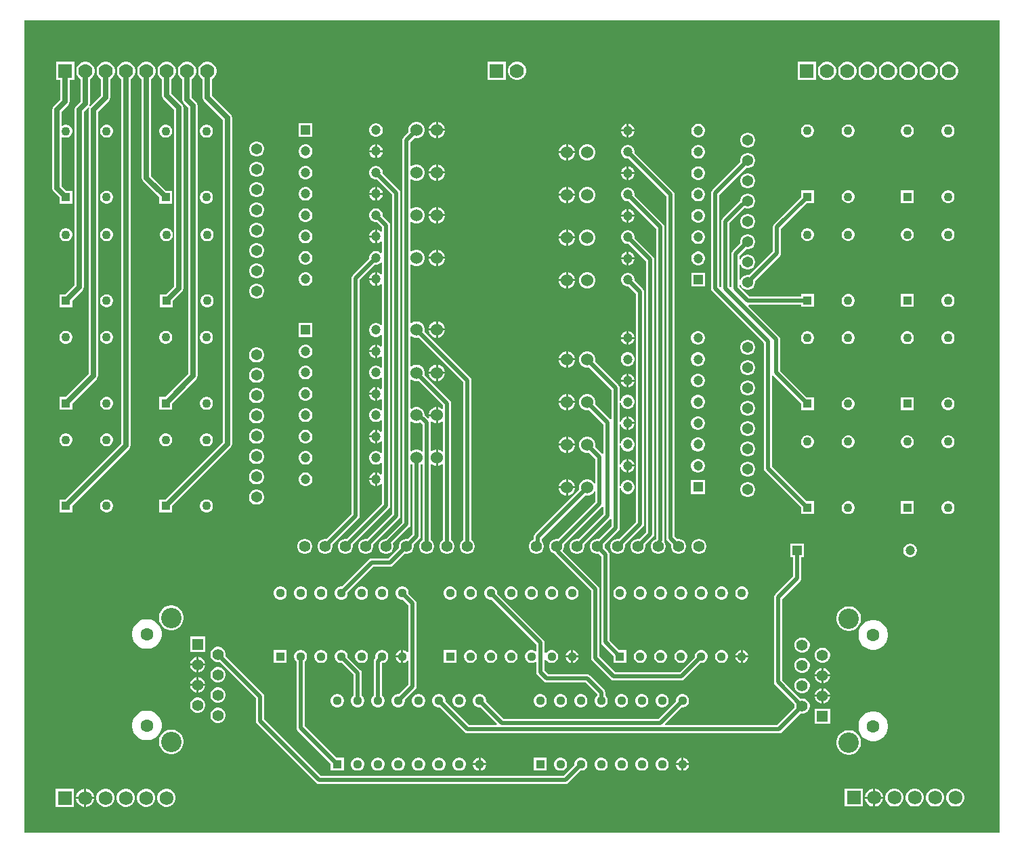
<source format=gbl>
G04*
G04 #@! TF.GenerationSoftware,Altium Limited,Altium Designer,23.7.1 (13)*
G04*
G04 Layer_Physical_Order=4*
G04 Layer_Color=16711680*
%FSLAX44Y44*%
%MOMM*%
G71*
G04*
G04 #@! TF.SameCoordinates,93FF3AC7-ECDF-4BF0-B63B-3C63AFF3D3F3*
G04*
G04*
G04 #@! TF.FilePolarity,Positive*
G04*
G01*
G75*
%ADD30C,0.6350*%
%ADD32C,0.5080*%
%ADD34C,1.3650*%
%ADD35R,1.4000X1.4000*%
%ADD36C,1.4000*%
%ADD37C,2.5500*%
%ADD38C,1.6000*%
%ADD39R,1.2000X1.2000*%
%ADD40C,1.2000*%
%ADD41R,1.7250X1.7250*%
%ADD42C,1.7250*%
%ADD43R,1.1300X1.1300*%
%ADD44C,1.1300*%
%ADD45C,1.5240*%
%ADD46R,1.1000X1.1000*%
%ADD47C,1.1000*%
%ADD48C,1.7780*%
%ADD49R,1.7780X1.7780*%
%ADD50C,1.3970*%
G36*
X1473200Y254000D02*
X254000D01*
Y1270000D01*
X1473200D01*
Y254000D01*
D02*
G37*
%LPC*%
G36*
X871404Y1218344D02*
X868395D01*
X865488Y1217566D01*
X862881Y1216061D01*
X860753Y1213933D01*
X859249Y1211326D01*
X858470Y1208419D01*
Y1205410D01*
X859249Y1202503D01*
X860753Y1199896D01*
X862881Y1197768D01*
X865488Y1196264D01*
X868395Y1195484D01*
X871404D01*
X874312Y1196264D01*
X876918Y1197768D01*
X879046Y1199896D01*
X880551Y1202503D01*
X881330Y1205410D01*
Y1208419D01*
X880551Y1211326D01*
X879046Y1213933D01*
X876918Y1216061D01*
X874312Y1217566D01*
X871404Y1218344D01*
D02*
G37*
G36*
X855930D02*
X833070D01*
Y1195484D01*
X855930D01*
Y1218344D01*
D02*
G37*
G36*
X1411205Y1217930D02*
X1408195D01*
X1405288Y1217151D01*
X1402682Y1215646D01*
X1400554Y1213518D01*
X1399049Y1210912D01*
X1398270Y1208005D01*
Y1204995D01*
X1399049Y1202088D01*
X1400554Y1199482D01*
X1402682Y1197354D01*
X1405288Y1195849D01*
X1408195Y1195070D01*
X1411205D01*
X1414112Y1195849D01*
X1416718Y1197354D01*
X1418846Y1199482D01*
X1420351Y1202088D01*
X1421130Y1204995D01*
Y1208005D01*
X1420351Y1210912D01*
X1418846Y1213518D01*
X1416718Y1215646D01*
X1414112Y1217151D01*
X1411205Y1217930D01*
D02*
G37*
G36*
X1385805D02*
X1382795D01*
X1379888Y1217151D01*
X1377282Y1215646D01*
X1375154Y1213518D01*
X1373649Y1210912D01*
X1372870Y1208005D01*
Y1204995D01*
X1373649Y1202088D01*
X1375154Y1199482D01*
X1377282Y1197354D01*
X1379888Y1195849D01*
X1382795Y1195070D01*
X1385805D01*
X1388712Y1195849D01*
X1391318Y1197354D01*
X1393446Y1199482D01*
X1394951Y1202088D01*
X1395730Y1204995D01*
Y1208005D01*
X1394951Y1210912D01*
X1393446Y1213518D01*
X1391318Y1215646D01*
X1388712Y1217151D01*
X1385805Y1217930D01*
D02*
G37*
G36*
X1360405D02*
X1357395D01*
X1354488Y1217151D01*
X1351882Y1215646D01*
X1349754Y1213518D01*
X1348249Y1210912D01*
X1347470Y1208005D01*
Y1204995D01*
X1348249Y1202088D01*
X1349754Y1199482D01*
X1351882Y1197354D01*
X1354488Y1195849D01*
X1357395Y1195070D01*
X1360405D01*
X1363312Y1195849D01*
X1365918Y1197354D01*
X1368046Y1199482D01*
X1369551Y1202088D01*
X1370330Y1204995D01*
Y1208005D01*
X1369551Y1210912D01*
X1368046Y1213518D01*
X1365918Y1215646D01*
X1363312Y1217151D01*
X1360405Y1217930D01*
D02*
G37*
G36*
X1335005D02*
X1331995D01*
X1329088Y1217151D01*
X1326482Y1215646D01*
X1324354Y1213518D01*
X1322849Y1210912D01*
X1322070Y1208005D01*
Y1204995D01*
X1322849Y1202088D01*
X1324354Y1199482D01*
X1326482Y1197354D01*
X1329088Y1195849D01*
X1331995Y1195070D01*
X1335005D01*
X1337912Y1195849D01*
X1340518Y1197354D01*
X1342646Y1199482D01*
X1344151Y1202088D01*
X1344930Y1204995D01*
Y1208005D01*
X1344151Y1210912D01*
X1342646Y1213518D01*
X1340518Y1215646D01*
X1337912Y1217151D01*
X1335005Y1217930D01*
D02*
G37*
G36*
X1309605D02*
X1306595D01*
X1303688Y1217151D01*
X1301082Y1215646D01*
X1298954Y1213518D01*
X1297449Y1210912D01*
X1296670Y1208005D01*
Y1204995D01*
X1297449Y1202088D01*
X1298954Y1199482D01*
X1301082Y1197354D01*
X1303688Y1195849D01*
X1306595Y1195070D01*
X1309605D01*
X1312512Y1195849D01*
X1315118Y1197354D01*
X1317246Y1199482D01*
X1318751Y1202088D01*
X1319530Y1204995D01*
Y1208005D01*
X1318751Y1210912D01*
X1317246Y1213518D01*
X1315118Y1215646D01*
X1312512Y1217151D01*
X1309605Y1217930D01*
D02*
G37*
G36*
X1284205D02*
X1281195D01*
X1278288Y1217151D01*
X1275682Y1215646D01*
X1273554Y1213518D01*
X1272049Y1210912D01*
X1271270Y1208005D01*
Y1204995D01*
X1272049Y1202088D01*
X1273554Y1199482D01*
X1275682Y1197354D01*
X1278288Y1195849D01*
X1281195Y1195070D01*
X1284205D01*
X1287112Y1195849D01*
X1289718Y1197354D01*
X1291846Y1199482D01*
X1293351Y1202088D01*
X1294130Y1204995D01*
Y1208005D01*
X1293351Y1210912D01*
X1291846Y1213518D01*
X1289718Y1215646D01*
X1287112Y1217151D01*
X1284205Y1217930D01*
D02*
G37*
G36*
X1258805D02*
X1255795D01*
X1252888Y1217151D01*
X1250282Y1215646D01*
X1248154Y1213518D01*
X1246649Y1210912D01*
X1245870Y1208005D01*
Y1204995D01*
X1246649Y1202088D01*
X1248154Y1199482D01*
X1250282Y1197354D01*
X1252888Y1195849D01*
X1255795Y1195070D01*
X1258805D01*
X1261712Y1195849D01*
X1264318Y1197354D01*
X1266446Y1199482D01*
X1267951Y1202088D01*
X1268730Y1204995D01*
Y1208005D01*
X1267951Y1210912D01*
X1266446Y1213518D01*
X1264318Y1215646D01*
X1261712Y1217151D01*
X1258805Y1217930D01*
D02*
G37*
G36*
X1243330D02*
X1220470D01*
Y1195070D01*
X1243330D01*
Y1217930D01*
D02*
G37*
G36*
X357105D02*
X354095D01*
X351188Y1217151D01*
X348582Y1215646D01*
X346454Y1213518D01*
X344949Y1210912D01*
X344170Y1208005D01*
Y1204995D01*
X344949Y1202088D01*
X346454Y1199482D01*
X348582Y1197354D01*
X349773Y1196666D01*
Y1175894D01*
X336240Y1162360D01*
X335225Y1163093D01*
X335583Y1163630D01*
X336027Y1165860D01*
Y1196666D01*
X337218Y1197354D01*
X339346Y1199482D01*
X340851Y1202088D01*
X341630Y1204995D01*
Y1208005D01*
X340851Y1210912D01*
X339346Y1213518D01*
X337218Y1215646D01*
X334612Y1217151D01*
X331705Y1217930D01*
X328695D01*
X325788Y1217151D01*
X323182Y1215646D01*
X321054Y1213518D01*
X319549Y1210912D01*
X318770Y1208005D01*
Y1204995D01*
X319549Y1202088D01*
X321054Y1199482D01*
X323182Y1197354D01*
X324373Y1196666D01*
Y1168274D01*
X318460Y1162360D01*
X317197Y1160470D01*
X316753Y1158240D01*
Y938588D01*
X305530Y927365D01*
X297690D01*
Y911285D01*
X313770D01*
Y919125D01*
X326700Y932055D01*
X327963Y933945D01*
X328407Y936175D01*
Y1155826D01*
X334320Y1161740D01*
X335335Y1161007D01*
X334977Y1160470D01*
X334533Y1158240D01*
Y828099D01*
X305530Y799095D01*
X297690D01*
Y783015D01*
X313770D01*
Y790854D01*
X344480Y821565D01*
X345743Y823455D01*
X346187Y825685D01*
Y1155826D01*
X359720Y1169360D01*
X360983Y1171250D01*
X361427Y1173480D01*
Y1196666D01*
X362618Y1197354D01*
X364746Y1199482D01*
X366251Y1202088D01*
X367030Y1204995D01*
Y1208005D01*
X366251Y1210912D01*
X364746Y1213518D01*
X362618Y1215646D01*
X360012Y1217151D01*
X357105Y1217930D01*
D02*
G37*
G36*
X770958Y1143000D02*
X770890D01*
Y1134110D01*
X779780D01*
Y1134178D01*
X779088Y1136762D01*
X777750Y1139078D01*
X775858Y1140970D01*
X773542Y1142308D01*
X770958Y1143000D01*
D02*
G37*
G36*
X768350D02*
X768282D01*
X765698Y1142308D01*
X763382Y1140970D01*
X761490Y1139078D01*
X760152Y1136762D01*
X759460Y1134178D01*
Y1134110D01*
X768350D01*
Y1143000D01*
D02*
G37*
G36*
X1009572Y1140729D02*
Y1133498D01*
X1016803D01*
X1016260Y1135524D01*
X1015135Y1137471D01*
X1013545Y1139062D01*
X1011598Y1140186D01*
X1009572Y1140729D01*
D02*
G37*
G36*
X1007032D02*
X1005005Y1140186D01*
X1003058Y1139062D01*
X1001468Y1137471D01*
X1000344Y1135524D01*
X999801Y1133498D01*
X1007032D01*
Y1140729D01*
D02*
G37*
G36*
X694644Y1141406D02*
X692395D01*
X690223Y1140824D01*
X688276Y1139700D01*
X686686Y1138110D01*
X685562Y1136162D01*
X684980Y1133990D01*
Y1131742D01*
X685562Y1129570D01*
X686686Y1127622D01*
X688276Y1126032D01*
X690223Y1124908D01*
X692395Y1124326D01*
X694644D01*
X696816Y1124908D01*
X698763Y1126032D01*
X700353Y1127622D01*
X701478Y1129570D01*
X702060Y1131742D01*
Y1133990D01*
X701478Y1136162D01*
X700353Y1138110D01*
X698763Y1139700D01*
X696816Y1140824D01*
X694644Y1141406D01*
D02*
G37*
G36*
X614059D02*
X596979D01*
Y1124326D01*
X614059D01*
Y1141406D01*
D02*
G37*
G36*
X1409828Y1139851D02*
X1407711D01*
X1405667Y1139303D01*
X1403833Y1138245D01*
X1402336Y1136748D01*
X1401278Y1134915D01*
X1400730Y1132870D01*
Y1130753D01*
X1401278Y1128708D01*
X1402336Y1126875D01*
X1403833Y1125378D01*
X1405667Y1124319D01*
X1407711Y1123771D01*
X1409828D01*
X1411873Y1124319D01*
X1413707Y1125378D01*
X1415203Y1126875D01*
X1416262Y1128708D01*
X1416810Y1130753D01*
Y1132870D01*
X1416262Y1134915D01*
X1415203Y1136748D01*
X1413707Y1138245D01*
X1411873Y1139303D01*
X1409828Y1139851D01*
D02*
G37*
G36*
X1358829D02*
X1356712D01*
X1354667Y1139303D01*
X1352834Y1138245D01*
X1351337Y1136748D01*
X1350278Y1134915D01*
X1349730Y1132870D01*
Y1130753D01*
X1350278Y1128708D01*
X1351337Y1126875D01*
X1352834Y1125378D01*
X1354667Y1124319D01*
X1356712Y1123771D01*
X1358829D01*
X1360874Y1124319D01*
X1362707Y1125378D01*
X1364204Y1126875D01*
X1365262Y1128708D01*
X1365810Y1130753D01*
Y1132870D01*
X1365262Y1134915D01*
X1364204Y1136748D01*
X1362707Y1138245D01*
X1360874Y1139303D01*
X1358829Y1139851D01*
D02*
G37*
G36*
X1284889D02*
X1282772D01*
X1280727Y1139303D01*
X1278894Y1138245D01*
X1277397Y1136748D01*
X1276338Y1134915D01*
X1275790Y1132870D01*
Y1130753D01*
X1276338Y1128708D01*
X1277397Y1126875D01*
X1278894Y1125378D01*
X1280727Y1124319D01*
X1282772Y1123771D01*
X1284889D01*
X1286934Y1124319D01*
X1288767Y1125378D01*
X1290264Y1126875D01*
X1291322Y1128708D01*
X1291870Y1130753D01*
Y1132870D01*
X1291322Y1134915D01*
X1290264Y1136748D01*
X1288767Y1138245D01*
X1286934Y1139303D01*
X1284889Y1139851D01*
D02*
G37*
G36*
X1233889D02*
X1231772D01*
X1229727Y1139303D01*
X1227894Y1138245D01*
X1226397Y1136748D01*
X1225338Y1134915D01*
X1224790Y1132870D01*
Y1130753D01*
X1225338Y1128708D01*
X1226397Y1126875D01*
X1227894Y1125378D01*
X1229727Y1124319D01*
X1231772Y1123771D01*
X1233889D01*
X1235934Y1124319D01*
X1237767Y1125378D01*
X1239264Y1126875D01*
X1240322Y1128708D01*
X1240870Y1130753D01*
Y1132870D01*
X1240322Y1134915D01*
X1239264Y1136748D01*
X1237767Y1138245D01*
X1235934Y1139303D01*
X1233889Y1139851D01*
D02*
G37*
G36*
X1016803Y1130958D02*
X1009572D01*
Y1123727D01*
X1011598Y1124270D01*
X1013545Y1125394D01*
X1015135Y1126984D01*
X1016260Y1128932D01*
X1016803Y1130958D01*
D02*
G37*
G36*
X1007032D02*
X999801D01*
X1000344Y1128932D01*
X1001468Y1126984D01*
X1003058Y1125394D01*
X1005005Y1124270D01*
X1007032Y1123727D01*
Y1130958D01*
D02*
G37*
G36*
X1097426Y1140768D02*
X1095177D01*
X1093005Y1140186D01*
X1091058Y1139062D01*
X1089468Y1137471D01*
X1088344Y1135524D01*
X1087762Y1133352D01*
Y1131104D01*
X1088344Y1128932D01*
X1089468Y1126984D01*
X1091058Y1125394D01*
X1093005Y1124270D01*
X1095177Y1123688D01*
X1097426D01*
X1099598Y1124270D01*
X1101545Y1125394D01*
X1103135Y1126984D01*
X1104260Y1128932D01*
X1104842Y1131104D01*
Y1133352D01*
X1104260Y1135524D01*
X1103135Y1137471D01*
X1101545Y1139062D01*
X1099598Y1140186D01*
X1097426Y1140768D01*
D02*
G37*
G36*
X482728Y1139405D02*
X480611D01*
X478567Y1138857D01*
X476733Y1137799D01*
X475236Y1136302D01*
X474178Y1134469D01*
X473630Y1132424D01*
Y1130307D01*
X474178Y1128262D01*
X475236Y1126429D01*
X476733Y1124932D01*
X478567Y1123873D01*
X480611Y1123325D01*
X482728D01*
X484773Y1123873D01*
X486606Y1124932D01*
X488103Y1126429D01*
X489162Y1128262D01*
X489710Y1130307D01*
Y1132424D01*
X489162Y1134469D01*
X488103Y1136302D01*
X486606Y1137799D01*
X484773Y1138857D01*
X482728Y1139405D01*
D02*
G37*
G36*
X431729D02*
X429612D01*
X427567Y1138857D01*
X425733Y1137799D01*
X424237Y1136302D01*
X423178Y1134469D01*
X422630Y1132424D01*
Y1130307D01*
X423178Y1128262D01*
X424237Y1126429D01*
X425733Y1124932D01*
X427567Y1123873D01*
X429612Y1123325D01*
X431729D01*
X433773Y1123873D01*
X435607Y1124932D01*
X437104Y1126429D01*
X438162Y1128262D01*
X438710Y1130307D01*
Y1132424D01*
X438162Y1134469D01*
X437104Y1136302D01*
X435607Y1137799D01*
X433773Y1138857D01*
X431729Y1139405D01*
D02*
G37*
G36*
X357789D02*
X355672D01*
X353627Y1138857D01*
X351794Y1137799D01*
X350297Y1136302D01*
X349238Y1134469D01*
X348690Y1132424D01*
Y1130307D01*
X349238Y1128262D01*
X350297Y1126429D01*
X351794Y1124932D01*
X353627Y1123873D01*
X355672Y1123325D01*
X357789D01*
X359834Y1123873D01*
X361667Y1124932D01*
X363164Y1126429D01*
X364222Y1128262D01*
X364770Y1130307D01*
Y1132424D01*
X364222Y1134469D01*
X363164Y1136302D01*
X361667Y1137799D01*
X359834Y1138857D01*
X357789Y1139405D01*
D02*
G37*
G36*
X316230Y1217930D02*
X293370D01*
Y1195070D01*
X298973D01*
Y1170814D01*
X290395Y1162235D01*
X289132Y1160345D01*
X288688Y1158115D01*
Y1060080D01*
X289132Y1057850D01*
X290395Y1055960D01*
X297690Y1048664D01*
Y1040825D01*
X313770D01*
Y1056905D01*
X305931D01*
X300342Y1062494D01*
Y1123726D01*
X301612Y1124459D01*
X302627Y1123873D01*
X304672Y1123325D01*
X306789D01*
X308834Y1123873D01*
X310667Y1124932D01*
X312164Y1126429D01*
X313222Y1128262D01*
X313770Y1130307D01*
Y1132424D01*
X313222Y1134469D01*
X312164Y1136302D01*
X310667Y1137799D01*
X308834Y1138857D01*
X306789Y1139405D01*
X304672D01*
X302627Y1138857D01*
X301612Y1138271D01*
X300342Y1139005D01*
Y1155701D01*
X308920Y1164280D01*
X310183Y1166170D01*
X310627Y1168400D01*
Y1195070D01*
X316230D01*
Y1217930D01*
D02*
G37*
G36*
X779780Y1131570D02*
X770890D01*
Y1122680D01*
X770958D01*
X773542Y1123372D01*
X775858Y1124710D01*
X777750Y1126602D01*
X779088Y1128918D01*
X779780Y1131502D01*
Y1131570D01*
D02*
G37*
G36*
X768350D02*
X759460D01*
Y1131502D01*
X760152Y1128918D01*
X761490Y1126602D01*
X763382Y1124710D01*
X765698Y1123372D01*
X768282Y1122680D01*
X768350D01*
Y1131570D01*
D02*
G37*
G36*
X745558Y1143000D02*
X742882D01*
X740298Y1142308D01*
X737982Y1140970D01*
X736090Y1139078D01*
X734752Y1136762D01*
X734060Y1134178D01*
Y1131502D01*
X734377Y1130321D01*
X727858Y1123802D01*
X726735Y1122122D01*
X726340Y1120140D01*
Y642026D01*
X705979Y621665D01*
X704866D01*
X702443Y621016D01*
X700272Y619762D01*
X698498Y617989D01*
X697244Y615816D01*
X696595Y613394D01*
Y610886D01*
X697244Y608464D01*
X698498Y606292D01*
X700272Y604518D01*
X702443Y603264D01*
X704866Y602615D01*
X707374D01*
X709797Y603264D01*
X711969Y604518D01*
X713742Y606292D01*
X714996Y608464D01*
X715645Y610886D01*
Y613394D01*
X714996Y615816D01*
X714917Y615953D01*
X735182Y636218D01*
X735182Y636218D01*
X736305Y637899D01*
X736700Y639881D01*
X736700Y639881D01*
Y714473D01*
X737873Y714959D01*
X737982Y714850D01*
X739041Y714239D01*
Y626985D01*
X733520Y621465D01*
X732774Y621665D01*
X730266D01*
X727843Y621016D01*
X725671Y619762D01*
X723898Y617989D01*
X722644Y615816D01*
X721995Y613394D01*
Y610886D01*
X722195Y610140D01*
X709055Y597000D01*
X688058D01*
X686076Y596605D01*
X684396Y595482D01*
X650941Y562028D01*
X648998D01*
X646915Y561470D01*
X645047Y560392D01*
X643522Y558867D01*
X642444Y556999D01*
X641886Y554916D01*
Y552760D01*
X642444Y550677D01*
X643522Y548809D01*
X645047Y547284D01*
X646915Y546206D01*
X648998Y545648D01*
X651154D01*
X653237Y546206D01*
X655105Y547284D01*
X656629Y548809D01*
X657708Y550677D01*
X658266Y552760D01*
Y554703D01*
X690203Y586641D01*
X711200D01*
X713182Y587035D01*
X714863Y588158D01*
X729520Y602815D01*
X730266Y602615D01*
X732774D01*
X735197Y603264D01*
X737368Y604518D01*
X739142Y606292D01*
X740396Y608464D01*
X741045Y610886D01*
Y613394D01*
X740845Y614140D01*
X747883Y621177D01*
X749005Y622858D01*
X749399Y624840D01*
Y714239D01*
X750458Y714850D01*
X750567Y714959D01*
X751740Y714473D01*
Y620148D01*
X751071Y619762D01*
X749298Y617989D01*
X748044Y615816D01*
X747395Y613394D01*
Y610886D01*
X748044Y608464D01*
X749298Y606292D01*
X751071Y604518D01*
X753243Y603264D01*
X755666Y602615D01*
X758174D01*
X760596Y603264D01*
X762768Y604518D01*
X764542Y606292D01*
X765796Y608464D01*
X766445Y610886D01*
Y613394D01*
X765796Y615816D01*
X764542Y617989D01*
X762768Y619762D01*
X762100Y620148D01*
Y714473D01*
X763273Y714959D01*
X763382Y714850D01*
X765698Y713512D01*
X768282Y712820D01*
X768350D01*
Y722980D01*
Y733140D01*
X768282D01*
X765698Y732448D01*
X763382Y731110D01*
X763273Y731001D01*
X762100Y731487D01*
Y767080D01*
X761986Y767650D01*
X763157Y768276D01*
X763382Y768051D01*
X765698Y766713D01*
X768282Y766021D01*
X768350D01*
Y774911D01*
X759460D01*
Y774843D01*
X759893Y773228D01*
X758754Y772571D01*
X755378Y775946D01*
X754380Y776614D01*
Y777518D01*
X753688Y780102D01*
X752350Y782419D01*
X750458Y784311D01*
X748142Y785648D01*
X745558Y786341D01*
X742882D01*
X740298Y785648D01*
X737982Y784311D01*
X737873Y784202D01*
X736700Y784688D01*
Y820715D01*
X737873Y821201D01*
X737982Y821092D01*
X740298Y819754D01*
X742882Y819062D01*
X745558D01*
X746739Y819379D01*
X777141Y788977D01*
Y784688D01*
X775967Y784202D01*
X775858Y784311D01*
X773542Y785648D01*
X770958Y786341D01*
X770890D01*
Y776181D01*
Y766021D01*
X770958D01*
X773542Y766713D01*
X775858Y768051D01*
X775967Y768160D01*
X777141Y767673D01*
Y731487D01*
X775967Y731001D01*
X775858Y731110D01*
X773542Y732448D01*
X770958Y733140D01*
X770890D01*
Y722980D01*
Y712820D01*
X770958D01*
X773542Y713512D01*
X775858Y714850D01*
X775967Y714959D01*
X777141Y714473D01*
Y620148D01*
X776471Y619762D01*
X774698Y617989D01*
X773444Y615816D01*
X772795Y613394D01*
Y610886D01*
X773444Y608464D01*
X774698Y606292D01*
X776471Y604518D01*
X778643Y603264D01*
X781066Y602615D01*
X783574D01*
X785996Y603264D01*
X788168Y604518D01*
X789942Y606292D01*
X791196Y608464D01*
X791845Y610886D01*
Y613394D01*
X791196Y615816D01*
X789942Y617989D01*
X788168Y619762D01*
X787499Y620148D01*
Y791122D01*
X787105Y793104D01*
X785983Y794785D01*
X754063Y826703D01*
X754380Y827885D01*
Y830560D01*
X753688Y833144D01*
X752350Y835461D01*
X750458Y837352D01*
X748142Y838690D01*
X745558Y839382D01*
X742882D01*
X740298Y838690D01*
X737982Y837352D01*
X737873Y837243D01*
X736700Y837729D01*
Y874857D01*
X737873Y875343D01*
X737982Y875234D01*
X740298Y873897D01*
X742882Y873204D01*
X745558D01*
X746739Y873521D01*
X802541Y817719D01*
Y620148D01*
X801871Y619762D01*
X800098Y617989D01*
X798844Y615816D01*
X798195Y613394D01*
Y610886D01*
X798844Y608464D01*
X800098Y606292D01*
X801871Y604518D01*
X804044Y603264D01*
X806466Y602615D01*
X808974D01*
X811396Y603264D01*
X813568Y604518D01*
X815342Y606292D01*
X816596Y608464D01*
X817245Y610886D01*
Y613394D01*
X816596Y615816D01*
X815342Y617989D01*
X813568Y619762D01*
X812899Y620148D01*
Y819864D01*
X812505Y821846D01*
X811383Y823527D01*
X754063Y880846D01*
X754380Y882027D01*
Y884702D01*
X753688Y887286D01*
X752350Y889603D01*
X750458Y891494D01*
X748142Y892832D01*
X745558Y893524D01*
X742882D01*
X740298Y892832D01*
X737982Y891494D01*
X737873Y891385D01*
X736700Y891871D01*
Y964313D01*
X737873Y964799D01*
X737982Y964690D01*
X740298Y963352D01*
X742882Y962660D01*
X745558D01*
X748142Y963352D01*
X750458Y964690D01*
X752350Y966582D01*
X753688Y968898D01*
X754380Y971482D01*
Y974158D01*
X753688Y976742D01*
X752350Y979058D01*
X750458Y980950D01*
X748142Y982288D01*
X745558Y982980D01*
X742882D01*
X740298Y982288D01*
X737982Y980950D01*
X737873Y980841D01*
X736700Y981327D01*
Y1017653D01*
X737873Y1018139D01*
X737982Y1018030D01*
X740298Y1016692D01*
X742882Y1016000D01*
X745558D01*
X748142Y1016692D01*
X750458Y1018030D01*
X752350Y1019922D01*
X753688Y1022238D01*
X754380Y1024822D01*
Y1027498D01*
X753688Y1030082D01*
X752350Y1032398D01*
X750458Y1034290D01*
X748142Y1035628D01*
X745558Y1036320D01*
X742882D01*
X740298Y1035628D01*
X737982Y1034290D01*
X737873Y1034181D01*
X736700Y1034667D01*
Y1070993D01*
X737873Y1071479D01*
X737982Y1071370D01*
X740298Y1070032D01*
X742882Y1069340D01*
X745558D01*
X748142Y1070032D01*
X750458Y1071370D01*
X752350Y1073262D01*
X753688Y1075578D01*
X754380Y1078162D01*
Y1080838D01*
X753688Y1083422D01*
X752350Y1085738D01*
X750458Y1087630D01*
X748142Y1088968D01*
X745558Y1089660D01*
X742882D01*
X740298Y1088968D01*
X737982Y1087630D01*
X737873Y1087521D01*
X736700Y1088007D01*
Y1117995D01*
X741701Y1122997D01*
X742882Y1122680D01*
X745558D01*
X748142Y1123372D01*
X750458Y1124710D01*
X752350Y1126602D01*
X753688Y1128918D01*
X754380Y1131502D01*
Y1134178D01*
X753688Y1136762D01*
X752350Y1139078D01*
X750458Y1140970D01*
X748142Y1142308D01*
X745558Y1143000D01*
D02*
G37*
G36*
X1159473Y1129505D02*
X1157007D01*
X1154625Y1128867D01*
X1152490Y1127634D01*
X1150746Y1125890D01*
X1149513Y1123755D01*
X1148875Y1121373D01*
Y1118907D01*
X1149513Y1116525D01*
X1150746Y1114390D01*
X1152490Y1112646D01*
X1154625Y1111413D01*
X1157007Y1110775D01*
X1159473D01*
X1161855Y1111413D01*
X1163990Y1112646D01*
X1165734Y1114390D01*
X1166967Y1116525D01*
X1167605Y1118907D01*
Y1121373D01*
X1166967Y1123755D01*
X1165734Y1125890D01*
X1163990Y1127634D01*
X1161855Y1128867D01*
X1159473Y1129505D01*
D02*
G37*
G36*
X694790Y1114707D02*
Y1107476D01*
X702020D01*
X701478Y1109502D01*
X700353Y1111450D01*
X698763Y1113040D01*
X696816Y1114164D01*
X694790Y1114707D01*
D02*
G37*
G36*
X692250D02*
X690223Y1114164D01*
X688276Y1113040D01*
X686686Y1111450D01*
X685562Y1109502D01*
X685019Y1107476D01*
X692250D01*
Y1114707D01*
D02*
G37*
G36*
X933518Y1115060D02*
X933450D01*
Y1106170D01*
X942340D01*
Y1106238D01*
X941648Y1108822D01*
X940310Y1111138D01*
X938418Y1113030D01*
X936102Y1114368D01*
X933518Y1115060D01*
D02*
G37*
G36*
X930910D02*
X930842D01*
X928258Y1114368D01*
X925942Y1113030D01*
X924050Y1111138D01*
X922712Y1108822D01*
X922020Y1106238D01*
Y1106170D01*
X930910D01*
Y1115060D01*
D02*
G37*
G36*
X545534Y1118630D02*
X543068D01*
X540686Y1117992D01*
X538550Y1116759D01*
X536807Y1115015D01*
X535574Y1112880D01*
X534936Y1110498D01*
Y1108032D01*
X535574Y1105650D01*
X536807Y1103515D01*
X538550Y1101771D01*
X540686Y1100538D01*
X543068Y1099900D01*
X545534D01*
X547915Y1100538D01*
X550051Y1101771D01*
X551795Y1103515D01*
X553027Y1105650D01*
X553666Y1108032D01*
Y1110498D01*
X553027Y1112880D01*
X551795Y1115015D01*
X550051Y1116759D01*
X547915Y1117992D01*
X545534Y1118630D01*
D02*
G37*
G36*
X702020Y1104936D02*
X694790D01*
Y1097705D01*
X696816Y1098248D01*
X698763Y1099372D01*
X700353Y1100962D01*
X701478Y1102910D01*
X702020Y1104936D01*
D02*
G37*
G36*
X692250D02*
X685019D01*
X685562Y1102910D01*
X686686Y1100962D01*
X688276Y1099372D01*
X690223Y1098248D01*
X692250Y1097705D01*
Y1104936D01*
D02*
G37*
G36*
X606643Y1114746D02*
X604395D01*
X602223Y1114164D01*
X600276Y1113040D01*
X598685Y1111450D01*
X597561Y1109502D01*
X596979Y1107330D01*
Y1105082D01*
X597561Y1102910D01*
X598685Y1100962D01*
X600276Y1099372D01*
X602223Y1098248D01*
X604395Y1097666D01*
X606643D01*
X608815Y1098248D01*
X610763Y1099372D01*
X612353Y1100962D01*
X613477Y1102910D01*
X614059Y1105082D01*
Y1107330D01*
X613477Y1109502D01*
X612353Y1111450D01*
X610763Y1113040D01*
X608815Y1114164D01*
X606643Y1114746D01*
D02*
G37*
G36*
X1097426Y1114108D02*
X1095177D01*
X1093005Y1113526D01*
X1091058Y1112402D01*
X1089468Y1110812D01*
X1088344Y1108864D01*
X1087762Y1106692D01*
Y1104444D01*
X1088344Y1102272D01*
X1089468Y1100324D01*
X1091058Y1098734D01*
X1093005Y1097610D01*
X1095177Y1097028D01*
X1097426D01*
X1099598Y1097610D01*
X1101545Y1098734D01*
X1103135Y1100324D01*
X1104260Y1102272D01*
X1104842Y1104444D01*
Y1106692D01*
X1104260Y1108864D01*
X1103135Y1110812D01*
X1101545Y1112402D01*
X1099598Y1113526D01*
X1097426Y1114108D01*
D02*
G37*
G36*
X958918Y1115060D02*
X956242D01*
X953658Y1114368D01*
X951342Y1113030D01*
X949450Y1111138D01*
X948112Y1108822D01*
X947420Y1106238D01*
Y1103562D01*
X948112Y1100978D01*
X949450Y1098662D01*
X951342Y1096770D01*
X953658Y1095432D01*
X956242Y1094740D01*
X958918D01*
X961502Y1095432D01*
X963818Y1096770D01*
X965710Y1098662D01*
X967048Y1100978D01*
X967740Y1103562D01*
Y1106238D01*
X967048Y1108822D01*
X965710Y1111138D01*
X963818Y1113030D01*
X961502Y1114368D01*
X958918Y1115060D01*
D02*
G37*
G36*
X942340Y1103630D02*
X933450D01*
Y1094740D01*
X933518D01*
X936102Y1095432D01*
X938418Y1096770D01*
X940310Y1098662D01*
X941648Y1100978D01*
X942340Y1103562D01*
Y1103630D01*
D02*
G37*
G36*
X930910D02*
X922020D01*
Y1103562D01*
X922712Y1100978D01*
X924050Y1098662D01*
X925942Y1096770D01*
X928258Y1095432D01*
X930842Y1094740D01*
X930910D01*
Y1103630D01*
D02*
G37*
G36*
X1159473Y1104105D02*
X1157007D01*
X1154625Y1103467D01*
X1152490Y1102234D01*
X1150746Y1100490D01*
X1149513Y1098355D01*
X1148875Y1095973D01*
Y1093507D01*
X1149046Y1092870D01*
X1113938Y1057763D01*
X1112815Y1056082D01*
X1112421Y1054100D01*
Y934720D01*
X1112815Y932738D01*
X1113938Y931058D01*
X1178460Y866535D01*
Y709665D01*
X1178855Y707683D01*
X1179977Y706003D01*
X1224790Y661190D01*
Y652435D01*
X1240870D01*
Y668515D01*
X1232115D01*
X1188820Y711811D01*
Y825492D01*
X1190089Y825877D01*
X1190137Y825805D01*
X1224790Y791152D01*
Y782397D01*
X1240870D01*
Y798477D01*
X1232115D01*
X1198979Y831613D01*
Y871220D01*
X1198585Y873202D01*
X1197462Y874883D01*
X1159292Y913053D01*
X1159818Y914323D01*
X1224790D01*
Y911463D01*
X1240870D01*
Y927543D01*
X1224790D01*
Y924682D01*
X1160408D01*
X1148179Y936911D01*
Y938796D01*
X1149449Y938963D01*
X1149513Y938725D01*
X1150746Y936590D01*
X1152490Y934846D01*
X1154625Y933613D01*
X1157007Y932975D01*
X1159473D01*
X1161855Y933613D01*
X1163990Y934846D01*
X1165734Y936590D01*
X1166967Y938725D01*
X1167605Y941107D01*
Y943573D01*
X1167434Y944210D01*
X1198537Y975312D01*
X1198537Y975312D01*
X1199660Y976993D01*
X1200054Y978975D01*
X1200054Y978975D01*
Y1009210D01*
X1232115Y1041271D01*
X1240870D01*
Y1057351D01*
X1224790D01*
Y1048596D01*
X1191212Y1015018D01*
X1190090Y1013338D01*
X1189695Y1011356D01*
Y981120D01*
X1160109Y951534D01*
X1159473Y951705D01*
X1157007D01*
X1154625Y951067D01*
X1152490Y949834D01*
X1150746Y948090D01*
X1149513Y945955D01*
X1149449Y945717D01*
X1148179Y945884D01*
Y964196D01*
X1149449Y964363D01*
X1149513Y964125D01*
X1150746Y961990D01*
X1152490Y960246D01*
X1154625Y959013D01*
X1157007Y958375D01*
X1159473D01*
X1161855Y959013D01*
X1163990Y960246D01*
X1165734Y961990D01*
X1166967Y964125D01*
X1167605Y966507D01*
Y968973D01*
X1166967Y971355D01*
X1165734Y973490D01*
X1163990Y975234D01*
X1161855Y976467D01*
X1159473Y977105D01*
X1157007D01*
X1154625Y976467D01*
X1152490Y975234D01*
X1150746Y973490D01*
X1149513Y971355D01*
X1149449Y971117D01*
X1148179Y971284D01*
Y975755D01*
X1156370Y983946D01*
X1157007Y983775D01*
X1159473D01*
X1161855Y984413D01*
X1163990Y985646D01*
X1165734Y987390D01*
X1166967Y989525D01*
X1167605Y991907D01*
Y994373D01*
X1166967Y996755D01*
X1165734Y998890D01*
X1163990Y1000634D01*
X1161855Y1001867D01*
X1159473Y1002505D01*
X1157007D01*
X1154625Y1001867D01*
X1152490Y1000634D01*
X1150746Y998890D01*
X1149513Y996755D01*
X1148875Y994373D01*
Y991907D01*
X1149046Y991271D01*
X1139337Y981562D01*
X1138215Y979882D01*
X1137821Y977900D01*
Y936320D01*
X1136551Y935795D01*
X1135480Y936865D01*
Y1016395D01*
X1154418Y1035333D01*
X1154625Y1035213D01*
X1157007Y1034575D01*
X1159473D01*
X1161855Y1035213D01*
X1163990Y1036446D01*
X1165734Y1038190D01*
X1166967Y1040325D01*
X1167605Y1042707D01*
Y1045173D01*
X1166967Y1047555D01*
X1165734Y1049690D01*
X1163990Y1051434D01*
X1161855Y1052667D01*
X1159473Y1053305D01*
X1157007D01*
X1154625Y1052667D01*
X1152490Y1051434D01*
X1150746Y1049690D01*
X1149513Y1047555D01*
X1148875Y1045173D01*
Y1044219D01*
X1148839Y1044183D01*
X1148173Y1043738D01*
X1126637Y1022203D01*
X1125515Y1020522D01*
X1125120Y1018540D01*
Y936320D01*
X1123850Y935795D01*
X1122779Y936865D01*
Y1051955D01*
X1156370Y1085546D01*
X1157007Y1085375D01*
X1159473D01*
X1161855Y1086013D01*
X1163990Y1087246D01*
X1165734Y1088990D01*
X1166967Y1091125D01*
X1167605Y1093507D01*
Y1095973D01*
X1166967Y1098355D01*
X1165734Y1100490D01*
X1163990Y1102234D01*
X1161855Y1103467D01*
X1159473Y1104105D01*
D02*
G37*
G36*
X770958Y1089660D02*
X770890D01*
Y1080770D01*
X779780D01*
Y1080838D01*
X779088Y1083422D01*
X777750Y1085738D01*
X775858Y1087630D01*
X773542Y1088968D01*
X770958Y1089660D01*
D02*
G37*
G36*
X768350D02*
X768282D01*
X765698Y1088968D01*
X763382Y1087630D01*
X761490Y1085738D01*
X760152Y1083422D01*
X759460Y1080838D01*
Y1080770D01*
X768350D01*
Y1089660D01*
D02*
G37*
G36*
X1009572Y1087429D02*
Y1080198D01*
X1016803D01*
X1016260Y1082224D01*
X1015135Y1084172D01*
X1013545Y1085762D01*
X1011598Y1086886D01*
X1009572Y1087429D01*
D02*
G37*
G36*
X1007032D02*
X1005005Y1086886D01*
X1003058Y1085762D01*
X1001468Y1084172D01*
X1000344Y1082224D01*
X999801Y1080198D01*
X1007032D01*
Y1087429D01*
D02*
G37*
G36*
X545534Y1093230D02*
X543068D01*
X540686Y1092592D01*
X538550Y1091359D01*
X536807Y1089615D01*
X535574Y1087480D01*
X534936Y1085098D01*
Y1082632D01*
X535574Y1080250D01*
X536807Y1078115D01*
X538550Y1076371D01*
X540686Y1075138D01*
X543068Y1074500D01*
X545534D01*
X547915Y1075138D01*
X550051Y1076371D01*
X551795Y1078115D01*
X553027Y1080250D01*
X553666Y1082632D01*
Y1085098D01*
X553027Y1087480D01*
X551795Y1089615D01*
X550051Y1091359D01*
X547915Y1092592D01*
X545534Y1093230D01*
D02*
G37*
G36*
X606643Y1088106D02*
X604395D01*
X602223Y1087524D01*
X600276Y1086400D01*
X598685Y1084810D01*
X597561Y1082862D01*
X596979Y1080690D01*
Y1078442D01*
X597561Y1076270D01*
X598685Y1074322D01*
X600276Y1072732D01*
X602223Y1071608D01*
X604395Y1071026D01*
X606643D01*
X608815Y1071608D01*
X610763Y1072732D01*
X612353Y1074322D01*
X613477Y1076270D01*
X614059Y1078442D01*
Y1080690D01*
X613477Y1082862D01*
X612353Y1084810D01*
X610763Y1086400D01*
X608815Y1087524D01*
X606643Y1088106D01*
D02*
G37*
G36*
X1016803Y1077658D02*
X1009572D01*
Y1070427D01*
X1011598Y1070970D01*
X1013545Y1072094D01*
X1015135Y1073684D01*
X1016260Y1075632D01*
X1016803Y1077658D01*
D02*
G37*
G36*
X1007032D02*
X999801D01*
X1000344Y1075632D01*
X1001468Y1073684D01*
X1003058Y1072094D01*
X1005005Y1070970D01*
X1007032Y1070427D01*
Y1077658D01*
D02*
G37*
G36*
X1097426Y1087468D02*
X1095177D01*
X1093005Y1086886D01*
X1091058Y1085762D01*
X1089468Y1084172D01*
X1088344Y1082224D01*
X1087762Y1080052D01*
Y1077804D01*
X1088344Y1075632D01*
X1089468Y1073684D01*
X1091058Y1072094D01*
X1093005Y1070970D01*
X1095177Y1070388D01*
X1097426D01*
X1099598Y1070970D01*
X1101545Y1072094D01*
X1103135Y1073684D01*
X1104260Y1075632D01*
X1104842Y1077804D01*
Y1080052D01*
X1104260Y1082224D01*
X1103135Y1084172D01*
X1101545Y1085762D01*
X1099598Y1086886D01*
X1097426Y1087468D01*
D02*
G37*
G36*
X779780Y1078230D02*
X770890D01*
Y1069340D01*
X770958D01*
X773542Y1070032D01*
X775858Y1071370D01*
X777750Y1073262D01*
X779088Y1075578D01*
X779780Y1078162D01*
Y1078230D01*
D02*
G37*
G36*
X768350D02*
X759460D01*
Y1078162D01*
X760152Y1075578D01*
X761490Y1073262D01*
X763382Y1071370D01*
X765698Y1070032D01*
X768282Y1069340D01*
X768350D01*
Y1078230D01*
D02*
G37*
G36*
X1159473Y1078705D02*
X1157007D01*
X1154625Y1078067D01*
X1152490Y1076834D01*
X1150746Y1075090D01*
X1149513Y1072955D01*
X1148875Y1070573D01*
Y1068107D01*
X1149513Y1065725D01*
X1150746Y1063590D01*
X1152490Y1061846D01*
X1154625Y1060613D01*
X1157007Y1059975D01*
X1159473D01*
X1161855Y1060613D01*
X1163990Y1061846D01*
X1165734Y1063590D01*
X1166967Y1065725D01*
X1167605Y1068107D01*
Y1070573D01*
X1166967Y1072955D01*
X1165734Y1075090D01*
X1163990Y1076834D01*
X1161855Y1078067D01*
X1159473Y1078705D01*
D02*
G37*
G36*
X694790Y1061407D02*
Y1054176D01*
X702020D01*
X701478Y1056202D01*
X700353Y1058150D01*
X698763Y1059740D01*
X696816Y1060864D01*
X694790Y1061407D01*
D02*
G37*
G36*
X692250D02*
X690223Y1060864D01*
X688276Y1059740D01*
X686686Y1058150D01*
X685562Y1056202D01*
X685019Y1054176D01*
X692250D01*
Y1061407D01*
D02*
G37*
G36*
X933518Y1061720D02*
X933450D01*
Y1052830D01*
X942340D01*
Y1052898D01*
X941648Y1055482D01*
X940310Y1057798D01*
X938418Y1059690D01*
X936102Y1061028D01*
X933518Y1061720D01*
D02*
G37*
G36*
X930910D02*
X930842D01*
X928258Y1061028D01*
X925942Y1059690D01*
X924050Y1057798D01*
X922712Y1055482D01*
X922020Y1052898D01*
Y1052830D01*
X930910D01*
Y1061720D01*
D02*
G37*
G36*
X545534Y1067830D02*
X543068D01*
X540686Y1067192D01*
X538550Y1065959D01*
X536807Y1064215D01*
X535574Y1062080D01*
X534936Y1059698D01*
Y1057232D01*
X535574Y1054850D01*
X536807Y1052715D01*
X538550Y1050971D01*
X540686Y1049738D01*
X543068Y1049100D01*
X545534D01*
X547915Y1049738D01*
X550051Y1050971D01*
X551795Y1052715D01*
X553027Y1054850D01*
X553666Y1057232D01*
Y1059698D01*
X553027Y1062080D01*
X551795Y1064215D01*
X550051Y1065959D01*
X547915Y1067192D01*
X545534Y1067830D01*
D02*
G37*
G36*
X702020Y1051636D02*
X694790D01*
Y1044405D01*
X696816Y1044948D01*
X698763Y1046072D01*
X700353Y1047663D01*
X701478Y1049610D01*
X702020Y1051636D01*
D02*
G37*
G36*
X692250D02*
X685019D01*
X685562Y1049610D01*
X686686Y1047663D01*
X688276Y1046072D01*
X690223Y1044948D01*
X692250Y1044405D01*
Y1051636D01*
D02*
G37*
G36*
X606643Y1061446D02*
X604395D01*
X602223Y1060864D01*
X600276Y1059740D01*
X598685Y1058150D01*
X597561Y1056202D01*
X596979Y1054031D01*
Y1051782D01*
X597561Y1049610D01*
X598685Y1047663D01*
X600276Y1046072D01*
X602223Y1044948D01*
X604395Y1044366D01*
X606643D01*
X608815Y1044948D01*
X610763Y1046072D01*
X612353Y1047663D01*
X613477Y1049610D01*
X614059Y1051782D01*
Y1054031D01*
X613477Y1056202D01*
X612353Y1058150D01*
X610763Y1059740D01*
X608815Y1060864D01*
X606643Y1061446D01*
D02*
G37*
G36*
X1097426Y1060808D02*
X1095177D01*
X1093005Y1060226D01*
X1091058Y1059101D01*
X1089468Y1057511D01*
X1088344Y1055564D01*
X1087762Y1053392D01*
Y1051143D01*
X1088344Y1048971D01*
X1089468Y1047024D01*
X1091058Y1045434D01*
X1093005Y1044310D01*
X1095177Y1043728D01*
X1097426D01*
X1099598Y1044310D01*
X1101545Y1045434D01*
X1103135Y1047024D01*
X1104260Y1048971D01*
X1104842Y1051143D01*
Y1053392D01*
X1104260Y1055564D01*
X1103135Y1057511D01*
X1101545Y1059101D01*
X1099598Y1060226D01*
X1097426Y1060808D01*
D02*
G37*
G36*
X958918Y1061720D02*
X956242D01*
X953658Y1061028D01*
X951342Y1059690D01*
X949450Y1057798D01*
X948112Y1055482D01*
X947420Y1052898D01*
Y1050222D01*
X948112Y1047638D01*
X949450Y1045322D01*
X951342Y1043430D01*
X953658Y1042092D01*
X956242Y1041400D01*
X958918D01*
X961502Y1042092D01*
X963818Y1043430D01*
X965710Y1045322D01*
X967048Y1047638D01*
X967740Y1050222D01*
Y1052898D01*
X967048Y1055482D01*
X965710Y1057798D01*
X963818Y1059690D01*
X961502Y1061028D01*
X958918Y1061720D01*
D02*
G37*
G36*
X942340Y1050290D02*
X933450D01*
Y1041400D01*
X933518D01*
X936102Y1042092D01*
X938418Y1043430D01*
X940310Y1045322D01*
X941648Y1047638D01*
X942340Y1050222D01*
Y1050290D01*
D02*
G37*
G36*
X930910D02*
X922020D01*
Y1050222D01*
X922712Y1047638D01*
X924050Y1045322D01*
X925942Y1043430D01*
X928258Y1042092D01*
X930842Y1041400D01*
X930910D01*
Y1050290D01*
D02*
G37*
G36*
X1409828Y1057351D02*
X1407711D01*
X1405667Y1056803D01*
X1403833Y1055745D01*
X1402336Y1054248D01*
X1401278Y1052414D01*
X1400730Y1050370D01*
Y1048253D01*
X1401278Y1046208D01*
X1402336Y1044374D01*
X1403833Y1042878D01*
X1405667Y1041819D01*
X1407711Y1041271D01*
X1409828D01*
X1411873Y1041819D01*
X1413707Y1042878D01*
X1415203Y1044374D01*
X1416262Y1046208D01*
X1416810Y1048253D01*
Y1050370D01*
X1416262Y1052414D01*
X1415203Y1054248D01*
X1413707Y1055745D01*
X1411873Y1056803D01*
X1409828Y1057351D01*
D02*
G37*
G36*
X1365810D02*
X1349730D01*
Y1041271D01*
X1365810D01*
Y1057351D01*
D02*
G37*
G36*
X1284889D02*
X1282772D01*
X1280727Y1056803D01*
X1278894Y1055745D01*
X1277397Y1054248D01*
X1276338Y1052414D01*
X1275790Y1050370D01*
Y1048253D01*
X1276338Y1046208D01*
X1277397Y1044374D01*
X1278894Y1042878D01*
X1280727Y1041819D01*
X1282772Y1041271D01*
X1284889D01*
X1286934Y1041819D01*
X1288767Y1042878D01*
X1290264Y1044374D01*
X1291322Y1046208D01*
X1291870Y1048253D01*
Y1050370D01*
X1291322Y1052414D01*
X1290264Y1054248D01*
X1288767Y1055745D01*
X1286934Y1056803D01*
X1284889Y1057351D01*
D02*
G37*
G36*
X482728Y1056905D02*
X480611D01*
X478567Y1056357D01*
X476733Y1055299D01*
X475236Y1053802D01*
X474178Y1051968D01*
X473630Y1049924D01*
Y1047807D01*
X474178Y1045762D01*
X475236Y1043928D01*
X476733Y1042431D01*
X478567Y1041373D01*
X480611Y1040825D01*
X482728D01*
X484773Y1041373D01*
X486606Y1042431D01*
X488103Y1043928D01*
X489162Y1045762D01*
X489710Y1047807D01*
Y1049924D01*
X489162Y1051968D01*
X488103Y1053802D01*
X486606Y1055299D01*
X484773Y1056357D01*
X482728Y1056905D01*
D02*
G37*
G36*
X407905Y1217930D02*
X404895D01*
X401988Y1217151D01*
X399382Y1215646D01*
X397254Y1213518D01*
X395749Y1210912D01*
X394970Y1208005D01*
Y1204995D01*
X395749Y1202088D01*
X397254Y1199482D01*
X399382Y1197354D01*
X400573Y1196666D01*
Y1073135D01*
X401017Y1070905D01*
X402280Y1069015D01*
X422630Y1048664D01*
Y1040825D01*
X438710D01*
Y1056905D01*
X430871D01*
X412227Y1075549D01*
Y1196666D01*
X413418Y1197354D01*
X415546Y1199482D01*
X417051Y1202088D01*
X417830Y1204995D01*
Y1208005D01*
X417051Y1210912D01*
X415546Y1213518D01*
X413418Y1215646D01*
X410812Y1217151D01*
X407905Y1217930D01*
D02*
G37*
G36*
X357789Y1056905D02*
X355672D01*
X353627Y1056357D01*
X351794Y1055299D01*
X350297Y1053802D01*
X349238Y1051968D01*
X348690Y1049924D01*
Y1047807D01*
X349238Y1045762D01*
X350297Y1043928D01*
X351794Y1042431D01*
X353627Y1041373D01*
X355672Y1040825D01*
X357789D01*
X359834Y1041373D01*
X361667Y1042431D01*
X363164Y1043928D01*
X364222Y1045762D01*
X364770Y1047807D01*
Y1049924D01*
X364222Y1051968D01*
X363164Y1053802D01*
X361667Y1055299D01*
X359834Y1056357D01*
X357789Y1056905D01*
D02*
G37*
G36*
X770958Y1036320D02*
X770890D01*
Y1027430D01*
X779780D01*
Y1027498D01*
X779088Y1030082D01*
X777750Y1032398D01*
X775858Y1034290D01*
X773542Y1035628D01*
X770958Y1036320D01*
D02*
G37*
G36*
X768350D02*
X768282D01*
X765698Y1035628D01*
X763382Y1034290D01*
X761490Y1032398D01*
X760152Y1030082D01*
X759460Y1027498D01*
Y1027430D01*
X768350D01*
Y1036320D01*
D02*
G37*
G36*
X1009572Y1034129D02*
Y1026898D01*
X1016803D01*
X1016260Y1028924D01*
X1015135Y1030872D01*
X1013545Y1032462D01*
X1011598Y1033586D01*
X1009572Y1034129D01*
D02*
G37*
G36*
X1007032D02*
X1005005Y1033586D01*
X1003058Y1032462D01*
X1001468Y1030872D01*
X1000344Y1028924D01*
X999801Y1026898D01*
X1007032D01*
Y1034129D01*
D02*
G37*
G36*
X545534Y1042430D02*
X543068D01*
X540686Y1041792D01*
X538550Y1040559D01*
X536807Y1038816D01*
X535574Y1036680D01*
X534936Y1034298D01*
Y1031832D01*
X535574Y1029451D01*
X536807Y1027315D01*
X538550Y1025571D01*
X540686Y1024338D01*
X543068Y1023700D01*
X545534D01*
X547915Y1024338D01*
X550051Y1025571D01*
X551795Y1027315D01*
X553027Y1029451D01*
X553666Y1031832D01*
Y1034298D01*
X553027Y1036680D01*
X551795Y1038816D01*
X550051Y1040559D01*
X547915Y1041792D01*
X545534Y1042430D01*
D02*
G37*
G36*
X606643Y1034806D02*
X604395D01*
X602223Y1034224D01*
X600276Y1033100D01*
X598685Y1031510D01*
X597561Y1029563D01*
X596979Y1027391D01*
Y1025142D01*
X597561Y1022970D01*
X598685Y1021022D01*
X600276Y1019433D01*
X602223Y1018308D01*
X604395Y1017726D01*
X606643D01*
X608815Y1018308D01*
X610763Y1019433D01*
X612353Y1021022D01*
X613477Y1022970D01*
X614059Y1025142D01*
Y1027391D01*
X613477Y1029563D01*
X612353Y1031510D01*
X610763Y1033100D01*
X608815Y1034224D01*
X606643Y1034806D01*
D02*
G37*
G36*
X1016803Y1024358D02*
X1009572D01*
Y1017127D01*
X1011598Y1017670D01*
X1013545Y1018794D01*
X1015135Y1020384D01*
X1016260Y1022332D01*
X1016803Y1024358D01*
D02*
G37*
G36*
X1007032D02*
X999801D01*
X1000344Y1022332D01*
X1001468Y1020384D01*
X1003058Y1018794D01*
X1005005Y1017670D01*
X1007032Y1017127D01*
Y1024358D01*
D02*
G37*
G36*
X1097426Y1034168D02*
X1095177D01*
X1093005Y1033586D01*
X1091058Y1032462D01*
X1089468Y1030872D01*
X1088344Y1028924D01*
X1087762Y1026752D01*
Y1024504D01*
X1088344Y1022332D01*
X1089468Y1020384D01*
X1091058Y1018794D01*
X1093005Y1017670D01*
X1095177Y1017088D01*
X1097426D01*
X1099598Y1017670D01*
X1101545Y1018794D01*
X1103135Y1020384D01*
X1104260Y1022332D01*
X1104842Y1024504D01*
Y1026752D01*
X1104260Y1028924D01*
X1103135Y1030872D01*
X1101545Y1032462D01*
X1099598Y1033586D01*
X1097426Y1034168D01*
D02*
G37*
G36*
X779780Y1024890D02*
X770890D01*
Y1016000D01*
X770958D01*
X773542Y1016692D01*
X775858Y1018030D01*
X777750Y1019922D01*
X779088Y1022238D01*
X779780Y1024822D01*
Y1024890D01*
D02*
G37*
G36*
X768350D02*
X759460D01*
Y1024822D01*
X760152Y1022238D01*
X761490Y1019922D01*
X763382Y1018030D01*
X765698Y1016692D01*
X768282Y1016000D01*
X768350D01*
Y1024890D01*
D02*
G37*
G36*
X1159473Y1027905D02*
X1157007D01*
X1154625Y1027267D01*
X1152490Y1026034D01*
X1150746Y1024290D01*
X1149513Y1022155D01*
X1148875Y1019773D01*
Y1017307D01*
X1149513Y1014925D01*
X1150746Y1012790D01*
X1152490Y1011046D01*
X1154625Y1009813D01*
X1157007Y1009175D01*
X1159473D01*
X1161855Y1009813D01*
X1163990Y1011046D01*
X1165734Y1012790D01*
X1166967Y1014925D01*
X1167605Y1017307D01*
Y1019773D01*
X1166967Y1022155D01*
X1165734Y1024290D01*
X1163990Y1026034D01*
X1161855Y1027267D01*
X1159473Y1027905D01*
D02*
G37*
G36*
X694644Y1034806D02*
X692395D01*
X690223Y1034224D01*
X688276Y1033100D01*
X686686Y1031510D01*
X685562Y1029563D01*
X684980Y1027391D01*
Y1025142D01*
X685562Y1022970D01*
X686686Y1021022D01*
X688276Y1019433D01*
X690223Y1018308D01*
X692395Y1017726D01*
X694644D01*
X694715Y1017745D01*
X700940Y1011520D01*
Y1006058D01*
X699670Y1005532D01*
X698763Y1006440D01*
X696816Y1007564D01*
X694790Y1008107D01*
Y999606D01*
Y991105D01*
X696816Y991648D01*
X698763Y992772D01*
X699670Y993679D01*
X700940Y993153D01*
Y979418D01*
X699670Y978892D01*
X698763Y979799D01*
X696816Y980924D01*
X694644Y981506D01*
X692395D01*
X690223Y980924D01*
X688276Y979799D01*
X686686Y978210D01*
X685562Y976262D01*
X684980Y974090D01*
Y971842D01*
X684999Y971770D01*
X664358Y951129D01*
X663235Y949448D01*
X662840Y947466D01*
Y652385D01*
X631920Y621465D01*
X631174Y621665D01*
X628666D01*
X626244Y621016D01*
X624072Y619762D01*
X622298Y617989D01*
X621044Y615816D01*
X620395Y613394D01*
Y610886D01*
X621044Y608464D01*
X622298Y606292D01*
X624072Y604518D01*
X626244Y603264D01*
X628666Y602615D01*
X631174D01*
X633596Y603264D01*
X635769Y604518D01*
X637542Y606292D01*
X638796Y608464D01*
X639445Y610886D01*
Y613394D01*
X639245Y614140D01*
X671683Y646578D01*
X672805Y648258D01*
X673199Y650240D01*
Y945321D01*
X692324Y964445D01*
X692395Y964426D01*
X694644D01*
X696816Y965008D01*
X698763Y966132D01*
X699670Y967039D01*
X700940Y966513D01*
Y952758D01*
X699670Y952232D01*
X698763Y953140D01*
X696816Y954264D01*
X694790Y954807D01*
Y946306D01*
Y937805D01*
X696816Y938348D01*
X698763Y939472D01*
X699670Y940379D01*
X700940Y939853D01*
Y889147D01*
X699670Y888621D01*
X698763Y889528D01*
X696816Y890652D01*
X694644Y891234D01*
X692395D01*
X690223Y890652D01*
X688276Y889528D01*
X686686Y887938D01*
X685562Y885991D01*
X684980Y883819D01*
Y881570D01*
X685562Y879398D01*
X686686Y877450D01*
X688276Y875861D01*
X690223Y874736D01*
X692395Y874154D01*
X694644D01*
X696816Y874736D01*
X698763Y875861D01*
X699670Y876768D01*
X700940Y876242D01*
Y862487D01*
X699670Y861961D01*
X698763Y862868D01*
X696816Y863992D01*
X694790Y864535D01*
Y856034D01*
Y847533D01*
X696816Y848076D01*
X698763Y849201D01*
X699670Y850108D01*
X700940Y849582D01*
Y835847D01*
X699670Y835321D01*
X698763Y836228D01*
X696816Y837352D01*
X694644Y837934D01*
X692395D01*
X690223Y837352D01*
X688276Y836228D01*
X686686Y834638D01*
X685562Y832691D01*
X684980Y830519D01*
Y828270D01*
X685562Y826098D01*
X686686Y824151D01*
X688276Y822561D01*
X690223Y821436D01*
X692395Y820854D01*
X694644D01*
X696816Y821436D01*
X698763Y822561D01*
X699670Y823468D01*
X700940Y822942D01*
Y809187D01*
X699670Y808661D01*
X698763Y809568D01*
X696816Y810693D01*
X694790Y811235D01*
Y802735D01*
Y794233D01*
X696816Y794777D01*
X698763Y795901D01*
X699670Y796808D01*
X700940Y796282D01*
Y782547D01*
X699670Y782021D01*
X698763Y782928D01*
X696816Y784053D01*
X694644Y784634D01*
X692395D01*
X690223Y784053D01*
X688276Y782928D01*
X686686Y781338D01*
X685562Y779391D01*
X684980Y777219D01*
Y774970D01*
X685562Y772798D01*
X686686Y770851D01*
X688276Y769261D01*
X690223Y768137D01*
X692395Y767554D01*
X694644D01*
X696816Y768137D01*
X698763Y769261D01*
X699670Y770168D01*
X700940Y769642D01*
Y755887D01*
X699670Y755361D01*
X698763Y756268D01*
X696816Y757393D01*
X694790Y757936D01*
Y749435D01*
Y740934D01*
X696816Y741477D01*
X698763Y742601D01*
X699670Y743508D01*
X700940Y742982D01*
Y729247D01*
X699670Y728721D01*
X698763Y729628D01*
X696816Y730753D01*
X694644Y731335D01*
X692395D01*
X690223Y730753D01*
X688276Y729628D01*
X686686Y728038D01*
X685562Y726091D01*
X684980Y723919D01*
Y721670D01*
X685562Y719498D01*
X686686Y717551D01*
X688276Y715961D01*
X690223Y714837D01*
X692395Y714255D01*
X694644D01*
X696816Y714837D01*
X698763Y715961D01*
X699670Y716868D01*
X700940Y716342D01*
Y702587D01*
X699670Y702061D01*
X698763Y702968D01*
X696816Y704092D01*
X694790Y704635D01*
Y696134D01*
Y687633D01*
X696816Y688176D01*
X698763Y689301D01*
X699670Y690208D01*
X700940Y689682D01*
Y665085D01*
X657320Y621465D01*
X656574Y621665D01*
X654066D01*
X651644Y621016D01*
X649472Y619762D01*
X647698Y617989D01*
X646444Y615816D01*
X645795Y613394D01*
Y610886D01*
X646444Y608464D01*
X647698Y606292D01*
X649472Y604518D01*
X651644Y603264D01*
X654066Y602615D01*
X656574D01*
X658997Y603264D01*
X661169Y604518D01*
X662942Y606292D01*
X664196Y608464D01*
X664845Y610886D01*
Y613394D01*
X664645Y614140D01*
X709782Y659277D01*
X710905Y660958D01*
X711300Y662940D01*
Y1013666D01*
X710905Y1015648D01*
X709782Y1017328D01*
X702040Y1025070D01*
X702060Y1025142D01*
Y1027391D01*
X701478Y1029563D01*
X700353Y1031510D01*
X698763Y1033100D01*
X696816Y1034224D01*
X694644Y1034806D01*
D02*
G37*
G36*
X692250Y1008107D02*
X690223Y1007564D01*
X688276Y1006440D01*
X686686Y1004849D01*
X685562Y1002902D01*
X685019Y1000876D01*
X692250D01*
Y1008107D01*
D02*
G37*
G36*
X933518Y1008380D02*
X933450D01*
Y999490D01*
X942340D01*
Y999558D01*
X941648Y1002142D01*
X940310Y1004458D01*
X938418Y1006350D01*
X936102Y1007688D01*
X933518Y1008380D01*
D02*
G37*
G36*
X930910D02*
X930842D01*
X928258Y1007688D01*
X925942Y1006350D01*
X924050Y1004458D01*
X922712Y1002142D01*
X922020Y999558D01*
Y999490D01*
X930910D01*
Y1008380D01*
D02*
G37*
G36*
X545534Y1017030D02*
X543068D01*
X540686Y1016392D01*
X538550Y1015159D01*
X536807Y1013416D01*
X535574Y1011280D01*
X534936Y1008898D01*
Y1006432D01*
X535574Y1004051D01*
X536807Y1001915D01*
X538550Y1000171D01*
X540686Y998938D01*
X543068Y998300D01*
X545534D01*
X547915Y998938D01*
X550051Y1000171D01*
X551795Y1001915D01*
X553027Y1004051D01*
X553666Y1006432D01*
Y1008898D01*
X553027Y1011280D01*
X551795Y1013416D01*
X550051Y1015159D01*
X547915Y1016392D01*
X545534Y1017030D01*
D02*
G37*
G36*
X1409828Y1010043D02*
X1407711D01*
X1405667Y1009495D01*
X1403833Y1008436D01*
X1402336Y1006939D01*
X1401278Y1005106D01*
X1400730Y1003061D01*
Y1000944D01*
X1401278Y998899D01*
X1402336Y997066D01*
X1403833Y995569D01*
X1405667Y994510D01*
X1407711Y993963D01*
X1409828D01*
X1411873Y994510D01*
X1413707Y995569D01*
X1415203Y997066D01*
X1416262Y998899D01*
X1416810Y1000944D01*
Y1003061D01*
X1416262Y1005106D01*
X1415203Y1006939D01*
X1413707Y1008436D01*
X1411873Y1009495D01*
X1409828Y1010043D01*
D02*
G37*
G36*
X1358829D02*
X1356712D01*
X1354667Y1009495D01*
X1352834Y1008436D01*
X1351337Y1006939D01*
X1350278Y1005106D01*
X1349730Y1003061D01*
Y1000944D01*
X1350278Y998899D01*
X1351337Y997066D01*
X1352834Y995569D01*
X1354667Y994510D01*
X1356712Y993963D01*
X1358829D01*
X1360874Y994510D01*
X1362707Y995569D01*
X1364204Y997066D01*
X1365262Y998899D01*
X1365810Y1000944D01*
Y1003061D01*
X1365262Y1005106D01*
X1364204Y1006939D01*
X1362707Y1008436D01*
X1360874Y1009495D01*
X1358829Y1010043D01*
D02*
G37*
G36*
X1284889D02*
X1282772D01*
X1280727Y1009495D01*
X1278894Y1008436D01*
X1277397Y1006939D01*
X1276338Y1005106D01*
X1275790Y1003061D01*
Y1000944D01*
X1276338Y998899D01*
X1277397Y997066D01*
X1278894Y995569D01*
X1280727Y994510D01*
X1282772Y993963D01*
X1284889D01*
X1286934Y994510D01*
X1288767Y995569D01*
X1290264Y997066D01*
X1291322Y998899D01*
X1291870Y1000944D01*
Y1003061D01*
X1291322Y1005106D01*
X1290264Y1006939D01*
X1288767Y1008436D01*
X1286934Y1009495D01*
X1284889Y1010043D01*
D02*
G37*
G36*
X1233889D02*
X1231772D01*
X1229727Y1009495D01*
X1227894Y1008436D01*
X1226397Y1006939D01*
X1225338Y1005106D01*
X1224790Y1003061D01*
Y1000944D01*
X1225338Y998899D01*
X1226397Y997066D01*
X1227894Y995569D01*
X1229727Y994510D01*
X1231772Y993963D01*
X1233889D01*
X1235934Y994510D01*
X1237767Y995569D01*
X1239264Y997066D01*
X1240322Y998899D01*
X1240870Y1000944D01*
Y1003061D01*
X1240322Y1005106D01*
X1239264Y1006939D01*
X1237767Y1008436D01*
X1235934Y1009495D01*
X1233889Y1010043D01*
D02*
G37*
G36*
X483631Y1009865D02*
X481514D01*
X479469Y1009317D01*
X477635Y1008259D01*
X476138Y1006762D01*
X475080Y1004929D01*
X474532Y1002884D01*
Y1000767D01*
X475080Y998722D01*
X476138Y996889D01*
X477635Y995392D01*
X479469Y994333D01*
X481514Y993785D01*
X483631D01*
X485675Y994333D01*
X487509Y995392D01*
X489006Y996889D01*
X490064Y998722D01*
X490612Y1000767D01*
Y1002884D01*
X490064Y1004929D01*
X489006Y1006762D01*
X487509Y1008259D01*
X485675Y1009317D01*
X483631Y1009865D01*
D02*
G37*
G36*
X432630D02*
X430513D01*
X428469Y1009317D01*
X426635Y1008259D01*
X425138Y1006762D01*
X424080Y1004929D01*
X423532Y1002884D01*
Y1000767D01*
X424080Y998722D01*
X425138Y996889D01*
X426635Y995392D01*
X428469Y994333D01*
X430513Y993785D01*
X432630D01*
X434675Y994333D01*
X436509Y995392D01*
X438005Y996889D01*
X439064Y998722D01*
X439612Y1000767D01*
Y1002884D01*
X439064Y1004929D01*
X438005Y1006762D01*
X436509Y1008259D01*
X434675Y1009317D01*
X432630Y1009865D01*
D02*
G37*
G36*
X357788D02*
X355671D01*
X353627Y1009317D01*
X351793Y1008259D01*
X350296Y1006762D01*
X349238Y1004929D01*
X348690Y1002884D01*
Y1000767D01*
X349238Y998722D01*
X350296Y996889D01*
X351793Y995392D01*
X353627Y994333D01*
X355671Y993785D01*
X357788D01*
X359833Y994333D01*
X361666Y995392D01*
X363163Y996889D01*
X364222Y998722D01*
X364770Y1000767D01*
Y1002884D01*
X364222Y1004929D01*
X363163Y1006762D01*
X361666Y1008259D01*
X359833Y1009317D01*
X357788Y1009865D01*
D02*
G37*
G36*
X306789D02*
X304672D01*
X302627Y1009317D01*
X300793Y1008259D01*
X299297Y1006762D01*
X298238Y1004929D01*
X297690Y1002884D01*
Y1000767D01*
X298238Y998722D01*
X299297Y996889D01*
X300793Y995392D01*
X302627Y994333D01*
X304672Y993785D01*
X306789D01*
X308834Y994333D01*
X310667Y995392D01*
X312164Y996889D01*
X313222Y998722D01*
X313770Y1000767D01*
Y1002884D01*
X313222Y1004929D01*
X312164Y1006762D01*
X310667Y1008259D01*
X308834Y1009317D01*
X306789Y1009865D01*
D02*
G37*
G36*
X692250Y998336D02*
X685019D01*
X685562Y996310D01*
X686686Y994362D01*
X688276Y992772D01*
X690223Y991648D01*
X692250Y991105D01*
Y998336D01*
D02*
G37*
G36*
X606643Y1008146D02*
X604395D01*
X602223Y1007564D01*
X600276Y1006440D01*
X598685Y1004849D01*
X597561Y1002902D01*
X596979Y1000730D01*
Y998482D01*
X597561Y996310D01*
X598685Y994362D01*
X600276Y992772D01*
X602223Y991648D01*
X604395Y991066D01*
X606643D01*
X608815Y991648D01*
X610763Y992772D01*
X612353Y994362D01*
X613477Y996310D01*
X614059Y998482D01*
Y1000730D01*
X613477Y1002902D01*
X612353Y1004849D01*
X610763Y1006440D01*
X608815Y1007564D01*
X606643Y1008146D01*
D02*
G37*
G36*
X1097426Y1007508D02*
X1095177D01*
X1093005Y1006926D01*
X1091058Y1005801D01*
X1089468Y1004212D01*
X1088344Y1002264D01*
X1087762Y1000092D01*
Y997843D01*
X1088344Y995671D01*
X1089468Y993724D01*
X1091058Y992134D01*
X1093005Y991010D01*
X1095177Y990428D01*
X1097426D01*
X1099598Y991010D01*
X1101545Y992134D01*
X1103135Y993724D01*
X1104260Y995671D01*
X1104842Y997843D01*
Y1000092D01*
X1104260Y1002264D01*
X1103135Y1004212D01*
X1101545Y1005801D01*
X1099598Y1006926D01*
X1097426Y1007508D01*
D02*
G37*
G36*
X958918Y1008380D02*
X956242D01*
X953658Y1007688D01*
X951342Y1006350D01*
X949450Y1004458D01*
X948112Y1002142D01*
X947420Y999558D01*
Y996882D01*
X948112Y994298D01*
X949450Y991982D01*
X951342Y990090D01*
X953658Y988752D01*
X956242Y988060D01*
X958918D01*
X961502Y988752D01*
X963818Y990090D01*
X965710Y991982D01*
X967048Y994298D01*
X967740Y996882D01*
Y999558D01*
X967048Y1002142D01*
X965710Y1004458D01*
X963818Y1006350D01*
X961502Y1007688D01*
X958918Y1008380D01*
D02*
G37*
G36*
X942340Y996950D02*
X933450D01*
Y988060D01*
X933518D01*
X936102Y988752D01*
X938418Y990090D01*
X940310Y991982D01*
X941648Y994298D01*
X942340Y996882D01*
Y996950D01*
D02*
G37*
G36*
X930910D02*
X922020D01*
Y996882D01*
X922712Y994298D01*
X924050Y991982D01*
X925942Y990090D01*
X928258Y988752D01*
X930842Y988060D01*
X930910D01*
Y996950D01*
D02*
G37*
G36*
X770958Y982980D02*
X770890D01*
Y974090D01*
X779780D01*
Y974158D01*
X779088Y976742D01*
X777750Y979058D01*
X775858Y980950D01*
X773542Y982288D01*
X770958Y982980D01*
D02*
G37*
G36*
X768350D02*
X768282D01*
X765698Y982288D01*
X763382Y980950D01*
X761490Y979058D01*
X760152Y976742D01*
X759460Y974158D01*
Y974090D01*
X768350D01*
Y982980D01*
D02*
G37*
G36*
X1009572Y980829D02*
Y973598D01*
X1016803D01*
X1016260Y975624D01*
X1015135Y977571D01*
X1013545Y979161D01*
X1011598Y980286D01*
X1009572Y980829D01*
D02*
G37*
G36*
X1007032D02*
X1005005Y980286D01*
X1003058Y979161D01*
X1001468Y977571D01*
X1000344Y975624D01*
X999801Y973598D01*
X1007032D01*
Y980829D01*
D02*
G37*
G36*
X545534Y991630D02*
X543068D01*
X540686Y990992D01*
X538550Y989759D01*
X536807Y988016D01*
X535574Y985880D01*
X534936Y983498D01*
Y981032D01*
X535574Y978651D01*
X536807Y976515D01*
X538550Y974771D01*
X540686Y973538D01*
X543068Y972900D01*
X545534D01*
X547915Y973538D01*
X550051Y974771D01*
X551795Y976515D01*
X553027Y978651D01*
X553666Y981032D01*
Y983498D01*
X553027Y985880D01*
X551795Y988016D01*
X550051Y989759D01*
X547915Y990992D01*
X545534Y991630D01*
D02*
G37*
G36*
X606643Y981506D02*
X604395D01*
X602223Y980924D01*
X600276Y979799D01*
X598685Y978210D01*
X597561Y976262D01*
X596979Y974090D01*
Y971842D01*
X597561Y969669D01*
X598685Y967722D01*
X600276Y966132D01*
X602223Y965008D01*
X604395Y964426D01*
X606643D01*
X608815Y965008D01*
X610763Y966132D01*
X612353Y967722D01*
X613477Y969669D01*
X614059Y971842D01*
Y974090D01*
X613477Y976262D01*
X612353Y978210D01*
X610763Y979799D01*
X608815Y980924D01*
X606643Y981506D01*
D02*
G37*
G36*
X1016803Y971058D02*
X1009572D01*
Y963827D01*
X1011598Y964370D01*
X1013545Y965494D01*
X1015135Y967084D01*
X1016260Y969031D01*
X1016803Y971058D01*
D02*
G37*
G36*
X1007032D02*
X999801D01*
X1000344Y969031D01*
X1001468Y967084D01*
X1003058Y965494D01*
X1005005Y964370D01*
X1007032Y963827D01*
Y971058D01*
D02*
G37*
G36*
X1097426Y980868D02*
X1095177D01*
X1093005Y980286D01*
X1091058Y979161D01*
X1089468Y977571D01*
X1088344Y975624D01*
X1087762Y973452D01*
Y971203D01*
X1088344Y969031D01*
X1089468Y967084D01*
X1091058Y965494D01*
X1093005Y964370D01*
X1095177Y963788D01*
X1097426D01*
X1099598Y964370D01*
X1101545Y965494D01*
X1103135Y967084D01*
X1104260Y969031D01*
X1104842Y971203D01*
Y973452D01*
X1104260Y975624D01*
X1103135Y977571D01*
X1101545Y979161D01*
X1099598Y980286D01*
X1097426Y980868D01*
D02*
G37*
G36*
X779780Y971550D02*
X770890D01*
Y962660D01*
X770958D01*
X773542Y963352D01*
X775858Y964690D01*
X777750Y966582D01*
X779088Y968898D01*
X779780Y971482D01*
Y971550D01*
D02*
G37*
G36*
X768350D02*
X759460D01*
Y971482D01*
X760152Y968898D01*
X761490Y966582D01*
X763382Y964690D01*
X765698Y963352D01*
X768282Y962660D01*
X768350D01*
Y971550D01*
D02*
G37*
G36*
X692250Y954807D02*
X690223Y954264D01*
X688276Y953140D01*
X686686Y951550D01*
X685562Y949602D01*
X685019Y947576D01*
X692250D01*
Y954807D01*
D02*
G37*
G36*
X545534Y966230D02*
X543068D01*
X540686Y965592D01*
X538550Y964359D01*
X536807Y962616D01*
X535574Y960480D01*
X534936Y958098D01*
Y955632D01*
X535574Y953251D01*
X536807Y951115D01*
X538550Y949371D01*
X540686Y948138D01*
X543068Y947500D01*
X545534D01*
X547915Y948138D01*
X550051Y949371D01*
X551795Y951115D01*
X553027Y953251D01*
X553666Y955632D01*
Y958098D01*
X553027Y960480D01*
X551795Y962616D01*
X550051Y964359D01*
X547915Y965592D01*
X545534Y966230D01*
D02*
G37*
G36*
X933518Y955040D02*
X933450D01*
Y946150D01*
X942340D01*
Y946218D01*
X941648Y948802D01*
X940310Y951118D01*
X938418Y953010D01*
X936102Y954348D01*
X933518Y955040D01*
D02*
G37*
G36*
X930910D02*
X930842D01*
X928258Y954348D01*
X925942Y953010D01*
X924050Y951118D01*
X922712Y948802D01*
X922020Y946218D01*
Y946150D01*
X930910D01*
Y955040D01*
D02*
G37*
G36*
X692250Y945036D02*
X685019D01*
X685562Y943010D01*
X686686Y941062D01*
X688276Y939472D01*
X690223Y938348D01*
X692250Y937805D01*
Y945036D01*
D02*
G37*
G36*
X606643Y954846D02*
X604395D01*
X602223Y954264D01*
X600276Y953140D01*
X598685Y951550D01*
X597561Y949602D01*
X596979Y947430D01*
Y945182D01*
X597561Y943010D01*
X598685Y941062D01*
X600276Y939472D01*
X602223Y938348D01*
X604395Y937766D01*
X606643D01*
X608815Y938348D01*
X610763Y939472D01*
X612353Y941062D01*
X613477Y943010D01*
X614059Y945182D01*
Y947430D01*
X613477Y949602D01*
X612353Y951550D01*
X610763Y953140D01*
X608815Y954264D01*
X606643Y954846D01*
D02*
G37*
G36*
X1104842Y954208D02*
X1087762D01*
Y937128D01*
X1104842D01*
Y954208D01*
D02*
G37*
G36*
X958918Y955040D02*
X956242D01*
X953658Y954348D01*
X951342Y953010D01*
X949450Y951118D01*
X948112Y948802D01*
X947420Y946218D01*
Y943542D01*
X948112Y940958D01*
X949450Y938642D01*
X951342Y936750D01*
X953658Y935412D01*
X956242Y934720D01*
X958918D01*
X961502Y935412D01*
X963818Y936750D01*
X965710Y938642D01*
X967048Y940958D01*
X967740Y943542D01*
Y946218D01*
X967048Y948802D01*
X965710Y951118D01*
X963818Y953010D01*
X961502Y954348D01*
X958918Y955040D01*
D02*
G37*
G36*
X942340Y943610D02*
X933450D01*
Y934720D01*
X933518D01*
X936102Y935412D01*
X938418Y936750D01*
X940310Y938642D01*
X941648Y940958D01*
X942340Y943542D01*
Y943610D01*
D02*
G37*
G36*
X930910D02*
X922020D01*
Y943542D01*
X922712Y940958D01*
X924050Y938642D01*
X925942Y936750D01*
X928258Y935412D01*
X930842Y934720D01*
X930910D01*
Y943610D01*
D02*
G37*
G36*
X545534Y940830D02*
X543068D01*
X540686Y940192D01*
X538550Y938959D01*
X536807Y937215D01*
X535574Y935080D01*
X534936Y932698D01*
Y930232D01*
X535574Y927850D01*
X536807Y925715D01*
X538550Y923971D01*
X540686Y922738D01*
X543068Y922100D01*
X545534D01*
X547915Y922738D01*
X550051Y923971D01*
X551795Y925715D01*
X553027Y927850D01*
X553666Y930232D01*
Y932698D01*
X553027Y935080D01*
X551795Y937215D01*
X550051Y938959D01*
X547915Y940192D01*
X545534Y940830D01*
D02*
G37*
G36*
X1409828Y927543D02*
X1407711D01*
X1405667Y926995D01*
X1403833Y925937D01*
X1402336Y924439D01*
X1401278Y922606D01*
X1400730Y920561D01*
Y918444D01*
X1401278Y916400D01*
X1402336Y914566D01*
X1403833Y913069D01*
X1405667Y912011D01*
X1407711Y911463D01*
X1409828D01*
X1411873Y912011D01*
X1413707Y913069D01*
X1415203Y914566D01*
X1416262Y916400D01*
X1416810Y918444D01*
Y920561D01*
X1416262Y922606D01*
X1415203Y924439D01*
X1413707Y925937D01*
X1411873Y926995D01*
X1409828Y927543D01*
D02*
G37*
G36*
X1365810D02*
X1349730D01*
Y911463D01*
X1365810D01*
Y927543D01*
D02*
G37*
G36*
X1284889D02*
X1282772D01*
X1280727Y926995D01*
X1278894Y925937D01*
X1277397Y924439D01*
X1276338Y922606D01*
X1275790Y920561D01*
Y918444D01*
X1276338Y916400D01*
X1277397Y914566D01*
X1278894Y913069D01*
X1280727Y912011D01*
X1282772Y911463D01*
X1284889D01*
X1286934Y912011D01*
X1288767Y913069D01*
X1290264Y914566D01*
X1291322Y916400D01*
X1291870Y918444D01*
Y920561D01*
X1291322Y922606D01*
X1290264Y924439D01*
X1288767Y925937D01*
X1286934Y926995D01*
X1284889Y927543D01*
D02*
G37*
G36*
X483631Y927365D02*
X481514D01*
X479469Y926817D01*
X477635Y925759D01*
X476138Y924262D01*
X475080Y922428D01*
X474532Y920384D01*
Y918267D01*
X475080Y916222D01*
X476138Y914388D01*
X477635Y912891D01*
X479469Y911833D01*
X481514Y911285D01*
X483631D01*
X485675Y911833D01*
X487509Y912891D01*
X489006Y914388D01*
X490064Y916222D01*
X490612Y918267D01*
Y920384D01*
X490064Y922428D01*
X489006Y924262D01*
X487509Y925759D01*
X485675Y926817D01*
X483631Y927365D01*
D02*
G37*
G36*
X433305Y1217930D02*
X430295D01*
X427388Y1217151D01*
X424782Y1215646D01*
X422654Y1213518D01*
X421149Y1210912D01*
X420370Y1208005D01*
Y1204995D01*
X421149Y1202088D01*
X422654Y1199482D01*
X424782Y1197354D01*
X425973Y1196666D01*
Y1176020D01*
X426417Y1173790D01*
X427680Y1171900D01*
X441213Y1158366D01*
Y937207D01*
X431371Y927365D01*
X423532D01*
Y911285D01*
X439612D01*
Y919125D01*
X451160Y930673D01*
X452423Y932563D01*
X452867Y934793D01*
Y1160780D01*
X452423Y1163010D01*
X451160Y1164900D01*
X437627Y1178434D01*
Y1196666D01*
X438818Y1197354D01*
X440946Y1199482D01*
X442451Y1202088D01*
X443230Y1204995D01*
Y1208005D01*
X442451Y1210912D01*
X440946Y1213518D01*
X438818Y1215646D01*
X436212Y1217151D01*
X433305Y1217930D01*
D02*
G37*
G36*
X357788Y927365D02*
X355671D01*
X353627Y926817D01*
X351793Y925759D01*
X350296Y924262D01*
X349238Y922428D01*
X348690Y920384D01*
Y918267D01*
X349238Y916222D01*
X350296Y914388D01*
X351793Y912891D01*
X353627Y911833D01*
X355671Y911285D01*
X357788D01*
X359833Y911833D01*
X361666Y912891D01*
X363163Y914388D01*
X364222Y916222D01*
X364770Y918267D01*
Y920384D01*
X364222Y922428D01*
X363163Y924262D01*
X361666Y925759D01*
X359833Y926817D01*
X357788Y927365D01*
D02*
G37*
G36*
X770958Y893524D02*
X770890D01*
Y884634D01*
X779780D01*
Y884702D01*
X779088Y887286D01*
X777750Y889603D01*
X775858Y891494D01*
X773542Y892832D01*
X770958Y893524D01*
D02*
G37*
G36*
X768350D02*
X768282D01*
X765698Y892832D01*
X763382Y891494D01*
X761490Y889603D01*
X760152Y887286D01*
X759460Y884702D01*
Y884634D01*
X768350D01*
Y893524D01*
D02*
G37*
G36*
X614059Y891234D02*
X596979D01*
Y874154D01*
X614059D01*
Y891234D01*
D02*
G37*
G36*
X1009328Y881341D02*
Y874110D01*
X1016559D01*
X1016016Y876136D01*
X1014892Y878084D01*
X1013302Y879674D01*
X1011355Y880798D01*
X1009328Y881341D01*
D02*
G37*
G36*
X1006788D02*
X1004762Y880798D01*
X1002815Y879674D01*
X1001225Y878084D01*
X1000100Y876136D01*
X999557Y874110D01*
X1006788D01*
Y881341D01*
D02*
G37*
G36*
X779780Y882094D02*
X770890D01*
Y873204D01*
X770958D01*
X773542Y873897D01*
X775858Y875234D01*
X777750Y877126D01*
X779088Y879443D01*
X779780Y882027D01*
Y882094D01*
D02*
G37*
G36*
X768350D02*
X759460D01*
Y882027D01*
X760152Y879443D01*
X761490Y877126D01*
X763382Y875234D01*
X765698Y873897D01*
X768282Y873204D01*
X768350D01*
Y882094D01*
D02*
G37*
G36*
X482728Y881595D02*
X480611D01*
X478567Y881047D01*
X476733Y879989D01*
X475236Y878492D01*
X474178Y876659D01*
X473630Y874614D01*
Y872497D01*
X474178Y870452D01*
X475236Y868619D01*
X476733Y867122D01*
X478567Y866063D01*
X480611Y865515D01*
X482728D01*
X484773Y866063D01*
X486606Y867122D01*
X488103Y868619D01*
X489162Y870452D01*
X489710Y872497D01*
Y874614D01*
X489162Y876659D01*
X488103Y878492D01*
X486606Y879989D01*
X484773Y881047D01*
X482728Y881595D01*
D02*
G37*
G36*
X431729D02*
X429612D01*
X427567Y881047D01*
X425733Y879989D01*
X424237Y878492D01*
X423178Y876659D01*
X422630Y874614D01*
Y872497D01*
X423178Y870452D01*
X424237Y868619D01*
X425733Y867122D01*
X427567Y866063D01*
X429612Y865515D01*
X431729D01*
X433773Y866063D01*
X435607Y867122D01*
X437104Y868619D01*
X438162Y870452D01*
X438710Y872497D01*
Y874614D01*
X438162Y876659D01*
X437104Y878492D01*
X435607Y879989D01*
X433773Y881047D01*
X431729Y881595D01*
D02*
G37*
G36*
X357788D02*
X355671D01*
X353627Y881047D01*
X351793Y879989D01*
X350296Y878492D01*
X349238Y876659D01*
X348690Y874614D01*
Y872497D01*
X349238Y870452D01*
X350296Y868619D01*
X351793Y867122D01*
X353627Y866063D01*
X355671Y865515D01*
X357788D01*
X359833Y866063D01*
X361666Y867122D01*
X363163Y868619D01*
X364222Y870452D01*
X364770Y872497D01*
Y874614D01*
X364222Y876659D01*
X363163Y878492D01*
X361666Y879989D01*
X359833Y881047D01*
X357788Y881595D01*
D02*
G37*
G36*
X306789D02*
X304672D01*
X302627Y881047D01*
X300793Y879989D01*
X299297Y878492D01*
X298238Y876659D01*
X297690Y874614D01*
Y872497D01*
X298238Y870452D01*
X299297Y868619D01*
X300793Y867122D01*
X302627Y866063D01*
X304672Y865515D01*
X306789D01*
X308834Y866063D01*
X310667Y867122D01*
X312164Y868619D01*
X313222Y870452D01*
X313770Y872497D01*
Y874614D01*
X313222Y876659D01*
X312164Y878492D01*
X310667Y879989D01*
X308834Y881047D01*
X306789Y881595D01*
D02*
G37*
G36*
X1409828Y880977D02*
X1407711D01*
X1405667Y880430D01*
X1403833Y879371D01*
X1402336Y877874D01*
X1401278Y876041D01*
X1400730Y873996D01*
Y871879D01*
X1401278Y869834D01*
X1402336Y868001D01*
X1403833Y866504D01*
X1405667Y865445D01*
X1407711Y864898D01*
X1409828D01*
X1411873Y865445D01*
X1413707Y866504D01*
X1415203Y868001D01*
X1416262Y869834D01*
X1416810Y871879D01*
Y873996D01*
X1416262Y876041D01*
X1415203Y877874D01*
X1413707Y879371D01*
X1411873Y880430D01*
X1409828Y880977D01*
D02*
G37*
G36*
X1358829D02*
X1356712D01*
X1354667Y880430D01*
X1352834Y879371D01*
X1351337Y877874D01*
X1350278Y876041D01*
X1349730Y873996D01*
Y871879D01*
X1350278Y869834D01*
X1351337Y868001D01*
X1352834Y866504D01*
X1354667Y865445D01*
X1356712Y864898D01*
X1358829D01*
X1360874Y865445D01*
X1362707Y866504D01*
X1364204Y868001D01*
X1365262Y869834D01*
X1365810Y871879D01*
Y873996D01*
X1365262Y876041D01*
X1364204Y877874D01*
X1362707Y879371D01*
X1360874Y880430D01*
X1358829Y880977D01*
D02*
G37*
G36*
X1284889D02*
X1282772D01*
X1280727Y880430D01*
X1278894Y879371D01*
X1277397Y877874D01*
X1276338Y876041D01*
X1275790Y873996D01*
Y871879D01*
X1276338Y869834D01*
X1277397Y868001D01*
X1278894Y866504D01*
X1280727Y865445D01*
X1282772Y864898D01*
X1284889D01*
X1286934Y865445D01*
X1288767Y866504D01*
X1290264Y868001D01*
X1291322Y869834D01*
X1291870Y871879D01*
Y873996D01*
X1291322Y876041D01*
X1290264Y877874D01*
X1288767Y879371D01*
X1286934Y880430D01*
X1284889Y880977D01*
D02*
G37*
G36*
X1233889D02*
X1231772D01*
X1229727Y880430D01*
X1227894Y879371D01*
X1226397Y877874D01*
X1225338Y876041D01*
X1224790Y873996D01*
Y871879D01*
X1225338Y869834D01*
X1226397Y868001D01*
X1227894Y866504D01*
X1229727Y865445D01*
X1231772Y864898D01*
X1233889D01*
X1235934Y865445D01*
X1237767Y866504D01*
X1239264Y868001D01*
X1240322Y869834D01*
X1240870Y871879D01*
Y873996D01*
X1240322Y876041D01*
X1239264Y877874D01*
X1237767Y879371D01*
X1235934Y880430D01*
X1233889Y880977D01*
D02*
G37*
G36*
X1016559Y871570D02*
X1009328D01*
Y864339D01*
X1011355Y864882D01*
X1013302Y866006D01*
X1014892Y867596D01*
X1016016Y869544D01*
X1016559Y871570D01*
D02*
G37*
G36*
X1006788D02*
X999557D01*
X1000100Y869544D01*
X1001225Y867596D01*
X1002815Y866006D01*
X1004762Y864882D01*
X1006788Y864339D01*
Y871570D01*
D02*
G37*
G36*
X1097183Y881380D02*
X1094934D01*
X1092763Y880798D01*
X1090815Y879674D01*
X1089225Y878084D01*
X1088101Y876136D01*
X1087519Y873964D01*
Y871716D01*
X1088101Y869544D01*
X1089225Y867596D01*
X1090815Y866006D01*
X1092763Y864882D01*
X1094934Y864300D01*
X1097183D01*
X1099355Y864882D01*
X1101302Y866006D01*
X1102893Y867596D01*
X1104017Y869544D01*
X1104599Y871716D01*
Y873964D01*
X1104017Y876136D01*
X1102893Y878084D01*
X1101302Y879674D01*
X1099355Y880798D01*
X1097183Y881380D01*
D02*
G37*
G36*
X692250Y864535D02*
X690223Y863992D01*
X688276Y862868D01*
X686686Y861278D01*
X685562Y859331D01*
X685019Y857304D01*
X692250D01*
Y864535D01*
D02*
G37*
G36*
X1159473Y870425D02*
X1157007D01*
X1154625Y869787D01*
X1152490Y868554D01*
X1150746Y866810D01*
X1149513Y864675D01*
X1148875Y862293D01*
Y859827D01*
X1149513Y857445D01*
X1150746Y855310D01*
X1152490Y853566D01*
X1154625Y852333D01*
X1157007Y851695D01*
X1159473D01*
X1161855Y852333D01*
X1163990Y853566D01*
X1165734Y855310D01*
X1166967Y857445D01*
X1167605Y859827D01*
Y862293D01*
X1166967Y864675D01*
X1165734Y866810D01*
X1163990Y868554D01*
X1161855Y869787D01*
X1159473Y870425D01*
D02*
G37*
G36*
X692250Y854764D02*
X685019D01*
X685562Y852738D01*
X686686Y850791D01*
X688276Y849201D01*
X690223Y848076D01*
X692250Y847533D01*
Y854764D01*
D02*
G37*
G36*
X606643Y864574D02*
X604395D01*
X602223Y863992D01*
X600276Y862868D01*
X598685Y861278D01*
X597561Y859331D01*
X596979Y857159D01*
Y854910D01*
X597561Y852738D01*
X598685Y850791D01*
X600276Y849201D01*
X602223Y848076D01*
X604395Y847494D01*
X606643D01*
X608815Y848076D01*
X610763Y849201D01*
X612353Y850791D01*
X613477Y852738D01*
X614059Y854910D01*
Y857159D01*
X613477Y859331D01*
X612353Y861278D01*
X610763Y862868D01*
X608815Y863992D01*
X606643Y864574D01*
D02*
G37*
G36*
X933518Y855980D02*
X933450D01*
Y847090D01*
X942340D01*
Y847158D01*
X941648Y849742D01*
X940310Y852058D01*
X938418Y853950D01*
X936102Y855288D01*
X933518Y855980D01*
D02*
G37*
G36*
X930910D02*
X930842D01*
X928258Y855288D01*
X925942Y853950D01*
X924050Y852058D01*
X922712Y849742D01*
X922020Y847158D01*
Y847090D01*
X930910D01*
Y855980D01*
D02*
G37*
G36*
X545428Y860820D02*
X542963D01*
X540581Y860182D01*
X538445Y858949D01*
X536702Y857206D01*
X535469Y855070D01*
X534831Y852688D01*
Y850222D01*
X535469Y847840D01*
X536702Y845705D01*
X538445Y843961D01*
X540581Y842728D01*
X542963Y842090D01*
X545428D01*
X547810Y842728D01*
X549946Y843961D01*
X551689Y845705D01*
X552922Y847840D01*
X553560Y850222D01*
Y852688D01*
X552922Y855070D01*
X551689Y857206D01*
X549946Y858949D01*
X547810Y860182D01*
X545428Y860820D01*
D02*
G37*
G36*
X1097183Y854720D02*
X1094934D01*
X1092763Y854138D01*
X1090815Y853014D01*
X1089225Y851424D01*
X1088101Y849476D01*
X1087519Y847305D01*
Y845056D01*
X1088101Y842884D01*
X1089225Y840937D01*
X1090815Y839346D01*
X1092763Y838222D01*
X1094934Y837640D01*
X1097183D01*
X1099355Y838222D01*
X1101302Y839346D01*
X1102893Y840937D01*
X1104017Y842884D01*
X1104599Y845056D01*
Y847305D01*
X1104017Y849476D01*
X1102893Y851424D01*
X1101302Y853014D01*
X1099355Y854138D01*
X1097183Y854720D01*
D02*
G37*
G36*
X1009183D02*
X1006934D01*
X1004762Y854138D01*
X1002815Y853014D01*
X1001225Y851424D01*
X1000100Y849476D01*
X999518Y847305D01*
Y845056D01*
X1000100Y842884D01*
X1001225Y840937D01*
X1002815Y839346D01*
X1004762Y838222D01*
X1006934Y837640D01*
X1009183D01*
X1011355Y838222D01*
X1013302Y839346D01*
X1014892Y840937D01*
X1016016Y842884D01*
X1016598Y845056D01*
Y847305D01*
X1016016Y849476D01*
X1014892Y851424D01*
X1013302Y853014D01*
X1011355Y854138D01*
X1009183Y854720D01*
D02*
G37*
G36*
X942340Y844550D02*
X933450D01*
Y835660D01*
X933518D01*
X936102Y836352D01*
X938418Y837690D01*
X940310Y839582D01*
X941648Y841898D01*
X942340Y844482D01*
Y844550D01*
D02*
G37*
G36*
X930910D02*
X922020D01*
Y844482D01*
X922712Y841898D01*
X924050Y839582D01*
X925942Y837690D01*
X928258Y836352D01*
X930842Y835660D01*
X930910D01*
Y844550D01*
D02*
G37*
G36*
X770958Y839382D02*
X770890D01*
Y830492D01*
X779780D01*
Y830560D01*
X779088Y833144D01*
X777750Y835461D01*
X775858Y837352D01*
X773542Y838690D01*
X770958Y839382D01*
D02*
G37*
G36*
X768350D02*
X768282D01*
X765698Y838690D01*
X763382Y837352D01*
X761490Y835461D01*
X760152Y833144D01*
X759460Y830560D01*
Y830492D01*
X768350D01*
Y839382D01*
D02*
G37*
G36*
X1159473Y845025D02*
X1157007D01*
X1154625Y844387D01*
X1152490Y843154D01*
X1150746Y841410D01*
X1149513Y839275D01*
X1148875Y836893D01*
Y834427D01*
X1149513Y832045D01*
X1150746Y829910D01*
X1152490Y828166D01*
X1154625Y826933D01*
X1157007Y826295D01*
X1159473D01*
X1161855Y826933D01*
X1163990Y828166D01*
X1165734Y829910D01*
X1166967Y832045D01*
X1167605Y834427D01*
Y836893D01*
X1166967Y839275D01*
X1165734Y841410D01*
X1163990Y843154D01*
X1161855Y844387D01*
X1159473Y845025D01*
D02*
G37*
G36*
X606643Y837934D02*
X604395D01*
X602223Y837352D01*
X600276Y836228D01*
X598685Y834638D01*
X597561Y832691D01*
X596979Y830519D01*
Y828270D01*
X597561Y826098D01*
X598685Y824151D01*
X600276Y822561D01*
X602223Y821436D01*
X604395Y820854D01*
X606643D01*
X608815Y821436D01*
X610763Y822561D01*
X612353Y824151D01*
X613477Y826098D01*
X614059Y828270D01*
Y830519D01*
X613477Y832691D01*
X612353Y834638D01*
X610763Y836228D01*
X608815Y837352D01*
X606643Y837934D01*
D02*
G37*
G36*
X1009328Y828041D02*
Y820810D01*
X1016559D01*
X1016016Y822837D01*
X1014892Y824784D01*
X1013302Y826374D01*
X1011355Y827498D01*
X1009328Y828041D01*
D02*
G37*
G36*
X1006788D02*
X1004762Y827498D01*
X1002815Y826374D01*
X1001225Y824784D01*
X1000100Y822837D01*
X999557Y820810D01*
X1006788D01*
Y828041D01*
D02*
G37*
G36*
X779780Y827952D02*
X770890D01*
Y819062D01*
X770958D01*
X773542Y819754D01*
X775858Y821092D01*
X777750Y822984D01*
X779088Y825301D01*
X779780Y827885D01*
Y827952D01*
D02*
G37*
G36*
X768350D02*
X759460D01*
Y827885D01*
X760152Y825301D01*
X761490Y822984D01*
X763382Y821092D01*
X765698Y819754D01*
X768282Y819062D01*
X768350D01*
Y827952D01*
D02*
G37*
G36*
X545428Y835420D02*
X542963D01*
X540581Y834782D01*
X538445Y833549D01*
X536702Y831805D01*
X535469Y829670D01*
X534831Y827288D01*
Y824822D01*
X535469Y822440D01*
X536702Y820305D01*
X538445Y818561D01*
X540581Y817328D01*
X542963Y816690D01*
X545428D01*
X547810Y817328D01*
X549946Y818561D01*
X551689Y820305D01*
X552922Y822440D01*
X553560Y824822D01*
Y827288D01*
X552922Y829670D01*
X551689Y831805D01*
X549946Y833549D01*
X547810Y834782D01*
X545428Y835420D01*
D02*
G37*
G36*
X1016559Y818270D02*
X1009328D01*
Y811039D01*
X1011355Y811582D01*
X1013302Y812707D01*
X1014892Y814296D01*
X1016016Y816244D01*
X1016559Y818270D01*
D02*
G37*
G36*
X1006788D02*
X999557D01*
X1000100Y816244D01*
X1001225Y814296D01*
X1002815Y812707D01*
X1004762Y811582D01*
X1006788Y811039D01*
Y818270D01*
D02*
G37*
G36*
X1097183Y828080D02*
X1094934D01*
X1092763Y827498D01*
X1090815Y826374D01*
X1089225Y824784D01*
X1088101Y822837D01*
X1087519Y820664D01*
Y818416D01*
X1088101Y816244D01*
X1089225Y814296D01*
X1090815Y812707D01*
X1092763Y811582D01*
X1094934Y811000D01*
X1097183D01*
X1099355Y811582D01*
X1101302Y812707D01*
X1102893Y814296D01*
X1104017Y816244D01*
X1104599Y818416D01*
Y820664D01*
X1104017Y822837D01*
X1102893Y824784D01*
X1101302Y826374D01*
X1099355Y827498D01*
X1097183Y828080D01*
D02*
G37*
G36*
X692250Y811235D02*
X690223Y810693D01*
X688276Y809568D01*
X686686Y807978D01*
X685562Y806031D01*
X685019Y804005D01*
X692250D01*
Y811235D01*
D02*
G37*
G36*
X1159473Y819625D02*
X1157007D01*
X1154625Y818987D01*
X1152490Y817754D01*
X1150746Y816010D01*
X1149513Y813875D01*
X1148875Y811493D01*
Y809027D01*
X1149513Y806645D01*
X1150746Y804510D01*
X1152490Y802766D01*
X1154625Y801533D01*
X1157007Y800895D01*
X1159473D01*
X1161855Y801533D01*
X1163990Y802766D01*
X1165734Y804510D01*
X1166967Y806645D01*
X1167605Y809027D01*
Y811493D01*
X1166967Y813875D01*
X1165734Y816010D01*
X1163990Y817754D01*
X1161855Y818987D01*
X1159473Y819625D01*
D02*
G37*
G36*
X692250Y801464D02*
X685019D01*
X685562Y799438D01*
X686686Y797491D01*
X688276Y795901D01*
X690223Y794777D01*
X692250Y794233D01*
Y801464D01*
D02*
G37*
G36*
X606643Y811274D02*
X604395D01*
X602223Y810693D01*
X600276Y809568D01*
X598685Y807978D01*
X597561Y806031D01*
X596979Y803859D01*
Y801610D01*
X597561Y799438D01*
X598685Y797491D01*
X600276Y795901D01*
X602223Y794777D01*
X604395Y794194D01*
X606643D01*
X608815Y794777D01*
X610763Y795901D01*
X612353Y797491D01*
X613477Y799438D01*
X614059Y801610D01*
Y803859D01*
X613477Y806031D01*
X612353Y807978D01*
X610763Y809568D01*
X608815Y810693D01*
X606643Y811274D01*
D02*
G37*
G36*
X933518Y802640D02*
X933450D01*
Y793750D01*
X942340D01*
Y793818D01*
X941648Y796402D01*
X940310Y798718D01*
X938418Y800610D01*
X936102Y801948D01*
X933518Y802640D01*
D02*
G37*
G36*
X930910D02*
X930842D01*
X928258Y801948D01*
X925942Y800610D01*
X924050Y798718D01*
X922712Y796402D01*
X922020Y793818D01*
Y793750D01*
X930910D01*
Y802640D01*
D02*
G37*
G36*
X545428Y810020D02*
X542963D01*
X540581Y809382D01*
X538445Y808149D01*
X536702Y806405D01*
X535469Y804270D01*
X534831Y801888D01*
Y799422D01*
X535469Y797040D01*
X536702Y794905D01*
X538445Y793161D01*
X540581Y791928D01*
X542963Y791290D01*
X545428D01*
X547810Y791928D01*
X549946Y793161D01*
X551689Y794905D01*
X552922Y797040D01*
X553560Y799422D01*
Y801888D01*
X552922Y804270D01*
X551689Y806405D01*
X549946Y808149D01*
X547810Y809382D01*
X545428Y810020D01*
D02*
G37*
G36*
X1097183Y801420D02*
X1094934D01*
X1092763Y800838D01*
X1090815Y799714D01*
X1089225Y798123D01*
X1088101Y796176D01*
X1087519Y794004D01*
Y791756D01*
X1088101Y789584D01*
X1089225Y787636D01*
X1090815Y786046D01*
X1092763Y784922D01*
X1094934Y784340D01*
X1097183D01*
X1099355Y784922D01*
X1101302Y786046D01*
X1102893Y787636D01*
X1104017Y789584D01*
X1104599Y791756D01*
Y794004D01*
X1104017Y796176D01*
X1102893Y798123D01*
X1101302Y799714D01*
X1099355Y800838D01*
X1097183Y801420D01*
D02*
G37*
G36*
X482728Y799095D02*
X480611D01*
X478567Y798547D01*
X476733Y797489D01*
X475236Y795992D01*
X474178Y794158D01*
X473630Y792114D01*
Y789997D01*
X474178Y787952D01*
X475236Y786118D01*
X476733Y784622D01*
X478567Y783563D01*
X480611Y783015D01*
X482728D01*
X484773Y783563D01*
X486606Y784622D01*
X488103Y786118D01*
X489162Y787952D01*
X489710Y789997D01*
Y792114D01*
X489162Y794158D01*
X488103Y795992D01*
X486606Y797489D01*
X484773Y798547D01*
X482728Y799095D01*
D02*
G37*
G36*
X458705Y1217930D02*
X455695D01*
X452788Y1217151D01*
X450182Y1215646D01*
X448054Y1213518D01*
X446549Y1210912D01*
X445770Y1208005D01*
Y1204995D01*
X446549Y1202088D01*
X448054Y1199482D01*
X450182Y1197354D01*
X451373Y1196666D01*
Y1170940D01*
X451817Y1168710D01*
X453080Y1166820D01*
X458993Y1160906D01*
Y827618D01*
X430470Y799095D01*
X422630D01*
Y783015D01*
X438710D01*
Y790854D01*
X468940Y821085D01*
X470203Y822975D01*
X470647Y825205D01*
Y1163320D01*
X470203Y1165550D01*
X468940Y1167440D01*
X463027Y1173354D01*
Y1196666D01*
X464218Y1197354D01*
X466346Y1199482D01*
X467851Y1202088D01*
X468630Y1204995D01*
Y1208005D01*
X467851Y1210912D01*
X466346Y1213518D01*
X464218Y1215646D01*
X461612Y1217151D01*
X458705Y1217930D01*
D02*
G37*
G36*
X357788Y799095D02*
X355671D01*
X353627Y798547D01*
X351793Y797489D01*
X350296Y795992D01*
X349238Y794158D01*
X348690Y792114D01*
Y789997D01*
X349238Y787952D01*
X350296Y786118D01*
X351793Y784622D01*
X353627Y783563D01*
X355671Y783015D01*
X357788D01*
X359833Y783563D01*
X361666Y784622D01*
X363163Y786118D01*
X364222Y787952D01*
X364770Y789997D01*
Y792114D01*
X364222Y794158D01*
X363163Y795992D01*
X361666Y797489D01*
X359833Y798547D01*
X357788Y799095D01*
D02*
G37*
G36*
X1409828Y798478D02*
X1407711D01*
X1405667Y797930D01*
X1403833Y796871D01*
X1402336Y795375D01*
X1401278Y793541D01*
X1400730Y791496D01*
Y789379D01*
X1401278Y787335D01*
X1402336Y785501D01*
X1403833Y784004D01*
X1405667Y782946D01*
X1407711Y782398D01*
X1409828D01*
X1411873Y782946D01*
X1413707Y784004D01*
X1415203Y785501D01*
X1416262Y787335D01*
X1416810Y789379D01*
Y791496D01*
X1416262Y793541D01*
X1415203Y795375D01*
X1413707Y796871D01*
X1411873Y797930D01*
X1409828Y798478D01*
D02*
G37*
G36*
X1365810D02*
X1349730D01*
Y782398D01*
X1365810D01*
Y798478D01*
D02*
G37*
G36*
X1284889Y798477D02*
X1282772D01*
X1280727Y797929D01*
X1278894Y796871D01*
X1277397Y795374D01*
X1276338Y793541D01*
X1275790Y791496D01*
Y789379D01*
X1276338Y787334D01*
X1277397Y785501D01*
X1278894Y784004D01*
X1280727Y782945D01*
X1282772Y782397D01*
X1284889D01*
X1286934Y782945D01*
X1288767Y784004D01*
X1290264Y785501D01*
X1291322Y787334D01*
X1291870Y789379D01*
Y791496D01*
X1291322Y793541D01*
X1290264Y795374D01*
X1288767Y796871D01*
X1286934Y797929D01*
X1284889Y798477D01*
D02*
G37*
G36*
X942340Y791210D02*
X933450D01*
Y782320D01*
X933518D01*
X936102Y783012D01*
X938418Y784350D01*
X940310Y786242D01*
X941648Y788558D01*
X942340Y791142D01*
Y791210D01*
D02*
G37*
G36*
X930910D02*
X922020D01*
Y791142D01*
X922712Y788558D01*
X924050Y786242D01*
X925942Y784350D01*
X928258Y783012D01*
X930842Y782320D01*
X930910D01*
Y791210D01*
D02*
G37*
G36*
X768350Y786341D02*
X768282D01*
X765698Y785648D01*
X763382Y784311D01*
X761490Y782419D01*
X760152Y780102D01*
X759460Y777518D01*
Y777451D01*
X768350D01*
Y786341D01*
D02*
G37*
G36*
X1159473Y794225D02*
X1157007D01*
X1154625Y793587D01*
X1152490Y792354D01*
X1150746Y790610D01*
X1149513Y788475D01*
X1148875Y786093D01*
Y783627D01*
X1149513Y781245D01*
X1150746Y779110D01*
X1152490Y777366D01*
X1154625Y776133D01*
X1157007Y775495D01*
X1159473D01*
X1161855Y776133D01*
X1163990Y777366D01*
X1165734Y779110D01*
X1166967Y781245D01*
X1167605Y783627D01*
Y786093D01*
X1166967Y788475D01*
X1165734Y790610D01*
X1163990Y792354D01*
X1161855Y793587D01*
X1159473Y794225D01*
D02*
G37*
G36*
X958918Y855980D02*
X956242D01*
X953658Y855288D01*
X951342Y853950D01*
X949450Y852058D01*
X948112Y849742D01*
X947420Y847158D01*
Y844482D01*
X948112Y841898D01*
X949450Y839582D01*
X951342Y837690D01*
X953658Y836352D01*
X956242Y835660D01*
X958918D01*
X960099Y835976D01*
X987961Y808115D01*
Y771056D01*
X986691Y770671D01*
X986643Y770742D01*
X986642Y770742D01*
X967423Y789961D01*
X967740Y791142D01*
Y793818D01*
X967048Y796402D01*
X965710Y798718D01*
X963818Y800610D01*
X961502Y801948D01*
X958918Y802640D01*
X956242D01*
X953658Y801948D01*
X951342Y800610D01*
X949450Y798718D01*
X948112Y796402D01*
X947420Y793818D01*
Y791142D01*
X948112Y788558D01*
X949450Y786242D01*
X951342Y784350D01*
X953658Y783012D01*
X956242Y782320D01*
X958918D01*
X960099Y782636D01*
X977801Y764935D01*
Y727876D01*
X976531Y727491D01*
X976482Y727562D01*
X967423Y736621D01*
X967740Y737802D01*
Y740478D01*
X967048Y743062D01*
X965710Y745378D01*
X963818Y747270D01*
X961502Y748608D01*
X958918Y749300D01*
X956242D01*
X953658Y748608D01*
X951342Y747270D01*
X949450Y745378D01*
X948112Y743062D01*
X947420Y740478D01*
Y737802D01*
X948112Y735218D01*
X949450Y732902D01*
X951342Y731010D01*
X953658Y729672D01*
X956242Y728980D01*
X958918D01*
X960099Y729296D01*
X967641Y721755D01*
Y691235D01*
X966370Y690894D01*
X965710Y692038D01*
X963818Y693930D01*
X961502Y695268D01*
X958918Y695960D01*
X956242D01*
X953658Y695268D01*
X951342Y693930D01*
X949450Y692038D01*
X948112Y689722D01*
X947420Y687138D01*
Y684462D01*
X947737Y683281D01*
X892118Y627663D01*
X890995Y625983D01*
X890601Y624001D01*
Y621069D01*
X890404Y621016D01*
X888232Y619762D01*
X886458Y617989D01*
X885204Y615816D01*
X884555Y613394D01*
Y610886D01*
X885204Y608464D01*
X886458Y606292D01*
X888232Y604518D01*
X890404Y603264D01*
X892826Y602615D01*
X895334D01*
X897757Y603264D01*
X899929Y604518D01*
X901702Y606292D01*
X902956Y608464D01*
X903605Y610886D01*
Y613394D01*
X902956Y615816D01*
X901702Y617989D01*
X900960Y618730D01*
Y621855D01*
X955061Y675956D01*
X956242Y675640D01*
X958918D01*
X961502Y676332D01*
X963818Y677670D01*
X965710Y679562D01*
X966370Y680705D01*
X967641Y680365D01*
Y667625D01*
X921480Y621465D01*
X920734Y621665D01*
X918226D01*
X915804Y621016D01*
X913632Y619762D01*
X911858Y617989D01*
X910604Y615816D01*
X909955Y613394D01*
Y610886D01*
X910604Y608464D01*
X911858Y606292D01*
X913632Y604518D01*
X915804Y603264D01*
X916617Y603046D01*
X917518Y601697D01*
X962561Y556655D01*
Y472440D01*
X962955Y470458D01*
X964078Y468778D01*
X986937Y445918D01*
X988618Y444795D01*
X990600Y444400D01*
X1075339D01*
X1077321Y444795D01*
X1079001Y445918D01*
X1099331Y466248D01*
X1101275D01*
X1103358Y466806D01*
X1105225Y467884D01*
X1106750Y469409D01*
X1107828Y471277D01*
X1108386Y473360D01*
Y475516D01*
X1107828Y477599D01*
X1106750Y479467D01*
X1105225Y480992D01*
X1103358Y482070D01*
X1101275Y482628D01*
X1099118D01*
X1097035Y482070D01*
X1095168Y480992D01*
X1093643Y479467D01*
X1092565Y477599D01*
X1092006Y475516D01*
Y473573D01*
X1073193Y454759D01*
X992745D01*
X972919Y474585D01*
Y558800D01*
X972525Y560782D01*
X971403Y562463D01*
X927274Y606590D01*
X928356Y608464D01*
X929005Y610886D01*
Y613394D01*
X928805Y614140D01*
X976482Y661817D01*
X976482Y661817D01*
X976531Y661889D01*
X977801Y661504D01*
Y652385D01*
X946880Y621465D01*
X946134Y621665D01*
X943626D01*
X941204Y621016D01*
X939032Y619762D01*
X937258Y617989D01*
X936004Y615816D01*
X935355Y613394D01*
Y610886D01*
X936004Y608464D01*
X937258Y606292D01*
X939032Y604518D01*
X941204Y603264D01*
X943626Y602615D01*
X946134D01*
X948557Y603264D01*
X950729Y604518D01*
X952502Y606292D01*
X953756Y608464D01*
X954405Y610886D01*
Y613394D01*
X954205Y614140D01*
X986643Y646578D01*
X986691Y646649D01*
X987961Y646264D01*
Y637145D01*
X972280Y621465D01*
X971534Y621665D01*
X969026D01*
X966603Y621016D01*
X964432Y619762D01*
X962658Y617989D01*
X961404Y615816D01*
X960755Y613394D01*
Y610886D01*
X961404Y608464D01*
X962658Y606292D01*
X964432Y604518D01*
X966603Y603264D01*
X969026Y602615D01*
X971534D01*
X972280Y602815D01*
X975260Y599835D01*
Y492594D01*
X975655Y490612D01*
X976777Y488932D01*
X990406Y475303D01*
Y466248D01*
X1006786D01*
Y482628D01*
X997731D01*
X985620Y494740D01*
Y601980D01*
X985225Y603962D01*
X984102Y605643D01*
X979605Y610140D01*
X979805Y610886D01*
Y613394D01*
X979605Y614140D01*
X996803Y631338D01*
X997925Y633018D01*
X998319Y635000D01*
Y684723D01*
X999589Y684891D01*
X1000100Y682984D01*
X1001225Y681036D01*
X1002815Y679446D01*
X1004762Y678322D01*
X1006934Y677740D01*
X1009183D01*
X1011355Y678322D01*
X1013302Y679446D01*
X1014892Y681036D01*
X1016016Y682984D01*
X1016598Y685156D01*
Y687404D01*
X1016016Y689576D01*
X1014892Y691524D01*
X1013302Y693114D01*
X1011355Y694238D01*
X1009183Y694820D01*
X1006934D01*
X1004762Y694238D01*
X1002815Y693114D01*
X1001225Y691524D01*
X1000100Y689576D01*
X999589Y687670D01*
X998319Y687837D01*
Y711383D01*
X999589Y711550D01*
X1000100Y709644D01*
X1001225Y707696D01*
X1002815Y706106D01*
X1004762Y704982D01*
X1006788Y704439D01*
Y712940D01*
Y721441D01*
X1004762Y720898D01*
X1002815Y719774D01*
X1001225Y718184D01*
X1000100Y716236D01*
X999589Y714330D01*
X998319Y714497D01*
Y738023D01*
X999589Y738190D01*
X1000100Y736284D01*
X1001225Y734336D01*
X1002815Y732746D01*
X1004762Y731622D01*
X1006934Y731040D01*
X1009183D01*
X1011355Y731622D01*
X1013302Y732746D01*
X1014892Y734336D01*
X1016016Y736284D01*
X1016598Y738456D01*
Y740704D01*
X1016016Y742876D01*
X1014892Y744824D01*
X1013302Y746414D01*
X1011355Y747538D01*
X1009183Y748120D01*
X1006934D01*
X1004762Y747538D01*
X1002815Y746414D01*
X1001225Y744824D01*
X1000100Y742876D01*
X999589Y740969D01*
X998319Y741137D01*
Y764684D01*
X999589Y764851D01*
X1000100Y762944D01*
X1001225Y760997D01*
X1002815Y759407D01*
X1004762Y758282D01*
X1006788Y757739D01*
Y766240D01*
Y774741D01*
X1004762Y774198D01*
X1002815Y773074D01*
X1001225Y771484D01*
X1000100Y769537D01*
X999589Y767630D01*
X998319Y767797D01*
Y791323D01*
X999589Y791490D01*
X1000100Y789584D01*
X1001225Y787636D01*
X1002815Y786046D01*
X1004762Y784922D01*
X1006934Y784340D01*
X1009183D01*
X1011355Y784922D01*
X1013302Y786046D01*
X1014892Y787636D01*
X1016016Y789584D01*
X1016598Y791756D01*
Y794004D01*
X1016016Y796176D01*
X1014892Y798123D01*
X1013302Y799714D01*
X1011355Y800838D01*
X1009183Y801420D01*
X1006934D01*
X1004762Y800838D01*
X1002815Y799714D01*
X1001225Y798123D01*
X1000100Y796176D01*
X999589Y794269D01*
X998319Y794437D01*
Y810260D01*
X997925Y812242D01*
X996803Y813923D01*
X967423Y843301D01*
X967740Y844482D01*
Y847158D01*
X967048Y849742D01*
X965710Y852058D01*
X963818Y853950D01*
X961502Y855288D01*
X958918Y855980D01*
D02*
G37*
G36*
X606643Y784634D02*
X604395D01*
X602223Y784053D01*
X600276Y782928D01*
X598685Y781338D01*
X597561Y779391D01*
X596979Y777219D01*
Y774970D01*
X597561Y772798D01*
X598685Y770851D01*
X600276Y769261D01*
X602223Y768137D01*
X604395Y767554D01*
X606643D01*
X608815Y768137D01*
X610763Y769261D01*
X612353Y770851D01*
X613477Y772798D01*
X614059Y774970D01*
Y777219D01*
X613477Y779391D01*
X612353Y781338D01*
X610763Y782928D01*
X608815Y784053D01*
X606643Y784634D01*
D02*
G37*
G36*
X1009328Y774741D02*
Y767510D01*
X1016559D01*
X1016016Y769537D01*
X1014892Y771484D01*
X1013302Y773074D01*
X1011355Y774198D01*
X1009328Y774741D01*
D02*
G37*
G36*
X545428Y784620D02*
X542963D01*
X540581Y783982D01*
X538445Y782749D01*
X536702Y781005D01*
X535469Y778870D01*
X534831Y776488D01*
Y774022D01*
X535469Y771640D01*
X536702Y769505D01*
X538445Y767761D01*
X540581Y766528D01*
X542963Y765890D01*
X545428D01*
X547810Y766528D01*
X549946Y767761D01*
X551689Y769505D01*
X552922Y771640D01*
X553560Y774022D01*
Y776488D01*
X552922Y778870D01*
X551689Y781005D01*
X549946Y782749D01*
X547810Y783982D01*
X545428Y784620D01*
D02*
G37*
G36*
X1016559Y764970D02*
X1009328D01*
Y757739D01*
X1011355Y758282D01*
X1013302Y759407D01*
X1014892Y760997D01*
X1016016Y762944D01*
X1016559Y764970D01*
D02*
G37*
G36*
X1097183Y774780D02*
X1094934D01*
X1092763Y774198D01*
X1090815Y773074D01*
X1089225Y771484D01*
X1088101Y769537D01*
X1087519Y767365D01*
Y765116D01*
X1088101Y762944D01*
X1089225Y760997D01*
X1090815Y759407D01*
X1092763Y758282D01*
X1094934Y757700D01*
X1097183D01*
X1099355Y758282D01*
X1101302Y759407D01*
X1102893Y760997D01*
X1104017Y762944D01*
X1104599Y765116D01*
Y767365D01*
X1104017Y769537D01*
X1102893Y771484D01*
X1101302Y773074D01*
X1099355Y774198D01*
X1097183Y774780D01*
D02*
G37*
G36*
X692250Y757936D02*
X690223Y757393D01*
X688276Y756268D01*
X686686Y754678D01*
X685562Y752731D01*
X685019Y750705D01*
X692250D01*
Y757936D01*
D02*
G37*
G36*
X1159473Y768825D02*
X1157007D01*
X1154625Y768187D01*
X1152490Y766954D01*
X1150746Y765210D01*
X1149513Y763075D01*
X1148875Y760693D01*
Y758227D01*
X1149513Y755845D01*
X1150746Y753710D01*
X1152490Y751966D01*
X1154625Y750733D01*
X1157007Y750095D01*
X1159473D01*
X1161855Y750733D01*
X1163990Y751966D01*
X1165734Y753710D01*
X1166967Y755845D01*
X1167605Y758227D01*
Y760693D01*
X1166967Y763075D01*
X1165734Y765210D01*
X1163990Y766954D01*
X1161855Y768187D01*
X1159473Y768825D01*
D02*
G37*
G36*
X692250Y748165D02*
X685019D01*
X685562Y746138D01*
X686686Y744191D01*
X688276Y742601D01*
X690223Y741477D01*
X692250Y740934D01*
Y748165D01*
D02*
G37*
G36*
X606643Y757975D02*
X604395D01*
X602223Y757393D01*
X600276Y756268D01*
X598685Y754678D01*
X597561Y752731D01*
X596979Y750559D01*
Y748310D01*
X597561Y746138D01*
X598685Y744191D01*
X600276Y742601D01*
X602223Y741477D01*
X604395Y740895D01*
X606643D01*
X608815Y741477D01*
X610763Y742601D01*
X612353Y744191D01*
X613477Y746138D01*
X614059Y748310D01*
Y750559D01*
X613477Y752731D01*
X612353Y754678D01*
X610763Y756268D01*
X608815Y757393D01*
X606643Y757975D01*
D02*
G37*
G36*
X545428Y759220D02*
X542963D01*
X540581Y758582D01*
X538445Y757349D01*
X536702Y755605D01*
X535469Y753470D01*
X534831Y751088D01*
Y748622D01*
X535469Y746240D01*
X536702Y744105D01*
X538445Y742361D01*
X540581Y741128D01*
X542963Y740490D01*
X545428D01*
X547810Y741128D01*
X549946Y742361D01*
X551689Y744105D01*
X552922Y746240D01*
X553560Y748622D01*
Y751088D01*
X552922Y753470D01*
X551689Y755605D01*
X549946Y757349D01*
X547810Y758582D01*
X545428Y759220D01*
D02*
G37*
G36*
X933518Y749300D02*
X933450D01*
Y740410D01*
X942340D01*
Y740478D01*
X941648Y743062D01*
X940310Y745378D01*
X938418Y747270D01*
X936102Y748608D01*
X933518Y749300D01*
D02*
G37*
G36*
X930910D02*
X930842D01*
X928258Y748608D01*
X925942Y747270D01*
X924050Y745378D01*
X922712Y743062D01*
X922020Y740478D01*
Y740410D01*
X930910D01*
Y749300D01*
D02*
G37*
G36*
X482728Y753325D02*
X480611D01*
X478567Y752777D01*
X476733Y751719D01*
X475236Y750222D01*
X474178Y748389D01*
X473630Y746344D01*
Y744227D01*
X474178Y742182D01*
X475236Y740349D01*
X476733Y738852D01*
X478567Y737793D01*
X480611Y737245D01*
X482728D01*
X484773Y737793D01*
X486606Y738852D01*
X488103Y740349D01*
X489162Y742182D01*
X489710Y744227D01*
Y746344D01*
X489162Y748389D01*
X488103Y750222D01*
X486606Y751719D01*
X484773Y752777D01*
X482728Y753325D01*
D02*
G37*
G36*
X431729D02*
X429612D01*
X427567Y752777D01*
X425733Y751719D01*
X424237Y750222D01*
X423178Y748389D01*
X422630Y746344D01*
Y744227D01*
X423178Y742182D01*
X424237Y740349D01*
X425733Y738852D01*
X427567Y737793D01*
X429612Y737245D01*
X431729D01*
X433773Y737793D01*
X435607Y738852D01*
X437104Y740349D01*
X438162Y742182D01*
X438710Y744227D01*
Y746344D01*
X438162Y748389D01*
X437104Y750222D01*
X435607Y751719D01*
X433773Y752777D01*
X431729Y753325D01*
D02*
G37*
G36*
X357788D02*
X355671D01*
X353627Y752777D01*
X351793Y751719D01*
X350296Y750222D01*
X349238Y748389D01*
X348690Y746344D01*
Y744227D01*
X349238Y742182D01*
X350296Y740349D01*
X351793Y738852D01*
X353627Y737793D01*
X355671Y737245D01*
X357788D01*
X359833Y737793D01*
X361666Y738852D01*
X363163Y740349D01*
X364222Y742182D01*
X364770Y744227D01*
Y746344D01*
X364222Y748389D01*
X363163Y750222D01*
X361666Y751719D01*
X359833Y752777D01*
X357788Y753325D01*
D02*
G37*
G36*
X306789D02*
X304672D01*
X302627Y752777D01*
X300793Y751719D01*
X299297Y750222D01*
X298238Y748389D01*
X297690Y746344D01*
Y744227D01*
X298238Y742182D01*
X299297Y740349D01*
X300793Y738852D01*
X302627Y737793D01*
X304672Y737245D01*
X306789D01*
X308834Y737793D01*
X310667Y738852D01*
X312164Y740349D01*
X313222Y742182D01*
X313770Y744227D01*
Y746344D01*
X313222Y748389D01*
X312164Y750222D01*
X310667Y751719D01*
X308834Y752777D01*
X306789Y753325D01*
D02*
G37*
G36*
X1409828Y751015D02*
X1407711D01*
X1405667Y750467D01*
X1403833Y749408D01*
X1402336Y747912D01*
X1401278Y746078D01*
X1400730Y744033D01*
Y741916D01*
X1401278Y739872D01*
X1402336Y738038D01*
X1403833Y736541D01*
X1405667Y735483D01*
X1407711Y734935D01*
X1409828D01*
X1411873Y735483D01*
X1413707Y736541D01*
X1415203Y738038D01*
X1416262Y739872D01*
X1416810Y741916D01*
Y744033D01*
X1416262Y746078D01*
X1415203Y747912D01*
X1413707Y749408D01*
X1411873Y750467D01*
X1409828Y751015D01*
D02*
G37*
G36*
X1358829D02*
X1356712D01*
X1354667Y750467D01*
X1352834Y749408D01*
X1351337Y747912D01*
X1350278Y746078D01*
X1349730Y744033D01*
Y741916D01*
X1350278Y739872D01*
X1351337Y738038D01*
X1352834Y736541D01*
X1354667Y735483D01*
X1356712Y734935D01*
X1358829D01*
X1360874Y735483D01*
X1362707Y736541D01*
X1364204Y738038D01*
X1365262Y739872D01*
X1365810Y741916D01*
Y744033D01*
X1365262Y746078D01*
X1364204Y747912D01*
X1362707Y749408D01*
X1360874Y750467D01*
X1358829Y751015D01*
D02*
G37*
G36*
X1284889D02*
X1282772D01*
X1280727Y750467D01*
X1278894Y749408D01*
X1277397Y747912D01*
X1276338Y746078D01*
X1275790Y744033D01*
Y741916D01*
X1276338Y739872D01*
X1277397Y738038D01*
X1278894Y736541D01*
X1280727Y735483D01*
X1282772Y734935D01*
X1284889D01*
X1286934Y735483D01*
X1288767Y736541D01*
X1290264Y738038D01*
X1291322Y739872D01*
X1291870Y741916D01*
Y744033D01*
X1291322Y746078D01*
X1290264Y747912D01*
X1288767Y749408D01*
X1286934Y750467D01*
X1284889Y751015D01*
D02*
G37*
G36*
X1233889D02*
X1231772D01*
X1229727Y750467D01*
X1227894Y749408D01*
X1226397Y747912D01*
X1225338Y746078D01*
X1224790Y744033D01*
Y741916D01*
X1225338Y739872D01*
X1226397Y738038D01*
X1227894Y736541D01*
X1229727Y735483D01*
X1231772Y734935D01*
X1233889D01*
X1235934Y735483D01*
X1237767Y736541D01*
X1239264Y738038D01*
X1240322Y739872D01*
X1240870Y741916D01*
Y744033D01*
X1240322Y746078D01*
X1239264Y747912D01*
X1237767Y749408D01*
X1235934Y750467D01*
X1233889Y751015D01*
D02*
G37*
G36*
X1097183Y748120D02*
X1094934D01*
X1092763Y747538D01*
X1090815Y746414D01*
X1089225Y744824D01*
X1088101Y742876D01*
X1087519Y740704D01*
Y738456D01*
X1088101Y736284D01*
X1089225Y734336D01*
X1090815Y732746D01*
X1092763Y731622D01*
X1094934Y731040D01*
X1097183D01*
X1099355Y731622D01*
X1101302Y732746D01*
X1102893Y734336D01*
X1104017Y736284D01*
X1104599Y738456D01*
Y740704D01*
X1104017Y742876D01*
X1102893Y744824D01*
X1101302Y746414D01*
X1099355Y747538D01*
X1097183Y748120D01*
D02*
G37*
G36*
X942340Y737870D02*
X933450D01*
Y728980D01*
X933518D01*
X936102Y729672D01*
X938418Y731010D01*
X940310Y732902D01*
X941648Y735218D01*
X942340Y737802D01*
Y737870D01*
D02*
G37*
G36*
X930910D02*
X922020D01*
Y737802D01*
X922712Y735218D01*
X924050Y732902D01*
X925942Y731010D01*
X928258Y729672D01*
X930842Y728980D01*
X930910D01*
Y737870D01*
D02*
G37*
G36*
X1159473Y743425D02*
X1157007D01*
X1154625Y742787D01*
X1152490Y741554D01*
X1150746Y739810D01*
X1149513Y737675D01*
X1148875Y735293D01*
Y732827D01*
X1149513Y730445D01*
X1150746Y728310D01*
X1152490Y726566D01*
X1154625Y725333D01*
X1157007Y724695D01*
X1159473D01*
X1161855Y725333D01*
X1163990Y726566D01*
X1165734Y728310D01*
X1166967Y730445D01*
X1167605Y732827D01*
Y735293D01*
X1166967Y737675D01*
X1165734Y739810D01*
X1163990Y741554D01*
X1161855Y742787D01*
X1159473Y743425D01*
D02*
G37*
G36*
X545428Y733820D02*
X542963D01*
X540581Y733182D01*
X538445Y731949D01*
X536702Y730206D01*
X535469Y728070D01*
X534831Y725688D01*
Y723222D01*
X535469Y720841D01*
X536702Y718705D01*
X538445Y716961D01*
X540581Y715728D01*
X542963Y715090D01*
X545428D01*
X547810Y715728D01*
X549946Y716961D01*
X551689Y718705D01*
X552922Y720841D01*
X553560Y723222D01*
Y725688D01*
X552922Y728070D01*
X551689Y730206D01*
X549946Y731949D01*
X547810Y733182D01*
X545428Y733820D01*
D02*
G37*
G36*
X606643Y731335D02*
X604395D01*
X602223Y730753D01*
X600276Y729628D01*
X598685Y728038D01*
X597561Y726091D01*
X596979Y723919D01*
Y721670D01*
X597561Y719498D01*
X598685Y717551D01*
X600276Y715961D01*
X602223Y714837D01*
X604395Y714255D01*
X606643D01*
X608815Y714837D01*
X610763Y715961D01*
X612353Y717551D01*
X613477Y719498D01*
X614059Y721670D01*
Y723919D01*
X613477Y726091D01*
X612353Y728038D01*
X610763Y729628D01*
X608815Y730753D01*
X606643Y731335D01*
D02*
G37*
G36*
X1009328Y721441D02*
Y714210D01*
X1016559D01*
X1016016Y716236D01*
X1014892Y718184D01*
X1013302Y719774D01*
X1011355Y720898D01*
X1009328Y721441D01*
D02*
G37*
G36*
X1016559Y711670D02*
X1009328D01*
Y704439D01*
X1011355Y704982D01*
X1013302Y706106D01*
X1014892Y707696D01*
X1016016Y709644D01*
X1016559Y711670D01*
D02*
G37*
G36*
X1097183Y721480D02*
X1094934D01*
X1092763Y720898D01*
X1090815Y719774D01*
X1089225Y718184D01*
X1088101Y716236D01*
X1087519Y714064D01*
Y711816D01*
X1088101Y709644D01*
X1089225Y707696D01*
X1090815Y706106D01*
X1092763Y704982D01*
X1094934Y704400D01*
X1097183D01*
X1099355Y704982D01*
X1101302Y706106D01*
X1102893Y707696D01*
X1104017Y709644D01*
X1104599Y711816D01*
Y714064D01*
X1104017Y716236D01*
X1102893Y718184D01*
X1101302Y719774D01*
X1099355Y720898D01*
X1097183Y721480D01*
D02*
G37*
G36*
X1159473Y718025D02*
X1157007D01*
X1154625Y717387D01*
X1152490Y716154D01*
X1150746Y714410D01*
X1149513Y712275D01*
X1148875Y709893D01*
Y707427D01*
X1149513Y705045D01*
X1150746Y702910D01*
X1152490Y701166D01*
X1154625Y699933D01*
X1157007Y699295D01*
X1159473D01*
X1161855Y699933D01*
X1163990Y701166D01*
X1165734Y702910D01*
X1166967Y705045D01*
X1167605Y707427D01*
Y709893D01*
X1166967Y712275D01*
X1165734Y714410D01*
X1163990Y716154D01*
X1161855Y717387D01*
X1159473Y718025D01*
D02*
G37*
G36*
X692250Y704635D02*
X690223Y704092D01*
X688276Y702968D01*
X686686Y701378D01*
X685562Y699431D01*
X685019Y697404D01*
X692250D01*
Y704635D01*
D02*
G37*
G36*
X545428Y708420D02*
X542963D01*
X540581Y707782D01*
X538445Y706549D01*
X536702Y704806D01*
X535469Y702670D01*
X534831Y700288D01*
Y697822D01*
X535469Y695441D01*
X536702Y693305D01*
X538445Y691561D01*
X540581Y690328D01*
X542963Y689690D01*
X545428D01*
X547810Y690328D01*
X549946Y691561D01*
X551689Y693305D01*
X552922Y695441D01*
X553560Y697822D01*
Y700288D01*
X552922Y702670D01*
X551689Y704806D01*
X549946Y706549D01*
X547810Y707782D01*
X545428Y708420D01*
D02*
G37*
G36*
X692250Y694864D02*
X685019D01*
X685562Y692838D01*
X686686Y690891D01*
X688276Y689301D01*
X690223Y688176D01*
X692250Y687633D01*
Y694864D01*
D02*
G37*
G36*
X606643Y704674D02*
X604395D01*
X602223Y704092D01*
X600276Y702968D01*
X598685Y701378D01*
X597561Y699431D01*
X596979Y697259D01*
Y695010D01*
X597561Y692838D01*
X598685Y690891D01*
X600276Y689301D01*
X602223Y688176D01*
X604395Y687594D01*
X606643D01*
X608815Y688176D01*
X610763Y689301D01*
X612353Y690891D01*
X613477Y692838D01*
X614059Y695010D01*
Y697259D01*
X613477Y699431D01*
X612353Y701378D01*
X610763Y702968D01*
X608815Y704092D01*
X606643Y704674D01*
D02*
G37*
G36*
X933518Y695960D02*
X933450D01*
Y687070D01*
X942340D01*
Y687138D01*
X941648Y689722D01*
X940310Y692038D01*
X938418Y693930D01*
X936102Y695268D01*
X933518Y695960D01*
D02*
G37*
G36*
X930910D02*
X930842D01*
X928258Y695268D01*
X925942Y693930D01*
X924050Y692038D01*
X922712Y689722D01*
X922020Y687138D01*
Y687070D01*
X930910D01*
Y695960D01*
D02*
G37*
G36*
X1104599Y694820D02*
X1087519D01*
Y677740D01*
X1104599D01*
Y694820D01*
D02*
G37*
G36*
X942340Y684530D02*
X933450D01*
Y675640D01*
X933518D01*
X936102Y676332D01*
X938418Y677670D01*
X940310Y679562D01*
X941648Y681878D01*
X942340Y684462D01*
Y684530D01*
D02*
G37*
G36*
X930910D02*
X922020D01*
Y684462D01*
X922712Y681878D01*
X924050Y679562D01*
X925942Y677670D01*
X928258Y676332D01*
X930842Y675640D01*
X930910D01*
Y684530D01*
D02*
G37*
G36*
X1159473Y692625D02*
X1157007D01*
X1154625Y691987D01*
X1152490Y690754D01*
X1150746Y689010D01*
X1149513Y686875D01*
X1148875Y684493D01*
Y682027D01*
X1149513Y679645D01*
X1150746Y677510D01*
X1152490Y675766D01*
X1154625Y674533D01*
X1157007Y673895D01*
X1159473D01*
X1161855Y674533D01*
X1163990Y675766D01*
X1165734Y677510D01*
X1166967Y679645D01*
X1167605Y682027D01*
Y684493D01*
X1166967Y686875D01*
X1165734Y689010D01*
X1163990Y690754D01*
X1161855Y691987D01*
X1159473Y692625D01*
D02*
G37*
G36*
X545428Y683020D02*
X542963D01*
X540581Y682382D01*
X538445Y681149D01*
X536702Y679406D01*
X535469Y677270D01*
X534831Y674888D01*
Y672422D01*
X535469Y670041D01*
X536702Y667905D01*
X538445Y666161D01*
X540581Y664928D01*
X542963Y664290D01*
X545428D01*
X547810Y664928D01*
X549946Y666161D01*
X551689Y667905D01*
X552922Y670041D01*
X553560Y672422D01*
Y674888D01*
X552922Y677270D01*
X551689Y679406D01*
X549946Y681149D01*
X547810Y682382D01*
X545428Y683020D01*
D02*
G37*
G36*
X482728Y670825D02*
X480611D01*
X478567Y670277D01*
X476733Y669219D01*
X475236Y667722D01*
X474178Y665888D01*
X473630Y663844D01*
Y661727D01*
X474178Y659682D01*
X475236Y657848D01*
X476733Y656351D01*
X478567Y655293D01*
X480611Y654745D01*
X482728D01*
X484773Y655293D01*
X486606Y656351D01*
X488103Y657848D01*
X489162Y659682D01*
X489710Y661727D01*
Y663844D01*
X489162Y665888D01*
X488103Y667722D01*
X486606Y669219D01*
X484773Y670277D01*
X482728Y670825D01*
D02*
G37*
G36*
X484105Y1217930D02*
X481095D01*
X478188Y1217151D01*
X475582Y1215646D01*
X473454Y1213518D01*
X471949Y1210912D01*
X471170Y1208005D01*
Y1204995D01*
X471949Y1202088D01*
X473454Y1199482D01*
X475582Y1197354D01*
X476773Y1196666D01*
Y1173480D01*
X477217Y1171250D01*
X478480Y1169360D01*
X502173Y1145666D01*
Y742529D01*
X430470Y670825D01*
X422630D01*
Y654745D01*
X438710D01*
Y662585D01*
X512120Y735995D01*
X513383Y737885D01*
X513827Y740115D01*
Y1148080D01*
X513383Y1150310D01*
X512120Y1152200D01*
X488427Y1175894D01*
Y1196666D01*
X489618Y1197354D01*
X491746Y1199482D01*
X493251Y1202088D01*
X494030Y1204995D01*
Y1208005D01*
X493251Y1210912D01*
X491746Y1213518D01*
X489618Y1215646D01*
X487012Y1217151D01*
X484105Y1217930D01*
D02*
G37*
G36*
X357788Y670825D02*
X355671D01*
X353627Y670277D01*
X351793Y669219D01*
X350296Y667722D01*
X349238Y665888D01*
X348690Y663844D01*
Y661727D01*
X349238Y659682D01*
X350296Y657848D01*
X351793Y656351D01*
X353627Y655293D01*
X355671Y654745D01*
X357788D01*
X359833Y655293D01*
X361666Y656351D01*
X363163Y657848D01*
X364222Y659682D01*
X364770Y661727D01*
Y663844D01*
X364222Y665888D01*
X363163Y667722D01*
X361666Y669219D01*
X359833Y670277D01*
X357788Y670825D01*
D02*
G37*
G36*
X382505Y1217930D02*
X379495D01*
X376588Y1217151D01*
X373982Y1215646D01*
X371854Y1213518D01*
X370349Y1210912D01*
X369570Y1208005D01*
Y1204995D01*
X370349Y1202088D01*
X371854Y1199482D01*
X373982Y1197354D01*
X375173Y1196666D01*
Y740469D01*
X305530Y670825D01*
X297690D01*
Y654745D01*
X313770D01*
Y662585D01*
X385120Y733935D01*
X386383Y735825D01*
X386827Y738055D01*
Y1196666D01*
X388018Y1197354D01*
X390146Y1199482D01*
X391651Y1202088D01*
X392430Y1204995D01*
Y1208005D01*
X391651Y1210912D01*
X390146Y1213518D01*
X388018Y1215646D01*
X385412Y1217151D01*
X382505Y1217930D01*
D02*
G37*
G36*
X1409828Y668515D02*
X1407711D01*
X1405667Y667967D01*
X1403833Y666909D01*
X1402336Y665412D01*
X1401278Y663578D01*
X1400730Y661534D01*
Y659417D01*
X1401278Y657372D01*
X1402336Y655538D01*
X1403833Y654042D01*
X1405667Y652983D01*
X1407711Y652435D01*
X1409828D01*
X1411873Y652983D01*
X1413707Y654042D01*
X1415203Y655538D01*
X1416262Y657372D01*
X1416810Y659417D01*
Y661534D01*
X1416262Y663578D01*
X1415203Y665412D01*
X1413707Y666909D01*
X1411873Y667967D01*
X1409828Y668515D01*
D02*
G37*
G36*
X1365810D02*
X1349730D01*
Y652435D01*
X1365810D01*
Y668515D01*
D02*
G37*
G36*
X1284889D02*
X1282772D01*
X1280727Y667967D01*
X1278894Y666909D01*
X1277397Y665412D01*
X1276338Y663578D01*
X1275790Y661534D01*
Y659417D01*
X1276338Y657372D01*
X1277397Y655538D01*
X1278894Y654042D01*
X1280727Y652983D01*
X1282772Y652435D01*
X1284889D01*
X1286934Y652983D01*
X1288767Y654042D01*
X1290264Y655538D01*
X1291322Y657372D01*
X1291870Y659417D01*
Y661534D01*
X1291322Y663578D01*
X1290264Y665412D01*
X1288767Y666909D01*
X1286934Y667967D01*
X1284889Y668515D01*
D02*
G37*
G36*
X694644Y1088106D02*
X692395D01*
X690223Y1087524D01*
X688276Y1086400D01*
X686686Y1084810D01*
X685562Y1082862D01*
X684980Y1080690D01*
Y1078442D01*
X685562Y1076270D01*
X686686Y1074322D01*
X688276Y1072732D01*
X690223Y1071608D01*
X692395Y1071026D01*
X694644D01*
X694715Y1071045D01*
X713641Y1052120D01*
Y652385D01*
X682720Y621465D01*
X681974Y621665D01*
X679466D01*
X677044Y621016D01*
X674872Y619762D01*
X673098Y617989D01*
X671844Y615816D01*
X671195Y613394D01*
Y610886D01*
X671844Y608464D01*
X673098Y606292D01*
X674872Y604518D01*
X677044Y603264D01*
X679466Y602615D01*
X681974D01*
X684397Y603264D01*
X686569Y604518D01*
X688342Y606292D01*
X689596Y608464D01*
X690245Y610886D01*
Y613394D01*
X690045Y614140D01*
X722483Y646578D01*
X723605Y648258D01*
X723999Y650240D01*
Y1054266D01*
X723605Y1056248D01*
X722483Y1057928D01*
X702040Y1078370D01*
X702060Y1078442D01*
Y1080690D01*
X701478Y1082862D01*
X700353Y1084810D01*
X698763Y1086400D01*
X696816Y1087524D01*
X694644Y1088106D01*
D02*
G37*
G36*
X1009426Y1007508D02*
X1007178D01*
X1005005Y1006926D01*
X1003058Y1005801D01*
X1001468Y1004212D01*
X1000344Y1002264D01*
X999762Y1000092D01*
Y997843D01*
X1000344Y995671D01*
X1001468Y993724D01*
X1003058Y992134D01*
X1005005Y991010D01*
X1007178Y990428D01*
X1009426D01*
X1009498Y990447D01*
X1031141Y968804D01*
Y629525D01*
X1023080Y621465D01*
X1022334Y621665D01*
X1019826D01*
X1017403Y621016D01*
X1015231Y619762D01*
X1013458Y617989D01*
X1012204Y615816D01*
X1011555Y613394D01*
Y610886D01*
X1012204Y608464D01*
X1013458Y606292D01*
X1015231Y604518D01*
X1017403Y603264D01*
X1019826Y602615D01*
X1022334D01*
X1024756Y603264D01*
X1026928Y604518D01*
X1028702Y606292D01*
X1029956Y608464D01*
X1030605Y610886D01*
Y613394D01*
X1030405Y614140D01*
X1039983Y623717D01*
X1041105Y625398D01*
X1041499Y627380D01*
Y970949D01*
X1041105Y972932D01*
X1039983Y974612D01*
X1016823Y997772D01*
X1016842Y997843D01*
Y1000092D01*
X1016260Y1002264D01*
X1015135Y1004212D01*
X1013545Y1005801D01*
X1011598Y1006926D01*
X1009426Y1007508D01*
D02*
G37*
G36*
Y954208D02*
X1007178D01*
X1005005Y953626D01*
X1003058Y952502D01*
X1001468Y950912D01*
X1000344Y948964D01*
X999762Y946792D01*
Y944544D01*
X1000344Y942372D01*
X1001468Y940424D01*
X1003058Y938834D01*
X1005005Y937710D01*
X1007178Y937128D01*
X1009426D01*
X1009498Y937147D01*
X1018440Y928204D01*
Y642225D01*
X997680Y621465D01*
X996934Y621665D01*
X994426D01*
X992003Y621016D01*
X989831Y619762D01*
X988058Y617989D01*
X986804Y615816D01*
X986155Y613394D01*
Y610886D01*
X986804Y608464D01*
X988058Y606292D01*
X989831Y604518D01*
X992003Y603264D01*
X994426Y602615D01*
X996934D01*
X999357Y603264D01*
X1001528Y604518D01*
X1003302Y606292D01*
X1004556Y608464D01*
X1005205Y610886D01*
Y613394D01*
X1005005Y614140D01*
X1027282Y636418D01*
X1028405Y638098D01*
X1028800Y640080D01*
Y930350D01*
X1028405Y932332D01*
X1027282Y934012D01*
X1016823Y944472D01*
X1016842Y944544D01*
Y946792D01*
X1016260Y948964D01*
X1015135Y950912D01*
X1013545Y952502D01*
X1011598Y953626D01*
X1009426Y954208D01*
D02*
G37*
G36*
X1098534Y621665D02*
X1096026D01*
X1093604Y621016D01*
X1091432Y619762D01*
X1089658Y617989D01*
X1088404Y615816D01*
X1087755Y613394D01*
Y610886D01*
X1088404Y608464D01*
X1089658Y606292D01*
X1091432Y604518D01*
X1093604Y603264D01*
X1096026Y602615D01*
X1098534D01*
X1100956Y603264D01*
X1103129Y604518D01*
X1104902Y606292D01*
X1106156Y608464D01*
X1106805Y610886D01*
Y613394D01*
X1106156Y615816D01*
X1104902Y617989D01*
X1103129Y619762D01*
X1100956Y621016D01*
X1098534Y621665D01*
D02*
G37*
G36*
X1009426Y1114108D02*
X1007178D01*
X1005005Y1113526D01*
X1003058Y1112402D01*
X1001468Y1110812D01*
X1000344Y1108864D01*
X999762Y1106692D01*
Y1104444D01*
X1000344Y1102272D01*
X1001468Y1100324D01*
X1003058Y1098734D01*
X1005005Y1097610D01*
X1007178Y1097028D01*
X1009426D01*
X1009498Y1097047D01*
X1056541Y1050004D01*
Y622300D01*
X1056935Y620318D01*
X1058057Y618638D01*
X1062555Y614140D01*
X1062355Y613394D01*
Y610886D01*
X1063004Y608464D01*
X1064258Y606292D01*
X1066031Y604518D01*
X1068204Y603264D01*
X1070626Y602615D01*
X1073134D01*
X1075556Y603264D01*
X1077729Y604518D01*
X1079502Y606292D01*
X1080756Y608464D01*
X1081405Y610886D01*
Y613394D01*
X1080756Y615816D01*
X1079502Y617989D01*
X1077729Y619762D01*
X1075556Y621016D01*
X1073134Y621665D01*
X1070626D01*
X1069880Y621465D01*
X1066899Y624445D01*
Y1052150D01*
X1066505Y1054132D01*
X1065383Y1055812D01*
X1016823Y1104372D01*
X1016842Y1104444D01*
Y1106692D01*
X1016260Y1108864D01*
X1015135Y1110812D01*
X1013545Y1112402D01*
X1011598Y1113526D01*
X1009426Y1114108D01*
D02*
G37*
G36*
Y1060808D02*
X1007178D01*
X1005005Y1060226D01*
X1003058Y1059101D01*
X1001468Y1057511D01*
X1000344Y1055564D01*
X999762Y1053392D01*
Y1051143D01*
X1000344Y1048971D01*
X1001468Y1047024D01*
X1003058Y1045434D01*
X1005005Y1044310D01*
X1007178Y1043728D01*
X1009426D01*
X1009498Y1043747D01*
X1043840Y1009404D01*
Y621370D01*
X1043779Y621277D01*
X1042803Y621016D01*
X1040631Y619762D01*
X1038858Y617989D01*
X1037604Y615816D01*
X1036955Y613394D01*
Y610886D01*
X1037604Y608464D01*
X1038858Y606292D01*
X1040631Y604518D01*
X1042803Y603264D01*
X1045226Y602615D01*
X1047734D01*
X1050156Y603264D01*
X1052328Y604518D01*
X1054102Y606292D01*
X1055356Y608464D01*
X1056005Y610886D01*
Y613394D01*
X1055356Y615816D01*
X1054102Y617989D01*
X1053923Y618168D01*
X1054200Y619561D01*
X1054200Y619561D01*
Y1011549D01*
X1053805Y1013532D01*
X1052682Y1015212D01*
X1052682Y1015212D01*
X1016823Y1051072D01*
X1016842Y1051143D01*
Y1053392D01*
X1016260Y1055564D01*
X1015135Y1057511D01*
X1013545Y1059101D01*
X1011598Y1060226D01*
X1009426Y1060808D01*
D02*
G37*
G36*
X605774Y621665D02*
X603266D01*
X600844Y621016D01*
X598671Y619762D01*
X596898Y617989D01*
X595644Y615816D01*
X594995Y613394D01*
Y610886D01*
X595644Y608464D01*
X596898Y606292D01*
X598671Y604518D01*
X600844Y603264D01*
X603266Y602615D01*
X605774D01*
X608196Y603264D01*
X610368Y604518D01*
X612142Y606292D01*
X613396Y608464D01*
X614045Y610886D01*
Y613394D01*
X613396Y615816D01*
X612142Y617989D01*
X610368Y619762D01*
X608196Y621016D01*
X605774Y621665D01*
D02*
G37*
G36*
X1362454Y615600D02*
X1360206D01*
X1358033Y615018D01*
X1356086Y613894D01*
X1354496Y612304D01*
X1353372Y610356D01*
X1352790Y608184D01*
Y605936D01*
X1353372Y603764D01*
X1354496Y601816D01*
X1356086Y600226D01*
X1358033Y599102D01*
X1360206Y598520D01*
X1362454D01*
X1364626Y599102D01*
X1366573Y600226D01*
X1368163Y601816D01*
X1369288Y603764D01*
X1369870Y605936D01*
Y608184D01*
X1369288Y610356D01*
X1368163Y612304D01*
X1366573Y613894D01*
X1364626Y615018D01*
X1362454Y615600D01*
D02*
G37*
G36*
X1152075Y562028D02*
X1149918D01*
X1147835Y561470D01*
X1145968Y560392D01*
X1144443Y558867D01*
X1143365Y556999D01*
X1142806Y554916D01*
Y552760D01*
X1143365Y550677D01*
X1144443Y548809D01*
X1145968Y547284D01*
X1147835Y546206D01*
X1149918Y545648D01*
X1152075D01*
X1154158Y546206D01*
X1156025Y547284D01*
X1157550Y548809D01*
X1158628Y550677D01*
X1159186Y552760D01*
Y554916D01*
X1158628Y556999D01*
X1157550Y558867D01*
X1156025Y560392D01*
X1154158Y561470D01*
X1152075Y562028D01*
D02*
G37*
G36*
X1126675D02*
X1124518D01*
X1122435Y561470D01*
X1120568Y560392D01*
X1119043Y558867D01*
X1117965Y556999D01*
X1117406Y554916D01*
Y552760D01*
X1117965Y550677D01*
X1119043Y548809D01*
X1120568Y547284D01*
X1122435Y546206D01*
X1124518Y545648D01*
X1126675D01*
X1128758Y546206D01*
X1130625Y547284D01*
X1132150Y548809D01*
X1133228Y550677D01*
X1133786Y552760D01*
Y554916D01*
X1133228Y556999D01*
X1132150Y558867D01*
X1130625Y560392D01*
X1128758Y561470D01*
X1126675Y562028D01*
D02*
G37*
G36*
X1101275D02*
X1099118D01*
X1097035Y561470D01*
X1095168Y560392D01*
X1093643Y558867D01*
X1092565Y556999D01*
X1092006Y554916D01*
Y552760D01*
X1092565Y550677D01*
X1093643Y548809D01*
X1095168Y547284D01*
X1097035Y546206D01*
X1099118Y545648D01*
X1101275D01*
X1103358Y546206D01*
X1105225Y547284D01*
X1106750Y548809D01*
X1107828Y550677D01*
X1108386Y552760D01*
Y554916D01*
X1107828Y556999D01*
X1106750Y558867D01*
X1105225Y560392D01*
X1103358Y561470D01*
X1101275Y562028D01*
D02*
G37*
G36*
X1075875D02*
X1073718D01*
X1071635Y561470D01*
X1069768Y560392D01*
X1068243Y558867D01*
X1067165Y556999D01*
X1066606Y554916D01*
Y552760D01*
X1067165Y550677D01*
X1068243Y548809D01*
X1069768Y547284D01*
X1071635Y546206D01*
X1073718Y545648D01*
X1075875D01*
X1077958Y546206D01*
X1079825Y547284D01*
X1081350Y548809D01*
X1082428Y550677D01*
X1082986Y552760D01*
Y554916D01*
X1082428Y556999D01*
X1081350Y558867D01*
X1079825Y560392D01*
X1077958Y561470D01*
X1075875Y562028D01*
D02*
G37*
G36*
X1050475D02*
X1048318D01*
X1046235Y561470D01*
X1044368Y560392D01*
X1042843Y558867D01*
X1041765Y556999D01*
X1041206Y554916D01*
Y552760D01*
X1041765Y550677D01*
X1042843Y548809D01*
X1044368Y547284D01*
X1046235Y546206D01*
X1048318Y545648D01*
X1050475D01*
X1052558Y546206D01*
X1054425Y547284D01*
X1055950Y548809D01*
X1057028Y550677D01*
X1057586Y552760D01*
Y554916D01*
X1057028Y556999D01*
X1055950Y558867D01*
X1054425Y560392D01*
X1052558Y561470D01*
X1050475Y562028D01*
D02*
G37*
G36*
X1025075D02*
X1022918D01*
X1020835Y561470D01*
X1018968Y560392D01*
X1017443Y558867D01*
X1016365Y556999D01*
X1015806Y554916D01*
Y552760D01*
X1016365Y550677D01*
X1017443Y548809D01*
X1018968Y547284D01*
X1020835Y546206D01*
X1022918Y545648D01*
X1025075D01*
X1027158Y546206D01*
X1029025Y547284D01*
X1030550Y548809D01*
X1031628Y550677D01*
X1032186Y552760D01*
Y554916D01*
X1031628Y556999D01*
X1030550Y558867D01*
X1029025Y560392D01*
X1027158Y561470D01*
X1025075Y562028D01*
D02*
G37*
G36*
X999675D02*
X997518D01*
X995435Y561470D01*
X993568Y560392D01*
X992043Y558867D01*
X990965Y556999D01*
X990406Y554916D01*
Y552760D01*
X990965Y550677D01*
X992043Y548809D01*
X993568Y547284D01*
X995435Y546206D01*
X997518Y545648D01*
X999675D01*
X1001758Y546206D01*
X1003625Y547284D01*
X1005150Y548809D01*
X1006228Y550677D01*
X1006786Y552760D01*
Y554916D01*
X1006228Y556999D01*
X1005150Y558867D01*
X1003625Y560392D01*
X1001758Y561470D01*
X999675Y562028D01*
D02*
G37*
G36*
X939637D02*
X937480D01*
X935397Y561470D01*
X933530Y560392D01*
X932005Y558867D01*
X930927Y556999D01*
X930368Y554916D01*
Y552760D01*
X930927Y550677D01*
X932005Y548809D01*
X933530Y547284D01*
X935397Y546206D01*
X937480Y545648D01*
X939637D01*
X941720Y546206D01*
X943587Y547284D01*
X945112Y548809D01*
X946190Y550677D01*
X946748Y552760D01*
Y554916D01*
X946190Y556999D01*
X945112Y558867D01*
X943587Y560392D01*
X941720Y561470D01*
X939637Y562028D01*
D02*
G37*
G36*
X914237D02*
X912080D01*
X909997Y561470D01*
X908130Y560392D01*
X906605Y558867D01*
X905527Y556999D01*
X904968Y554916D01*
Y552760D01*
X905527Y550677D01*
X906605Y548809D01*
X908130Y547284D01*
X909997Y546206D01*
X912080Y545648D01*
X914237D01*
X916320Y546206D01*
X918187Y547284D01*
X919712Y548809D01*
X920790Y550677D01*
X921348Y552760D01*
Y554916D01*
X920790Y556999D01*
X919712Y558867D01*
X918187Y560392D01*
X916320Y561470D01*
X914237Y562028D01*
D02*
G37*
G36*
X888837D02*
X886680D01*
X884597Y561470D01*
X882730Y560392D01*
X881205Y558867D01*
X880127Y556999D01*
X879568Y554916D01*
Y552760D01*
X880127Y550677D01*
X881205Y548809D01*
X882730Y547284D01*
X884597Y546206D01*
X886680Y545648D01*
X888837D01*
X890920Y546206D01*
X892787Y547284D01*
X894312Y548809D01*
X895390Y550677D01*
X895948Y552760D01*
Y554916D01*
X895390Y556999D01*
X894312Y558867D01*
X892787Y560392D01*
X890920Y561470D01*
X888837Y562028D01*
D02*
G37*
G36*
X863437D02*
X861280D01*
X859197Y561470D01*
X857330Y560392D01*
X855805Y558867D01*
X854727Y556999D01*
X854168Y554916D01*
Y552760D01*
X854727Y550677D01*
X855805Y548809D01*
X857330Y547284D01*
X859197Y546206D01*
X861280Y545648D01*
X863437D01*
X865520Y546206D01*
X867387Y547284D01*
X868912Y548809D01*
X869990Y550677D01*
X870548Y552760D01*
Y554916D01*
X869990Y556999D01*
X868912Y558867D01*
X867387Y560392D01*
X865520Y561470D01*
X863437Y562028D01*
D02*
G37*
G36*
X812637D02*
X810480D01*
X808397Y561470D01*
X806530Y560392D01*
X805005Y558867D01*
X803927Y556999D01*
X803368Y554916D01*
Y552760D01*
X803927Y550677D01*
X805005Y548809D01*
X806530Y547284D01*
X808397Y546206D01*
X810480Y545648D01*
X812637D01*
X814720Y546206D01*
X816587Y547284D01*
X818112Y548809D01*
X819190Y550677D01*
X819748Y552760D01*
Y554916D01*
X819190Y556999D01*
X818112Y558867D01*
X816587Y560392D01*
X814720Y561470D01*
X812637Y562028D01*
D02*
G37*
G36*
X787237D02*
X785080D01*
X782997Y561470D01*
X781130Y560392D01*
X779605Y558867D01*
X778527Y556999D01*
X777968Y554916D01*
Y552760D01*
X778527Y550677D01*
X779605Y548809D01*
X781130Y547284D01*
X782997Y546206D01*
X785080Y545648D01*
X787237D01*
X789320Y546206D01*
X791187Y547284D01*
X792712Y548809D01*
X793790Y550677D01*
X794348Y552760D01*
Y554916D01*
X793790Y556999D01*
X792712Y558867D01*
X791187Y560392D01*
X789320Y561470D01*
X787237Y562028D01*
D02*
G37*
G36*
X701954D02*
X699798D01*
X697715Y561470D01*
X695847Y560392D01*
X694322Y558867D01*
X693244Y556999D01*
X692686Y554916D01*
Y552760D01*
X693244Y550677D01*
X694322Y548809D01*
X695847Y547284D01*
X697715Y546206D01*
X699798Y545648D01*
X701954D01*
X704037Y546206D01*
X705905Y547284D01*
X707430Y548809D01*
X708508Y550677D01*
X709066Y552760D01*
Y554916D01*
X708508Y556999D01*
X707430Y558867D01*
X705905Y560392D01*
X704037Y561470D01*
X701954Y562028D01*
D02*
G37*
G36*
X676554D02*
X674398D01*
X672315Y561470D01*
X670447Y560392D01*
X668922Y558867D01*
X667844Y556999D01*
X667286Y554916D01*
Y552760D01*
X667844Y550677D01*
X668922Y548809D01*
X670447Y547284D01*
X672315Y546206D01*
X674398Y545648D01*
X676554D01*
X678637Y546206D01*
X680505Y547284D01*
X682029Y548809D01*
X683108Y550677D01*
X683666Y552760D01*
Y554916D01*
X683108Y556999D01*
X682029Y558867D01*
X680505Y560392D01*
X678637Y561470D01*
X676554Y562028D01*
D02*
G37*
G36*
X625754D02*
X623598D01*
X621515Y561470D01*
X619647Y560392D01*
X618122Y558867D01*
X617044Y556999D01*
X616486Y554916D01*
Y552760D01*
X617044Y550677D01*
X618122Y548809D01*
X619647Y547284D01*
X621515Y546206D01*
X623598Y545648D01*
X625754D01*
X627837Y546206D01*
X629705Y547284D01*
X631230Y548809D01*
X632308Y550677D01*
X632866Y552760D01*
Y554916D01*
X632308Y556999D01*
X631230Y558867D01*
X629705Y560392D01*
X627837Y561470D01*
X625754Y562028D01*
D02*
G37*
G36*
X600354D02*
X598198D01*
X596115Y561470D01*
X594247Y560392D01*
X592722Y558867D01*
X591644Y556999D01*
X591086Y554916D01*
Y552760D01*
X591644Y550677D01*
X592722Y548809D01*
X594247Y547284D01*
X596115Y546206D01*
X598198Y545648D01*
X600354D01*
X602437Y546206D01*
X604305Y547284D01*
X605830Y548809D01*
X606908Y550677D01*
X607466Y552760D01*
Y554916D01*
X606908Y556999D01*
X605830Y558867D01*
X604305Y560392D01*
X602437Y561470D01*
X600354Y562028D01*
D02*
G37*
G36*
X574954D02*
X572798D01*
X570715Y561470D01*
X568847Y560392D01*
X567322Y558867D01*
X566244Y556999D01*
X565686Y554916D01*
Y552760D01*
X566244Y550677D01*
X567322Y548809D01*
X568847Y547284D01*
X570715Y546206D01*
X572798Y545648D01*
X574954D01*
X577037Y546206D01*
X578905Y547284D01*
X580429Y548809D01*
X581508Y550677D01*
X582066Y552760D01*
Y554916D01*
X581508Y556999D01*
X580429Y558867D01*
X578905Y560392D01*
X577037Y561470D01*
X574954Y562028D01*
D02*
G37*
G36*
X439065Y538098D02*
X436053D01*
X433099Y537510D01*
X430316Y536357D01*
X427812Y534684D01*
X425682Y532555D01*
X424009Y530050D01*
X422856Y527268D01*
X422269Y524314D01*
Y521302D01*
X422856Y518348D01*
X424009Y515565D01*
X425682Y513061D01*
X427812Y510931D01*
X430316Y509258D01*
X433099Y508105D01*
X436053Y507518D01*
X439065D01*
X442019Y508105D01*
X444801Y509258D01*
X447305Y510931D01*
X449435Y513061D01*
X451109Y515565D01*
X452261Y518348D01*
X452849Y521302D01*
Y524314D01*
X452261Y527268D01*
X451109Y530050D01*
X449435Y532555D01*
X447305Y534684D01*
X444801Y536357D01*
X442019Y537510D01*
X439065Y538098D01*
D02*
G37*
G36*
X1286228Y537052D02*
X1283216D01*
X1280262Y536464D01*
X1277480Y535312D01*
X1274976Y533638D01*
X1272846Y531508D01*
X1271172Y529004D01*
X1270020Y526222D01*
X1269432Y523268D01*
Y520256D01*
X1270020Y517302D01*
X1271172Y514519D01*
X1272846Y512015D01*
X1274976Y509885D01*
X1277480Y508212D01*
X1280262Y507059D01*
X1283216Y506472D01*
X1286228D01*
X1289182Y507059D01*
X1291965Y508212D01*
X1294469Y509885D01*
X1296599Y512015D01*
X1298272Y514519D01*
X1299425Y517302D01*
X1300012Y520256D01*
Y523268D01*
X1299425Y526222D01*
X1298272Y529004D01*
X1296599Y531508D01*
X1294469Y533638D01*
X1291965Y535312D01*
X1289182Y536464D01*
X1286228Y537052D01*
D02*
G37*
G36*
X408885Y520998D02*
X405233D01*
X401651Y520285D01*
X398277Y518888D01*
X395240Y516859D01*
X392658Y514276D01*
X390629Y511240D01*
X389231Y507866D01*
X388519Y504284D01*
Y500632D01*
X389231Y497050D01*
X390629Y493676D01*
X392658Y490639D01*
X395240Y488057D01*
X398277Y486028D01*
X401651Y484630D01*
X405233Y483918D01*
X408885D01*
X412467Y484630D01*
X415841Y486028D01*
X418877Y488057D01*
X421460Y490639D01*
X423489Y493676D01*
X424886Y497050D01*
X425599Y500632D01*
Y504284D01*
X424886Y507866D01*
X423489Y511240D01*
X421460Y514276D01*
X418877Y516859D01*
X415841Y518888D01*
X412467Y520285D01*
X408885Y520998D01*
D02*
G37*
G36*
X1317049Y519952D02*
X1313397D01*
X1309815Y519239D01*
X1306441Y517842D01*
X1303404Y515813D01*
X1300822Y513230D01*
X1298793Y510194D01*
X1297395Y506820D01*
X1296683Y503238D01*
Y499586D01*
X1297395Y496004D01*
X1298793Y492630D01*
X1300822Y489593D01*
X1303404Y487011D01*
X1306441Y484982D01*
X1309815Y483584D01*
X1313397Y482872D01*
X1317049D01*
X1320631Y483584D01*
X1324005Y484982D01*
X1327041Y487011D01*
X1329624Y489593D01*
X1331653Y492630D01*
X1333050Y496004D01*
X1333763Y499586D01*
Y503238D01*
X1333050Y506820D01*
X1331653Y510194D01*
X1329624Y513230D01*
X1327041Y515813D01*
X1324005Y517842D01*
X1320631Y519239D01*
X1317049Y519952D01*
D02*
G37*
G36*
X838037Y562028D02*
X835880D01*
X833797Y561470D01*
X831930Y560392D01*
X830405Y558867D01*
X829327Y556999D01*
X828768Y554916D01*
Y552760D01*
X829327Y550677D01*
X830405Y548809D01*
X831930Y547284D01*
X833797Y546206D01*
X835880Y545648D01*
X837823D01*
X893980Y489491D01*
Y481458D01*
X893379Y481209D01*
X892710Y481036D01*
X890920Y482070D01*
X888837Y482628D01*
X886680D01*
X884597Y482070D01*
X882730Y480992D01*
X881205Y479467D01*
X880127Y477599D01*
X879568Y475516D01*
Y473360D01*
X880127Y471277D01*
X881205Y469409D01*
X882730Y467884D01*
X884597Y466806D01*
X886680Y466248D01*
X888837D01*
X890920Y466806D01*
X892710Y467840D01*
X893379Y467667D01*
X893980Y467418D01*
Y454660D01*
X894375Y452678D01*
X895498Y450998D01*
X903118Y443377D01*
X904798Y442255D01*
X906780Y441861D01*
X955435D01*
X969961Y427334D01*
Y425503D01*
X968587Y424129D01*
X967509Y422261D01*
X966951Y420178D01*
Y418022D01*
X967509Y415939D01*
X968587Y414071D01*
X970112Y412546D01*
X971979Y411468D01*
X974062Y410910D01*
X976219D01*
X978302Y411468D01*
X980169Y412546D01*
X981694Y414071D01*
X982772Y415939D01*
X983331Y418022D01*
Y420178D01*
X982772Y422261D01*
X981694Y424129D01*
X980320Y425503D01*
Y429479D01*
X980320Y429479D01*
X979926Y431462D01*
X978803Y433142D01*
X961243Y450703D01*
X959562Y451825D01*
X957580Y452220D01*
X908925D01*
X904340Y456805D01*
Y470347D01*
X904524Y470474D01*
X906211Y470091D01*
X906605Y469409D01*
X908130Y467884D01*
X909997Y466806D01*
X912080Y466248D01*
X914237D01*
X916320Y466806D01*
X918187Y467884D01*
X919712Y469409D01*
X920790Y471277D01*
X921348Y473360D01*
Y475516D01*
X920790Y477599D01*
X919712Y479467D01*
X918187Y480992D01*
X916320Y482070D01*
X914237Y482628D01*
X912080D01*
X909997Y482070D01*
X908130Y480992D01*
X906605Y479467D01*
X906211Y478785D01*
X904524Y478402D01*
X904340Y478529D01*
Y491636D01*
X903945Y493618D01*
X902822Y495299D01*
X845148Y552973D01*
Y554916D01*
X844590Y556999D01*
X843512Y558867D01*
X841987Y560392D01*
X840120Y561470D01*
X838037Y562028D01*
D02*
G37*
G36*
X480099Y499298D02*
X461019D01*
Y480218D01*
X480099D01*
Y499298D01*
D02*
G37*
G36*
X727354Y562028D02*
X725198D01*
X723115Y561470D01*
X721247Y560392D01*
X719722Y558867D01*
X718644Y556999D01*
X718086Y554916D01*
Y552760D01*
X718644Y550677D01*
X719722Y548809D01*
X721247Y547284D01*
X723115Y546206D01*
X725198Y545648D01*
X727141D01*
X733960Y538828D01*
Y480048D01*
X733277Y479697D01*
X732691Y479606D01*
X731305Y480992D01*
X729437Y482070D01*
X727546Y482577D01*
Y474438D01*
Y466299D01*
X729437Y466806D01*
X731305Y467884D01*
X732691Y469270D01*
X733277Y469179D01*
X733960Y468828D01*
Y439025D01*
X722225Y427290D01*
X720282D01*
X718199Y426732D01*
X716331Y425654D01*
X714806Y424129D01*
X713728Y422261D01*
X713170Y420178D01*
Y418022D01*
X713728Y415939D01*
X714806Y414071D01*
X716331Y412546D01*
X718199Y411468D01*
X720282Y410910D01*
X722438D01*
X724521Y411468D01*
X726389Y412546D01*
X727914Y414071D01*
X728992Y415939D01*
X729550Y418022D01*
Y419965D01*
X742802Y433218D01*
X742803Y433218D01*
X743925Y434898D01*
X744320Y436880D01*
Y540974D01*
X744320Y540974D01*
X743925Y542956D01*
X742803Y544636D01*
X734466Y552973D01*
Y554916D01*
X733908Y556999D01*
X732830Y558867D01*
X731305Y560392D01*
X729437Y561470D01*
X727354Y562028D01*
D02*
G37*
G36*
X1227579Y498252D02*
X1225067D01*
X1222640Y497602D01*
X1220465Y496346D01*
X1218689Y494569D01*
X1217433Y492394D01*
X1216783Y489968D01*
Y487456D01*
X1217433Y485029D01*
X1218689Y482854D01*
X1220465Y481078D01*
X1222640Y479822D01*
X1225067Y479172D01*
X1227579D01*
X1230005Y479822D01*
X1232180Y481078D01*
X1233957Y482854D01*
X1235212Y485029D01*
X1235863Y487456D01*
Y489968D01*
X1235212Y492394D01*
X1233957Y494569D01*
X1232180Y496346D01*
X1230005Y497602D01*
X1227579Y498252D01*
D02*
G37*
G36*
X1152266Y482577D02*
Y475708D01*
X1159135D01*
X1158628Y477599D01*
X1157550Y479467D01*
X1156025Y480992D01*
X1154158Y482070D01*
X1152266Y482577D01*
D02*
G37*
G36*
X939828D02*
Y475708D01*
X946697D01*
X946190Y477599D01*
X945112Y479467D01*
X943587Y480992D01*
X941720Y482070D01*
X939828Y482577D01*
D02*
G37*
G36*
X1149726D02*
X1147835Y482070D01*
X1145968Y480992D01*
X1144443Y479467D01*
X1143365Y477599D01*
X1142858Y475708D01*
X1149726D01*
Y482577D01*
D02*
G37*
G36*
X937288D02*
X935397Y482070D01*
X933530Y480992D01*
X932005Y479467D01*
X930927Y477599D01*
X930420Y475708D01*
X937288D01*
Y482577D01*
D02*
G37*
G36*
X725006D02*
X723115Y482070D01*
X721247Y480992D01*
X719722Y479467D01*
X718644Y477599D01*
X718137Y475708D01*
X725006D01*
Y482577D01*
D02*
G37*
G36*
X1252979Y485552D02*
X1250467D01*
X1248040Y484902D01*
X1245865Y483646D01*
X1244089Y481869D01*
X1242833Y479694D01*
X1242183Y477268D01*
Y474756D01*
X1242833Y472329D01*
X1244089Y470154D01*
X1245865Y468378D01*
X1248040Y467122D01*
X1250467Y466472D01*
X1252979D01*
X1255405Y467122D01*
X1257580Y468378D01*
X1259357Y470154D01*
X1260612Y472329D01*
X1261263Y474756D01*
Y477268D01*
X1260612Y479694D01*
X1259357Y481869D01*
X1257580Y483646D01*
X1255405Y484902D01*
X1252979Y485552D01*
D02*
G37*
G36*
X1159135Y473168D02*
X1152266D01*
Y466299D01*
X1154158Y466806D01*
X1156025Y467884D01*
X1157550Y469409D01*
X1158628Y471277D01*
X1159135Y473168D01*
D02*
G37*
G36*
X946697D02*
X939828D01*
Y466299D01*
X941720Y466806D01*
X943587Y467884D01*
X945112Y469409D01*
X946190Y471277D01*
X946697Y473168D01*
D02*
G37*
G36*
X1149726D02*
X1142858D01*
X1143365Y471277D01*
X1144443Y469409D01*
X1145968Y467884D01*
X1147835Y466806D01*
X1149726Y466299D01*
Y473168D01*
D02*
G37*
G36*
X937288D02*
X930420D01*
X930927Y471277D01*
X932005Y469409D01*
X933530Y467884D01*
X935397Y466806D01*
X937288Y466299D01*
Y473168D01*
D02*
G37*
G36*
X725006D02*
X718137D01*
X718644Y471277D01*
X719722Y469409D01*
X721247Y467884D01*
X723115Y466806D01*
X725006Y466299D01*
Y473168D01*
D02*
G37*
G36*
X1126675Y482628D02*
X1124518D01*
X1122435Y482070D01*
X1120568Y480992D01*
X1119043Y479467D01*
X1117965Y477599D01*
X1117406Y475516D01*
Y473360D01*
X1117965Y471277D01*
X1119043Y469409D01*
X1120568Y467884D01*
X1122435Y466806D01*
X1124518Y466248D01*
X1126675D01*
X1128758Y466806D01*
X1130625Y467884D01*
X1132150Y469409D01*
X1133228Y471277D01*
X1133786Y473360D01*
Y475516D01*
X1133228Y477599D01*
X1132150Y479467D01*
X1130625Y480992D01*
X1128758Y482070D01*
X1126675Y482628D01*
D02*
G37*
G36*
X1075875D02*
X1073718D01*
X1071635Y482070D01*
X1069768Y480992D01*
X1068243Y479467D01*
X1067165Y477599D01*
X1066606Y475516D01*
Y473360D01*
X1067165Y471277D01*
X1068243Y469409D01*
X1069768Y467884D01*
X1071635Y466806D01*
X1073718Y466248D01*
X1075875D01*
X1077958Y466806D01*
X1079825Y467884D01*
X1081350Y469409D01*
X1082428Y471277D01*
X1082986Y473360D01*
Y475516D01*
X1082428Y477599D01*
X1081350Y479467D01*
X1079825Y480992D01*
X1077958Y482070D01*
X1075875Y482628D01*
D02*
G37*
G36*
X1050475D02*
X1048318D01*
X1046235Y482070D01*
X1044368Y480992D01*
X1042843Y479467D01*
X1041765Y477599D01*
X1041206Y475516D01*
Y473360D01*
X1041765Y471277D01*
X1042843Y469409D01*
X1044368Y467884D01*
X1046235Y466806D01*
X1048318Y466248D01*
X1050475D01*
X1052558Y466806D01*
X1054425Y467884D01*
X1055950Y469409D01*
X1057028Y471277D01*
X1057586Y473360D01*
Y475516D01*
X1057028Y477599D01*
X1055950Y479467D01*
X1054425Y480992D01*
X1052558Y482070D01*
X1050475Y482628D01*
D02*
G37*
G36*
X1025075D02*
X1022918D01*
X1020835Y482070D01*
X1018968Y480992D01*
X1017443Y479467D01*
X1016365Y477599D01*
X1015806Y475516D01*
Y473360D01*
X1016365Y471277D01*
X1017443Y469409D01*
X1018968Y467884D01*
X1020835Y466806D01*
X1022918Y466248D01*
X1025075D01*
X1027158Y466806D01*
X1029025Y467884D01*
X1030550Y469409D01*
X1031628Y471277D01*
X1032186Y473360D01*
Y475516D01*
X1031628Y477599D01*
X1030550Y479467D01*
X1029025Y480992D01*
X1027158Y482070D01*
X1025075Y482628D01*
D02*
G37*
G36*
X863437D02*
X861280D01*
X859197Y482070D01*
X857330Y480992D01*
X855805Y479467D01*
X854727Y477599D01*
X854168Y475516D01*
Y473360D01*
X854727Y471277D01*
X855805Y469409D01*
X857330Y467884D01*
X859197Y466806D01*
X861280Y466248D01*
X863437D01*
X865520Y466806D01*
X867387Y467884D01*
X868912Y469409D01*
X869990Y471277D01*
X870548Y473360D01*
Y475516D01*
X869990Y477599D01*
X868912Y479467D01*
X867387Y480992D01*
X865520Y482070D01*
X863437Y482628D01*
D02*
G37*
G36*
X838037D02*
X835880D01*
X833797Y482070D01*
X831930Y480992D01*
X830405Y479467D01*
X829327Y477599D01*
X828768Y475516D01*
Y473360D01*
X829327Y471277D01*
X830405Y469409D01*
X831930Y467884D01*
X833797Y466806D01*
X835880Y466248D01*
X838037D01*
X840120Y466806D01*
X841987Y467884D01*
X843512Y469409D01*
X844590Y471277D01*
X845148Y473360D01*
Y475516D01*
X844590Y477599D01*
X843512Y479467D01*
X841987Y480992D01*
X840120Y482070D01*
X838037Y482628D01*
D02*
G37*
G36*
X812637D02*
X810480D01*
X808397Y482070D01*
X806530Y480992D01*
X805005Y479467D01*
X803927Y477599D01*
X803368Y475516D01*
Y473360D01*
X803927Y471277D01*
X805005Y469409D01*
X806530Y467884D01*
X808397Y466806D01*
X810480Y466248D01*
X812637D01*
X814720Y466806D01*
X816587Y467884D01*
X818112Y469409D01*
X819190Y471277D01*
X819748Y473360D01*
Y475516D01*
X819190Y477599D01*
X818112Y479467D01*
X816587Y480992D01*
X814720Y482070D01*
X812637Y482628D01*
D02*
G37*
G36*
X794348D02*
X777968D01*
Y466248D01*
X794348D01*
Y482628D01*
D02*
G37*
G36*
X676554D02*
X674398D01*
X672315Y482070D01*
X670447Y480992D01*
X668922Y479467D01*
X667844Y477599D01*
X667286Y475516D01*
Y473360D01*
X667844Y471277D01*
X668922Y469409D01*
X670447Y467884D01*
X672315Y466806D01*
X674398Y466248D01*
X676554D01*
X678637Y466806D01*
X680505Y467884D01*
X682029Y469409D01*
X683108Y471277D01*
X683666Y473360D01*
Y475516D01*
X683108Y477599D01*
X682029Y479467D01*
X680505Y480992D01*
X678637Y482070D01*
X676554Y482628D01*
D02*
G37*
G36*
X625754D02*
X623598D01*
X621515Y482070D01*
X619647Y480992D01*
X618122Y479467D01*
X617044Y477599D01*
X616486Y475516D01*
Y473360D01*
X617044Y471277D01*
X618122Y469409D01*
X619647Y467884D01*
X621515Y466806D01*
X623598Y466248D01*
X625754D01*
X627837Y466806D01*
X629705Y467884D01*
X631230Y469409D01*
X632308Y471277D01*
X632866Y473360D01*
Y475516D01*
X632308Y477599D01*
X631230Y479467D01*
X629705Y480992D01*
X627837Y482070D01*
X625754Y482628D01*
D02*
G37*
G36*
X582066D02*
X565686D01*
Y466248D01*
X582066D01*
Y482628D01*
D02*
G37*
G36*
X471829Y473894D02*
Y465628D01*
X480095D01*
X479449Y468040D01*
X478193Y470215D01*
X476417Y471992D01*
X474241Y473248D01*
X471829Y473894D01*
D02*
G37*
G36*
X469289D02*
X466877Y473248D01*
X464701Y471992D01*
X462925Y470215D01*
X461669Y468040D01*
X461023Y465628D01*
X469289D01*
Y473894D01*
D02*
G37*
G36*
X480095Y463088D02*
X471829D01*
Y454822D01*
X474241Y455468D01*
X476417Y456724D01*
X478193Y458500D01*
X479449Y460675D01*
X480095Y463088D01*
D02*
G37*
G36*
X469289D02*
X461023D01*
X461669Y460675D01*
X462925Y458500D01*
X464701Y456724D01*
X466877Y455468D01*
X469289Y454822D01*
Y463088D01*
D02*
G37*
G36*
X1227579Y472852D02*
X1225067D01*
X1222640Y472202D01*
X1220465Y470946D01*
X1218689Y469169D01*
X1217433Y466994D01*
X1216783Y464568D01*
Y462056D01*
X1217433Y459630D01*
X1218689Y457454D01*
X1220465Y455678D01*
X1222640Y454422D01*
X1225067Y453772D01*
X1227579D01*
X1230005Y454422D01*
X1232180Y455678D01*
X1233957Y457454D01*
X1235212Y459630D01*
X1235863Y462056D01*
Y464568D01*
X1235212Y466994D01*
X1233957Y469169D01*
X1232180Y470946D01*
X1230005Y472202D01*
X1227579Y472852D01*
D02*
G37*
G36*
X1252993Y460148D02*
Y451882D01*
X1261259D01*
X1260612Y454294D01*
X1259357Y456469D01*
X1257580Y458246D01*
X1255405Y459502D01*
X1252993Y460148D01*
D02*
G37*
G36*
X1250453D02*
X1248040Y459502D01*
X1245865Y458246D01*
X1244089Y456469D01*
X1242833Y454294D01*
X1242186Y451882D01*
X1250453D01*
Y460148D01*
D02*
G37*
G36*
X497215Y461198D02*
X494703D01*
X492277Y460548D01*
X490101Y459292D01*
X488325Y457515D01*
X487069Y455340D01*
X486419Y452914D01*
Y450402D01*
X487069Y447975D01*
X488325Y445800D01*
X490101Y444024D01*
X492277Y442768D01*
X494703Y442118D01*
X497215D01*
X499641Y442768D01*
X501817Y444024D01*
X503593Y445800D01*
X504849Y447975D01*
X505499Y450402D01*
Y452914D01*
X504849Y455340D01*
X503593Y457515D01*
X501817Y459292D01*
X499641Y460548D01*
X497215Y461198D01*
D02*
G37*
G36*
X1261259Y449342D02*
X1252993D01*
Y441076D01*
X1255405Y441722D01*
X1257580Y442978D01*
X1259357Y444754D01*
X1260612Y446930D01*
X1261259Y449342D01*
D02*
G37*
G36*
X1250453D02*
X1242186D01*
X1242833Y446930D01*
X1244089Y444754D01*
X1245865Y442978D01*
X1248040Y441722D01*
X1250453Y441076D01*
Y449342D01*
D02*
G37*
G36*
X471829Y448494D02*
Y440228D01*
X480095D01*
X479449Y442640D01*
X478193Y444815D01*
X476417Y446592D01*
X474241Y447848D01*
X471829Y448494D01*
D02*
G37*
G36*
X469289D02*
X466877Y447848D01*
X464701Y446592D01*
X462925Y444815D01*
X461669Y442640D01*
X461023Y440228D01*
X469289D01*
Y448494D01*
D02*
G37*
G36*
X480095Y437688D02*
X471829D01*
Y429422D01*
X474241Y430068D01*
X476417Y431324D01*
X478193Y433100D01*
X479449Y435275D01*
X480095Y437688D01*
D02*
G37*
G36*
X469289D02*
X461023D01*
X461669Y435275D01*
X462925Y433100D01*
X464701Y431324D01*
X466877Y430068D01*
X469289Y429422D01*
Y437688D01*
D02*
G37*
G36*
X1227579Y447452D02*
X1225067D01*
X1222640Y446802D01*
X1220465Y445546D01*
X1218689Y443769D01*
X1217433Y441594D01*
X1216783Y439168D01*
Y436656D01*
X1217433Y434230D01*
X1218689Y432054D01*
X1220465Y430278D01*
X1222640Y429022D01*
X1225067Y428372D01*
X1227579D01*
X1230005Y429022D01*
X1232180Y430278D01*
X1233957Y432054D01*
X1235212Y434230D01*
X1235863Y436656D01*
Y439168D01*
X1235212Y441594D01*
X1233957Y443769D01*
X1232180Y445546D01*
X1230005Y446802D01*
X1227579Y447452D01*
D02*
G37*
G36*
X1252993Y434748D02*
Y426482D01*
X1261259D01*
X1260612Y428894D01*
X1259357Y431069D01*
X1257580Y432846D01*
X1255405Y434102D01*
X1252993Y434748D01*
D02*
G37*
G36*
X1250453D02*
X1248040Y434102D01*
X1245865Y432846D01*
X1244089Y431069D01*
X1242833Y428894D01*
X1242186Y426482D01*
X1250453D01*
Y434748D01*
D02*
G37*
G36*
X497215Y435798D02*
X494703D01*
X492277Y435148D01*
X490101Y433892D01*
X488325Y432115D01*
X487069Y429940D01*
X486419Y427514D01*
Y425002D01*
X487069Y422575D01*
X488325Y420400D01*
X490101Y418624D01*
X492277Y417368D01*
X494703Y416718D01*
X497215D01*
X499641Y417368D01*
X501817Y418624D01*
X503593Y420400D01*
X504849Y422575D01*
X505499Y425002D01*
Y427514D01*
X504849Y429940D01*
X503593Y432115D01*
X501817Y433892D01*
X499641Y435148D01*
X497215Y435798D01*
D02*
G37*
G36*
X1261259Y423942D02*
X1252993D01*
Y415676D01*
X1255405Y416322D01*
X1257580Y417578D01*
X1259357Y419354D01*
X1260612Y421530D01*
X1261259Y423942D01*
D02*
G37*
G36*
X1250453D02*
X1242186D01*
X1242833Y421530D01*
X1244089Y419354D01*
X1245865Y417578D01*
X1248040Y416322D01*
X1250453Y415676D01*
Y423942D01*
D02*
G37*
G36*
X1052419Y427290D02*
X1050262D01*
X1048179Y426732D01*
X1046312Y425654D01*
X1044787Y424129D01*
X1043709Y422261D01*
X1043150Y420178D01*
Y418022D01*
X1043709Y415939D01*
X1044787Y414071D01*
X1046312Y412546D01*
X1048179Y411468D01*
X1050262Y410910D01*
X1052419D01*
X1054502Y411468D01*
X1056369Y412546D01*
X1057894Y414071D01*
X1058972Y415939D01*
X1059530Y418022D01*
Y420178D01*
X1058972Y422261D01*
X1057894Y424129D01*
X1056369Y425654D01*
X1054502Y426732D01*
X1052419Y427290D01*
D02*
G37*
G36*
X1027019D02*
X1024862D01*
X1022779Y426732D01*
X1020912Y425654D01*
X1019387Y424129D01*
X1018309Y422261D01*
X1017750Y420178D01*
Y418022D01*
X1018309Y415939D01*
X1019387Y414071D01*
X1020912Y412546D01*
X1022779Y411468D01*
X1024862Y410910D01*
X1027019D01*
X1029102Y411468D01*
X1030969Y412546D01*
X1032494Y414071D01*
X1033572Y415939D01*
X1034130Y418022D01*
Y420178D01*
X1033572Y422261D01*
X1032494Y424129D01*
X1030969Y425654D01*
X1029102Y426732D01*
X1027019Y427290D01*
D02*
G37*
G36*
X1001619D02*
X999462D01*
X997379Y426732D01*
X995512Y425654D01*
X993987Y424129D01*
X992909Y422261D01*
X992350Y420178D01*
Y418022D01*
X992909Y415939D01*
X993987Y414071D01*
X995512Y412546D01*
X997379Y411468D01*
X999462Y410910D01*
X1001619D01*
X1003702Y411468D01*
X1005569Y412546D01*
X1007094Y414071D01*
X1008172Y415939D01*
X1008730Y418022D01*
Y420178D01*
X1008172Y422261D01*
X1007094Y424129D01*
X1005569Y425654D01*
X1003702Y426732D01*
X1001619Y427290D01*
D02*
G37*
G36*
X950819D02*
X948662D01*
X946579Y426732D01*
X944712Y425654D01*
X943187Y424129D01*
X942109Y422261D01*
X941551Y420178D01*
Y418022D01*
X942109Y415939D01*
X943187Y414071D01*
X944712Y412546D01*
X946579Y411468D01*
X948662Y410910D01*
X950819D01*
X952902Y411468D01*
X954769Y412546D01*
X956294Y414071D01*
X957372Y415939D01*
X957931Y418022D01*
Y420178D01*
X957372Y422261D01*
X956294Y424129D01*
X954769Y425654D01*
X952902Y426732D01*
X950819Y427290D01*
D02*
G37*
G36*
X925419D02*
X923262D01*
X921179Y426732D01*
X919312Y425654D01*
X917787Y424129D01*
X916709Y422261D01*
X916151Y420178D01*
Y418022D01*
X916709Y415939D01*
X917787Y414071D01*
X919312Y412546D01*
X921179Y411468D01*
X923262Y410910D01*
X925419D01*
X927502Y411468D01*
X929369Y412546D01*
X930894Y414071D01*
X931972Y415939D01*
X932531Y418022D01*
Y420178D01*
X931972Y422261D01*
X930894Y424129D01*
X929369Y425654D01*
X927502Y426732D01*
X925419Y427290D01*
D02*
G37*
G36*
X900019D02*
X897862D01*
X895779Y426732D01*
X893912Y425654D01*
X892387Y424129D01*
X891309Y422261D01*
X890751Y420178D01*
Y418022D01*
X891309Y415939D01*
X892387Y414071D01*
X893912Y412546D01*
X895779Y411468D01*
X897862Y410910D01*
X900019D01*
X902102Y411468D01*
X903969Y412546D01*
X905494Y414071D01*
X906572Y415939D01*
X907131Y418022D01*
Y420178D01*
X906572Y422261D01*
X905494Y424129D01*
X903969Y425654D01*
X902102Y426732D01*
X900019Y427290D01*
D02*
G37*
G36*
X798638D02*
X796482D01*
X794399Y426732D01*
X792531Y425654D01*
X791006Y424129D01*
X789928Y422261D01*
X789370Y420178D01*
Y418022D01*
X789928Y415939D01*
X791006Y414071D01*
X792531Y412546D01*
X794399Y411468D01*
X796482Y410910D01*
X798638D01*
X800721Y411468D01*
X802589Y412546D01*
X804114Y414071D01*
X805192Y415939D01*
X805750Y418022D01*
Y420178D01*
X805192Y422261D01*
X804114Y424129D01*
X802589Y425654D01*
X800721Y426732D01*
X798638Y427290D01*
D02*
G37*
G36*
X747838D02*
X745682D01*
X743599Y426732D01*
X741731Y425654D01*
X740206Y424129D01*
X739128Y422261D01*
X738570Y420178D01*
Y418022D01*
X739128Y415939D01*
X740206Y414071D01*
X741731Y412546D01*
X743599Y411468D01*
X745682Y410910D01*
X747838D01*
X749921Y411468D01*
X751789Y412546D01*
X753314Y414071D01*
X754392Y415939D01*
X754950Y418022D01*
Y420178D01*
X754392Y422261D01*
X753314Y424129D01*
X751789Y425654D01*
X749921Y426732D01*
X747838Y427290D01*
D02*
G37*
G36*
X701954Y482628D02*
X699798D01*
X697715Y482070D01*
X695847Y480992D01*
X694322Y479467D01*
X693244Y477599D01*
X692686Y475516D01*
Y473360D01*
X692888Y472605D01*
X692298Y472015D01*
X691175Y470334D01*
X690780Y468352D01*
Y425503D01*
X689406Y424129D01*
X688328Y422261D01*
X687770Y420178D01*
Y418022D01*
X688328Y415939D01*
X689406Y414071D01*
X690931Y412546D01*
X692799Y411468D01*
X694882Y410910D01*
X697038D01*
X699121Y411468D01*
X700989Y412546D01*
X702514Y414071D01*
X703592Y415939D01*
X704150Y418022D01*
Y420178D01*
X703592Y422261D01*
X702514Y424129D01*
X701140Y425503D01*
Y466207D01*
X701181Y466248D01*
X701954D01*
X704037Y466806D01*
X705905Y467884D01*
X707430Y469409D01*
X708508Y471277D01*
X709066Y473360D01*
Y475516D01*
X708508Y477599D01*
X707430Y479467D01*
X705905Y480992D01*
X704037Y482070D01*
X701954Y482628D01*
D02*
G37*
G36*
X651154D02*
X648998D01*
X646915Y482070D01*
X645047Y480992D01*
X643522Y479467D01*
X642444Y477599D01*
X641886Y475516D01*
Y473360D01*
X642444Y471277D01*
X643522Y469409D01*
X645047Y467884D01*
X646915Y466806D01*
X648998Y466248D01*
X650941D01*
X665380Y451808D01*
Y425503D01*
X664006Y424129D01*
X662928Y422261D01*
X662370Y420178D01*
Y418022D01*
X662928Y415939D01*
X664006Y414071D01*
X665531Y412546D01*
X667399Y411468D01*
X669482Y410910D01*
X671638D01*
X673721Y411468D01*
X675589Y412546D01*
X677114Y414071D01*
X678192Y415939D01*
X678750Y418022D01*
Y420178D01*
X678192Y422261D01*
X677114Y424129D01*
X675740Y425503D01*
Y453954D01*
X675740Y453954D01*
X675345Y455936D01*
X674222Y457616D01*
X658266Y473573D01*
Y475516D01*
X657708Y477599D01*
X656629Y479467D01*
X655105Y480992D01*
X653237Y482070D01*
X651154Y482628D01*
D02*
G37*
G36*
X646238Y427290D02*
X644082D01*
X641999Y426732D01*
X640131Y425654D01*
X638606Y424129D01*
X637528Y422261D01*
X636970Y420178D01*
Y418022D01*
X637528Y415939D01*
X638606Y414071D01*
X640131Y412546D01*
X641999Y411468D01*
X644082Y410910D01*
X646238D01*
X648321Y411468D01*
X650189Y412546D01*
X651714Y414071D01*
X652792Y415939D01*
X653350Y418022D01*
Y420178D01*
X652792Y422261D01*
X651714Y424129D01*
X650189Y425654D01*
X648321Y426732D01*
X646238Y427290D01*
D02*
G37*
G36*
X471815Y423098D02*
X469303D01*
X466877Y422448D01*
X464701Y421192D01*
X462925Y419415D01*
X461669Y417240D01*
X461019Y414814D01*
Y412302D01*
X461669Y409875D01*
X462925Y407700D01*
X464701Y405924D01*
X466877Y404668D01*
X469303Y404018D01*
X471815D01*
X474241Y404668D01*
X476417Y405924D01*
X478193Y407700D01*
X479449Y409875D01*
X480099Y412302D01*
Y414814D01*
X479449Y417240D01*
X478193Y419415D01*
X476417Y421192D01*
X474241Y422448D01*
X471815Y423098D01*
D02*
G37*
G36*
X497215Y410398D02*
X494703D01*
X492277Y409748D01*
X490101Y408492D01*
X488325Y406715D01*
X487069Y404540D01*
X486419Y402114D01*
Y399602D01*
X487069Y397175D01*
X488325Y395000D01*
X490101Y393224D01*
X492277Y391968D01*
X494703Y391318D01*
X497215D01*
X499641Y391968D01*
X501817Y393224D01*
X503593Y395000D01*
X504849Y397175D01*
X505499Y399602D01*
Y402114D01*
X504849Y404540D01*
X503593Y406715D01*
X501817Y408492D01*
X499641Y409748D01*
X497215Y410398D01*
D02*
G37*
G36*
X1261263Y409352D02*
X1242183D01*
Y390272D01*
X1261263D01*
Y409352D01*
D02*
G37*
G36*
X1228870Y615600D02*
X1211790D01*
Y598520D01*
X1215150D01*
Y574775D01*
X1192678Y552303D01*
X1191555Y550622D01*
X1191161Y548640D01*
Y442494D01*
X1191555Y440512D01*
X1192678Y438832D01*
X1216985Y414524D01*
X1216783Y413768D01*
Y411256D01*
X1216985Y410499D01*
X1195206Y388719D01*
X1055344D01*
X1054858Y389893D01*
X1075875Y410910D01*
X1077819D01*
X1079902Y411468D01*
X1081769Y412546D01*
X1083294Y414071D01*
X1084372Y415939D01*
X1084930Y418022D01*
Y420178D01*
X1084372Y422261D01*
X1083294Y424129D01*
X1081769Y425654D01*
X1079902Y426732D01*
X1077819Y427290D01*
X1075662D01*
X1073579Y426732D01*
X1071712Y425654D01*
X1070187Y424129D01*
X1069109Y422261D01*
X1068550Y420178D01*
Y418235D01*
X1046655Y396339D01*
X853045D01*
X831150Y418235D01*
Y420178D01*
X830592Y422261D01*
X829514Y424129D01*
X827989Y425654D01*
X826121Y426732D01*
X824038Y427290D01*
X821882D01*
X819799Y426732D01*
X817931Y425654D01*
X816406Y424129D01*
X815328Y422261D01*
X814770Y420178D01*
Y418022D01*
X815328Y415939D01*
X816406Y414071D01*
X817931Y412546D01*
X819799Y411468D01*
X821882Y410910D01*
X823825D01*
X844842Y389893D01*
X844356Y388719D01*
X809865D01*
X780350Y418235D01*
Y420178D01*
X779792Y422261D01*
X778714Y424129D01*
X777189Y425654D01*
X775321Y426732D01*
X773238Y427290D01*
X771082D01*
X768999Y426732D01*
X767131Y425654D01*
X765606Y424129D01*
X764528Y422261D01*
X763970Y420178D01*
Y418022D01*
X764528Y415939D01*
X765606Y414071D01*
X767131Y412546D01*
X768999Y411468D01*
X771082Y410910D01*
X773025D01*
X804057Y379878D01*
X805738Y378755D01*
X807720Y378360D01*
X1197351D01*
X1199333Y378755D01*
X1201013Y379878D01*
X1224310Y403174D01*
X1225067Y402972D01*
X1227579D01*
X1230005Y403622D01*
X1232180Y404878D01*
X1233957Y406654D01*
X1235212Y408829D01*
X1235863Y411256D01*
Y413768D01*
X1235212Y416194D01*
X1233957Y418369D01*
X1232180Y420146D01*
X1230005Y421402D01*
X1227579Y422052D01*
X1225067D01*
X1224310Y421849D01*
X1201519Y444640D01*
Y546495D01*
X1223992Y568967D01*
X1223992Y568967D01*
X1225115Y570648D01*
X1225509Y572630D01*
Y598520D01*
X1228870D01*
Y615600D01*
D02*
G37*
G36*
X408885Y406698D02*
X405233D01*
X401651Y405985D01*
X398277Y404588D01*
X395240Y402559D01*
X392658Y399976D01*
X390629Y396940D01*
X389231Y393566D01*
X388519Y389984D01*
Y386332D01*
X389231Y382750D01*
X390629Y379376D01*
X392658Y376339D01*
X395240Y373757D01*
X398277Y371728D01*
X401651Y370330D01*
X405233Y369618D01*
X408885D01*
X412467Y370330D01*
X415841Y371728D01*
X418877Y373757D01*
X421460Y376339D01*
X423489Y379376D01*
X424886Y382750D01*
X425599Y386332D01*
Y389984D01*
X424886Y393566D01*
X423489Y396940D01*
X421460Y399976D01*
X418877Y402559D01*
X415841Y404588D01*
X412467Y405985D01*
X408885Y406698D01*
D02*
G37*
G36*
X1317049Y405652D02*
X1313397D01*
X1309815Y404939D01*
X1306441Y403542D01*
X1303404Y401513D01*
X1300822Y398930D01*
X1298793Y395894D01*
X1297395Y392520D01*
X1296683Y388938D01*
Y385286D01*
X1297395Y381704D01*
X1298793Y378330D01*
X1300822Y375293D01*
X1303404Y372711D01*
X1306441Y370682D01*
X1309815Y369284D01*
X1313397Y368572D01*
X1317049D01*
X1320631Y369284D01*
X1324005Y370682D01*
X1327041Y372711D01*
X1329624Y375293D01*
X1331653Y378330D01*
X1333050Y381704D01*
X1333763Y385286D01*
Y388938D01*
X1333050Y392520D01*
X1331653Y395894D01*
X1329624Y398930D01*
X1327041Y401513D01*
X1324005Y403542D01*
X1320631Y404939D01*
X1317049Y405652D01*
D02*
G37*
G36*
X439065Y383098D02*
X436053D01*
X433099Y382510D01*
X430316Y381358D01*
X427812Y379684D01*
X425682Y377555D01*
X424009Y375050D01*
X422856Y372268D01*
X422269Y369314D01*
Y366302D01*
X422856Y363348D01*
X424009Y360565D01*
X425682Y358061D01*
X427812Y355931D01*
X430316Y354258D01*
X433099Y353105D01*
X436053Y352518D01*
X439065D01*
X442019Y353105D01*
X444801Y354258D01*
X447305Y355931D01*
X449435Y358061D01*
X451109Y360565D01*
X452261Y363348D01*
X452849Y366302D01*
Y369314D01*
X452261Y372268D01*
X451109Y375050D01*
X449435Y377555D01*
X447305Y379684D01*
X444801Y381358D01*
X442019Y382510D01*
X439065Y383098D01*
D02*
G37*
G36*
X1286228Y382052D02*
X1283216D01*
X1280262Y381464D01*
X1277480Y380312D01*
X1274976Y378638D01*
X1272846Y376509D01*
X1271172Y374004D01*
X1270020Y371222D01*
X1269432Y368268D01*
Y365256D01*
X1270020Y362302D01*
X1271172Y359519D01*
X1272846Y357015D01*
X1274976Y354885D01*
X1277480Y353212D01*
X1280262Y352059D01*
X1283216Y351472D01*
X1286228D01*
X1289182Y352059D01*
X1291965Y353212D01*
X1294469Y354885D01*
X1296599Y357015D01*
X1298272Y359519D01*
X1299425Y362302D01*
X1300012Y365256D01*
Y368268D01*
X1299425Y371222D01*
X1298272Y374004D01*
X1296599Y376509D01*
X1294469Y378638D01*
X1291965Y380312D01*
X1289182Y381464D01*
X1286228Y382052D01*
D02*
G37*
G36*
X1078010Y347839D02*
Y340970D01*
X1084879D01*
X1084372Y342861D01*
X1083294Y344729D01*
X1081769Y346254D01*
X1079902Y347332D01*
X1078010Y347839D01*
D02*
G37*
G36*
X824230D02*
Y340970D01*
X831099D01*
X830592Y342861D01*
X829514Y344729D01*
X827989Y346254D01*
X826121Y347332D01*
X824230Y347839D01*
D02*
G37*
G36*
X1075471D02*
X1073579Y347332D01*
X1071712Y346254D01*
X1070187Y344729D01*
X1069109Y342861D01*
X1068602Y340970D01*
X1075471D01*
Y347839D01*
D02*
G37*
G36*
X821690D02*
X819799Y347332D01*
X817931Y346254D01*
X816406Y344729D01*
X815328Y342861D01*
X814821Y340970D01*
X821690D01*
Y347839D01*
D02*
G37*
G36*
X1084879Y338430D02*
X1078010D01*
Y331562D01*
X1079902Y332068D01*
X1081769Y333147D01*
X1083294Y334671D01*
X1084372Y336539D01*
X1084879Y338430D01*
D02*
G37*
G36*
X831099D02*
X824230D01*
Y331562D01*
X826121Y332068D01*
X827989Y333147D01*
X829514Y334671D01*
X830592Y336539D01*
X831099Y338430D01*
D02*
G37*
G36*
X1075471D02*
X1068602D01*
X1069109Y336539D01*
X1070187Y334671D01*
X1071712Y333147D01*
X1073579Y332068D01*
X1075471Y331562D01*
Y338430D01*
D02*
G37*
G36*
X821690D02*
X814821D01*
X815328Y336539D01*
X816406Y334671D01*
X817931Y333147D01*
X819799Y332068D01*
X821690Y331562D01*
Y338430D01*
D02*
G37*
G36*
X1052419Y347890D02*
X1050262D01*
X1048179Y347332D01*
X1046312Y346254D01*
X1044787Y344729D01*
X1043709Y342861D01*
X1043150Y340778D01*
Y338622D01*
X1043709Y336539D01*
X1044787Y334671D01*
X1046312Y333147D01*
X1048179Y332068D01*
X1050262Y331510D01*
X1052419D01*
X1054502Y332068D01*
X1056369Y333147D01*
X1057894Y334671D01*
X1058972Y336539D01*
X1059530Y338622D01*
Y340778D01*
X1058972Y342861D01*
X1057894Y344729D01*
X1056369Y346254D01*
X1054502Y347332D01*
X1052419Y347890D01*
D02*
G37*
G36*
X1027019D02*
X1024862D01*
X1022779Y347332D01*
X1020912Y346254D01*
X1019387Y344729D01*
X1018309Y342861D01*
X1017750Y340778D01*
Y338622D01*
X1018309Y336539D01*
X1019387Y334671D01*
X1020912Y333147D01*
X1022779Y332068D01*
X1024862Y331510D01*
X1027019D01*
X1029102Y332068D01*
X1030969Y333147D01*
X1032494Y334671D01*
X1033572Y336539D01*
X1034130Y338622D01*
Y340778D01*
X1033572Y342861D01*
X1032494Y344729D01*
X1030969Y346254D01*
X1029102Y347332D01*
X1027019Y347890D01*
D02*
G37*
G36*
X1001619D02*
X999462D01*
X997379Y347332D01*
X995512Y346254D01*
X993987Y344729D01*
X992909Y342861D01*
X992350Y340778D01*
Y338622D01*
X992909Y336539D01*
X993987Y334671D01*
X995512Y333147D01*
X997379Y332068D01*
X999462Y331510D01*
X1001619D01*
X1003702Y332068D01*
X1005569Y333147D01*
X1007094Y334671D01*
X1008172Y336539D01*
X1008730Y338622D01*
Y340778D01*
X1008172Y342861D01*
X1007094Y344729D01*
X1005569Y346254D01*
X1003702Y347332D01*
X1001619Y347890D01*
D02*
G37*
G36*
X976219D02*
X974062D01*
X971979Y347332D01*
X970112Y346254D01*
X968587Y344729D01*
X967509Y342861D01*
X966951Y340778D01*
Y338622D01*
X967509Y336539D01*
X968587Y334671D01*
X970112Y333147D01*
X971979Y332068D01*
X974062Y331510D01*
X976219D01*
X978302Y332068D01*
X980169Y333147D01*
X981694Y334671D01*
X982772Y336539D01*
X983331Y338622D01*
Y340778D01*
X982772Y342861D01*
X981694Y344729D01*
X980169Y346254D01*
X978302Y347332D01*
X976219Y347890D01*
D02*
G37*
G36*
X925419D02*
X923262D01*
X921179Y347332D01*
X919312Y346254D01*
X917787Y344729D01*
X916709Y342861D01*
X916151Y340778D01*
Y338622D01*
X916709Y336539D01*
X917787Y334671D01*
X919312Y333147D01*
X921179Y332068D01*
X923262Y331510D01*
X925419D01*
X927502Y332068D01*
X929369Y333147D01*
X930894Y334671D01*
X931972Y336539D01*
X932531Y338622D01*
Y340778D01*
X931972Y342861D01*
X930894Y344729D01*
X929369Y346254D01*
X927502Y347332D01*
X925419Y347890D01*
D02*
G37*
G36*
X907131D02*
X890751D01*
Y331510D01*
X907131D01*
Y347890D01*
D02*
G37*
G36*
X798638D02*
X796482D01*
X794399Y347332D01*
X792531Y346254D01*
X791006Y344729D01*
X789928Y342861D01*
X789370Y340778D01*
Y338622D01*
X789928Y336539D01*
X791006Y334671D01*
X792531Y333147D01*
X794399Y332068D01*
X796482Y331510D01*
X798638D01*
X800721Y332068D01*
X802589Y333147D01*
X804114Y334671D01*
X805192Y336539D01*
X805750Y338622D01*
Y340778D01*
X805192Y342861D01*
X804114Y344729D01*
X802589Y346254D01*
X800721Y347332D01*
X798638Y347890D01*
D02*
G37*
G36*
X773238D02*
X771082D01*
X768999Y347332D01*
X767131Y346254D01*
X765606Y344729D01*
X764528Y342861D01*
X763970Y340778D01*
Y338622D01*
X764528Y336539D01*
X765606Y334671D01*
X767131Y333147D01*
X768999Y332068D01*
X771082Y331510D01*
X773238D01*
X775321Y332068D01*
X777189Y333147D01*
X778714Y334671D01*
X779792Y336539D01*
X780350Y338622D01*
Y340778D01*
X779792Y342861D01*
X778714Y344729D01*
X777189Y346254D01*
X775321Y347332D01*
X773238Y347890D01*
D02*
G37*
G36*
X747838D02*
X745682D01*
X743599Y347332D01*
X741731Y346254D01*
X740206Y344729D01*
X739128Y342861D01*
X738570Y340778D01*
Y338622D01*
X739128Y336539D01*
X740206Y334671D01*
X741731Y333147D01*
X743599Y332068D01*
X745682Y331510D01*
X747838D01*
X749921Y332068D01*
X751789Y333147D01*
X753314Y334671D01*
X754392Y336539D01*
X754950Y338622D01*
Y340778D01*
X754392Y342861D01*
X753314Y344729D01*
X751789Y346254D01*
X749921Y347332D01*
X747838Y347890D01*
D02*
G37*
G36*
X722438D02*
X720282D01*
X718199Y347332D01*
X716331Y346254D01*
X714806Y344729D01*
X713728Y342861D01*
X713170Y340778D01*
Y338622D01*
X713728Y336539D01*
X714806Y334671D01*
X716331Y333147D01*
X718199Y332068D01*
X720282Y331510D01*
X722438D01*
X724521Y332068D01*
X726389Y333147D01*
X727914Y334671D01*
X728992Y336539D01*
X729550Y338622D01*
Y340778D01*
X728992Y342861D01*
X727914Y344729D01*
X726389Y346254D01*
X724521Y347332D01*
X722438Y347890D01*
D02*
G37*
G36*
X697038D02*
X694882D01*
X692799Y347332D01*
X690931Y346254D01*
X689406Y344729D01*
X688328Y342861D01*
X687770Y340778D01*
Y338622D01*
X688328Y336539D01*
X689406Y334671D01*
X690931Y333147D01*
X692799Y332068D01*
X694882Y331510D01*
X697038D01*
X699121Y332068D01*
X700989Y333147D01*
X702514Y334671D01*
X703592Y336539D01*
X704150Y338622D01*
Y340778D01*
X703592Y342861D01*
X702514Y344729D01*
X700989Y346254D01*
X699121Y347332D01*
X697038Y347890D01*
D02*
G37*
G36*
X671638D02*
X669482D01*
X667399Y347332D01*
X665531Y346254D01*
X664006Y344729D01*
X662928Y342861D01*
X662370Y340778D01*
Y338622D01*
X662928Y336539D01*
X664006Y334671D01*
X665531Y333147D01*
X667399Y332068D01*
X669482Y331510D01*
X671638D01*
X673721Y332068D01*
X675589Y333147D01*
X677114Y334671D01*
X678192Y336539D01*
X678750Y338622D01*
Y340778D01*
X678192Y342861D01*
X677114Y344729D01*
X675589Y346254D01*
X673721Y347332D01*
X671638Y347890D01*
D02*
G37*
G36*
X600354Y482628D02*
X598198D01*
X596115Y482070D01*
X594247Y480992D01*
X592722Y479467D01*
X591644Y477599D01*
X591086Y475516D01*
Y473360D01*
X591644Y471277D01*
X592722Y469409D01*
X594096Y468035D01*
Y385584D01*
X594491Y383602D01*
X595613Y381922D01*
X636970Y340565D01*
Y331510D01*
X653350D01*
Y347890D01*
X644295D01*
X604455Y387730D01*
Y468035D01*
X605830Y469409D01*
X606908Y471277D01*
X607466Y473360D01*
Y475516D01*
X606908Y477599D01*
X605830Y479467D01*
X604305Y480992D01*
X602437Y482070D01*
X600354Y482628D01*
D02*
G37*
G36*
X497215Y486598D02*
X494703D01*
X492277Y485948D01*
X490101Y484692D01*
X488325Y482915D01*
X487069Y480740D01*
X486419Y478314D01*
Y475802D01*
X487069Y473375D01*
X488325Y471200D01*
X490101Y469424D01*
X492277Y468168D01*
X494703Y467518D01*
X497215D01*
X497971Y467720D01*
X543461Y422231D01*
Y393700D01*
X543855Y391718D01*
X544977Y390037D01*
X618638Y316378D01*
X620318Y315255D01*
X622300Y314860D01*
X930080D01*
X932063Y315255D01*
X933743Y316378D01*
X948876Y331510D01*
X950819D01*
X952902Y332068D01*
X954769Y333147D01*
X956294Y334671D01*
X957372Y336539D01*
X957931Y338622D01*
Y340778D01*
X957372Y342861D01*
X956294Y344729D01*
X954769Y346254D01*
X952902Y347332D01*
X950819Y347890D01*
X948662D01*
X946579Y347332D01*
X944712Y346254D01*
X943187Y344729D01*
X942109Y342861D01*
X941551Y340778D01*
Y338835D01*
X927935Y325219D01*
X624445D01*
X553820Y395845D01*
Y424377D01*
X553425Y426359D01*
X552303Y428039D01*
X505296Y475045D01*
X505499Y475802D01*
Y478314D01*
X504849Y480740D01*
X503593Y482915D01*
X501817Y484692D01*
X499641Y485948D01*
X497215Y486598D01*
D02*
G37*
G36*
X1317643Y308974D02*
X1317443D01*
Y299079D01*
X1327338D01*
Y299279D01*
X1326577Y302118D01*
X1325107Y304664D01*
X1323028Y306743D01*
X1320482Y308213D01*
X1317643Y308974D01*
D02*
G37*
G36*
X1314903D02*
X1314703D01*
X1311863Y308213D01*
X1309317Y306743D01*
X1307238Y304664D01*
X1305768Y302118D01*
X1305008Y299279D01*
Y299079D01*
X1314903D01*
Y308974D01*
D02*
G37*
G36*
X331379Y308736D02*
X331179D01*
Y298841D01*
X341074D01*
Y299041D01*
X340313Y301881D01*
X338843Y304427D01*
X336764Y306505D01*
X334218Y307975D01*
X331379Y308736D01*
D02*
G37*
G36*
X328639D02*
X328439D01*
X325599Y307975D01*
X323054Y306505D01*
X320975Y304427D01*
X319505Y301881D01*
X318744Y299041D01*
Y298841D01*
X328639D01*
Y308736D01*
D02*
G37*
G36*
X1419243Y308974D02*
X1416303D01*
X1413463Y308213D01*
X1410917Y306743D01*
X1408838Y304664D01*
X1407368Y302118D01*
X1406608Y299279D01*
Y296339D01*
X1407368Y293499D01*
X1408838Y290953D01*
X1410917Y288875D01*
X1413463Y287405D01*
X1416303Y286644D01*
X1419243D01*
X1422082Y287405D01*
X1424628Y288875D01*
X1426707Y290953D01*
X1428177Y293499D01*
X1428938Y296339D01*
Y299279D01*
X1428177Y302118D01*
X1426707Y304664D01*
X1424628Y306743D01*
X1422082Y308213D01*
X1419243Y308974D01*
D02*
G37*
G36*
X1393842D02*
X1390903D01*
X1388063Y308213D01*
X1385517Y306743D01*
X1383438Y304664D01*
X1381969Y302118D01*
X1381208Y299279D01*
Y296339D01*
X1381969Y293499D01*
X1383438Y290953D01*
X1385517Y288875D01*
X1388063Y287405D01*
X1390903Y286644D01*
X1393842D01*
X1396682Y287405D01*
X1399228Y288875D01*
X1401307Y290953D01*
X1402777Y293499D01*
X1403538Y296339D01*
Y299279D01*
X1402777Y302118D01*
X1401307Y304664D01*
X1399228Y306743D01*
X1396682Y308213D01*
X1393842Y308974D01*
D02*
G37*
G36*
X1368443D02*
X1365503D01*
X1362663Y308213D01*
X1360117Y306743D01*
X1358038Y304664D01*
X1356568Y302118D01*
X1355808Y299279D01*
Y296339D01*
X1356568Y293499D01*
X1358038Y290953D01*
X1360117Y288875D01*
X1362663Y287405D01*
X1365503Y286644D01*
X1368443D01*
X1371282Y287405D01*
X1373828Y288875D01*
X1375907Y290953D01*
X1377377Y293499D01*
X1378138Y296339D01*
Y299279D01*
X1377377Y302118D01*
X1375907Y304664D01*
X1373828Y306743D01*
X1371282Y308213D01*
X1368443Y308974D01*
D02*
G37*
G36*
X1343042D02*
X1340103D01*
X1337263Y308213D01*
X1334717Y306743D01*
X1332638Y304664D01*
X1331169Y302118D01*
X1330408Y299279D01*
Y296339D01*
X1331169Y293499D01*
X1332638Y290953D01*
X1334717Y288875D01*
X1337263Y287405D01*
X1340103Y286644D01*
X1343042D01*
X1345882Y287405D01*
X1348428Y288875D01*
X1350507Y290953D01*
X1351977Y293499D01*
X1352738Y296339D01*
Y299279D01*
X1351977Y302118D01*
X1350507Y304664D01*
X1348428Y306743D01*
X1345882Y308213D01*
X1343042Y308974D01*
D02*
G37*
G36*
X1327338Y296539D02*
X1317443D01*
Y286644D01*
X1317643D01*
X1320482Y287405D01*
X1323028Y288875D01*
X1325107Y290953D01*
X1326577Y293499D01*
X1327338Y296339D01*
Y296539D01*
D02*
G37*
G36*
X1314903D02*
X1305008D01*
Y296339D01*
X1305768Y293499D01*
X1307238Y290953D01*
X1309317Y288875D01*
X1311863Y287405D01*
X1314703Y286644D01*
X1314903D01*
Y296539D01*
D02*
G37*
G36*
X1301938Y308974D02*
X1279608D01*
Y286644D01*
X1301938D01*
Y308974D01*
D02*
G37*
G36*
X432979Y308736D02*
X430039D01*
X427199Y307975D01*
X424654Y306505D01*
X422575Y304427D01*
X421105Y301881D01*
X420344Y299041D01*
Y296101D01*
X421105Y293262D01*
X422575Y290716D01*
X424654Y288637D01*
X427199Y287167D01*
X430039Y286406D01*
X432979D01*
X435818Y287167D01*
X438364Y288637D01*
X440443Y290716D01*
X441913Y293262D01*
X442674Y296101D01*
Y299041D01*
X441913Y301881D01*
X440443Y304427D01*
X438364Y306505D01*
X435818Y307975D01*
X432979Y308736D01*
D02*
G37*
G36*
X407579D02*
X404639D01*
X401799Y307975D01*
X399254Y306505D01*
X397175Y304427D01*
X395705Y301881D01*
X394944Y299041D01*
Y296101D01*
X395705Y293262D01*
X397175Y290716D01*
X399254Y288637D01*
X401799Y287167D01*
X404639Y286406D01*
X407579D01*
X410419Y287167D01*
X412964Y288637D01*
X415043Y290716D01*
X416513Y293262D01*
X417274Y296101D01*
Y299041D01*
X416513Y301881D01*
X415043Y304427D01*
X412964Y306505D01*
X410419Y307975D01*
X407579Y308736D01*
D02*
G37*
G36*
X382179D02*
X379239D01*
X376399Y307975D01*
X373853Y306505D01*
X371775Y304427D01*
X370305Y301881D01*
X369544Y299041D01*
Y296101D01*
X370305Y293262D01*
X371775Y290716D01*
X373853Y288637D01*
X376399Y287167D01*
X379239Y286406D01*
X382179D01*
X385019Y287167D01*
X387564Y288637D01*
X389643Y290716D01*
X391113Y293262D01*
X391874Y296101D01*
Y299041D01*
X391113Y301881D01*
X389643Y304427D01*
X387564Y306505D01*
X385019Y307975D01*
X382179Y308736D01*
D02*
G37*
G36*
X356779D02*
X353839D01*
X350999Y307975D01*
X348453Y306505D01*
X346375Y304427D01*
X344905Y301881D01*
X344144Y299041D01*
Y296101D01*
X344905Y293262D01*
X346375Y290716D01*
X348453Y288637D01*
X350999Y287167D01*
X353839Y286406D01*
X356779D01*
X359618Y287167D01*
X362164Y288637D01*
X364243Y290716D01*
X365713Y293262D01*
X366474Y296101D01*
Y299041D01*
X365713Y301881D01*
X364243Y304427D01*
X362164Y306505D01*
X359618Y307975D01*
X356779Y308736D01*
D02*
G37*
G36*
X341074Y296301D02*
X331179D01*
Y286406D01*
X331379D01*
X334218Y287167D01*
X336764Y288637D01*
X338843Y290716D01*
X340313Y293262D01*
X341074Y296101D01*
Y296301D01*
D02*
G37*
G36*
X328639D02*
X318744D01*
Y296101D01*
X319505Y293262D01*
X320975Y290716D01*
X323054Y288637D01*
X325599Y287167D01*
X328439Y286406D01*
X328639D01*
Y296301D01*
D02*
G37*
G36*
X315674Y308736D02*
X293344D01*
Y286406D01*
X315674D01*
Y308736D01*
D02*
G37*
%LPD*%
G36*
X737982Y768051D02*
X740298Y766713D01*
X742882Y766021D01*
X745558D01*
X748142Y766713D01*
X749296Y767379D01*
X751740Y764935D01*
Y731487D01*
X750567Y731001D01*
X750458Y731110D01*
X748142Y732448D01*
X745558Y733140D01*
X742882D01*
X740298Y732448D01*
X737982Y731110D01*
X737873Y731001D01*
X736700Y731487D01*
Y767673D01*
X737873Y768160D01*
X737982Y768051D01*
D02*
G37*
D30*
X482600Y1173480D02*
X508000Y1148080D01*
Y740115D02*
Y1148080D01*
X430670Y662785D02*
X508000Y740115D01*
X294515Y1158115D02*
X304800Y1168400D01*
Y1206500D01*
X294515Y1060080D02*
Y1158115D01*
Y1060080D02*
X305730Y1048865D01*
X322580Y936175D02*
Y1158240D01*
X330200Y1165860D02*
Y1206500D01*
X322580Y1158240D02*
X330200Y1165860D01*
X340360Y1158240D02*
X355600Y1173480D01*
X340360Y825685D02*
Y1158240D01*
X355600Y1173480D02*
Y1206500D01*
X305730Y791055D02*
X340360Y825685D01*
X305730Y919325D02*
X322580Y936175D01*
X482600Y1173480D02*
Y1206500D01*
X464820Y825205D02*
Y1163320D01*
X457200Y1170940D02*
Y1206500D01*
Y1170940D02*
X464820Y1163320D01*
X430670Y791055D02*
X464820Y825205D01*
X447040Y934793D02*
Y1160780D01*
X431800Y1176020D02*
Y1206500D01*
Y1176020D02*
X447040Y1160780D01*
X431572Y919325D02*
X447040Y934793D01*
X406400Y1073135D02*
Y1206500D01*
Y1073135D02*
X430670Y1048865D01*
X381000Y738055D02*
Y1206500D01*
X305730Y662785D02*
X381000Y738055D01*
D32*
X1194875Y1011356D02*
X1232830Y1049311D01*
X1194875Y978975D02*
Y1011356D01*
X1158240Y942340D02*
X1194875Y978975D01*
X1143000Y934766D02*
Y977900D01*
Y934766D02*
X1158263Y919503D01*
X1143000Y977900D02*
X1158240Y993140D01*
X1130300Y934720D02*
X1193800Y871220D01*
X1130300Y934720D02*
Y1018540D01*
X1151836Y1040076D01*
X1158263Y919503D02*
X1232830D01*
X1193800Y829467D02*
Y871220D01*
X1155921Y1043940D02*
X1158240D01*
X1152057Y1040076D02*
X1155921Y1043940D01*
X1151836Y1040076D02*
X1152057D01*
X1193800Y829467D02*
X1232830Y790437D01*
X1117600Y934720D02*
X1183640Y868680D01*
Y709665D02*
Y868680D01*
X1117600Y934720D02*
Y1054100D01*
X1158240Y1094740D01*
X1183640Y709665D02*
X1232830Y660475D01*
X980440Y492594D02*
X998596Y474438D01*
X980440Y492594D02*
Y601980D01*
X970280Y612140D02*
X980440Y601980D01*
X967740Y472440D02*
X990600Y449580D01*
X967740Y472440D02*
Y558800D01*
X990600Y449580D02*
X1075339D01*
X921181Y605359D02*
X967740Y558800D01*
X919480Y612140D02*
X921181Y610439D01*
Y605359D02*
Y610439D01*
X919480Y612140D02*
X972820Y665480D01*
X1075339Y449580D02*
X1100196Y474438D01*
X1036320Y627380D02*
Y970949D01*
X1061720Y622300D02*
Y1052150D01*
X1049020Y619561D02*
Y1011549D01*
X1008302Y1052268D02*
X1049020Y1011549D01*
X1008302Y1105568D02*
X1061720Y1052150D01*
X1046480Y612140D02*
X1048181Y613841D01*
Y618722D01*
X1049020Y619561D01*
X1061720Y622300D02*
X1071880Y612140D01*
X1008302Y998968D02*
X1036320Y970949D01*
X1023620Y640080D02*
Y930350D01*
X1008302Y945668D02*
X1023620Y930350D01*
X995680Y612140D02*
X1023620Y640080D01*
X1021080Y612140D02*
X1036320Y627380D01*
X711200Y591820D02*
X731520Y612140D01*
X650076Y553838D02*
X688058Y591820D01*
X711200D01*
X739140Y436880D02*
Y540974D01*
X721360Y419100D02*
X739140Y436880D01*
X726276Y553838D02*
X739140Y540974D01*
X906780Y447040D02*
X957580D01*
X899160Y454660D02*
X906780Y447040D01*
X957580D02*
X975141Y429479D01*
Y419100D02*
Y429479D01*
X836958Y553838D02*
X899160Y491636D01*
Y454660D02*
Y491636D01*
X548640Y393700D02*
X622300Y320040D01*
X495959Y477058D02*
X548640Y424377D01*
Y393700D02*
Y424377D01*
X772160Y419100D02*
X807720Y383540D01*
X1197351D01*
X1226323Y412512D01*
X822960Y419100D02*
X850900Y391160D01*
X1048801D01*
X1076740Y419100D01*
X622300Y320040D02*
X930080D01*
X695960Y468352D02*
X700876Y473268D01*
X695960Y419100D02*
Y468352D01*
X700876Y473268D02*
Y474438D01*
X650076D02*
X670560Y453954D01*
Y419100D02*
Y453954D01*
X599276Y385584D02*
Y474438D01*
Y385584D02*
X645160Y339700D01*
X930080Y320040D02*
X949741Y339700D01*
X1196340Y442494D02*
X1226323Y412512D01*
X1196340Y442494D02*
Y548640D01*
X1220330Y572630D02*
Y607060D01*
X1196340Y548640D02*
X1220330Y572630D01*
X970280Y612140D02*
X993140Y635000D01*
X957580Y845820D02*
X993140Y810260D01*
Y635000D02*
Y810260D01*
X944880Y612140D02*
X982980Y650240D01*
Y767080D01*
X957580Y792480D02*
X982980Y767080D01*
X972820Y665480D02*
Y723900D01*
X957580Y739140D02*
X972820Y723900D01*
X895781Y624001D02*
X957580Y685800D01*
X895781Y613841D02*
Y624001D01*
X894080Y612140D02*
X895781Y613841D01*
X668020Y947466D02*
X693520Y972966D01*
X629920Y612140D02*
X668020Y650240D01*
Y947466D01*
X655320Y612140D02*
X706120Y662940D01*
X693520Y1026266D02*
X706120Y1013666D01*
Y662940D02*
Y1013666D01*
X680720Y612140D02*
X718820Y650240D01*
X693520Y1079566D02*
X718820Y1054266D01*
Y650240D02*
Y1054266D01*
X706120Y614481D02*
X731520Y639881D01*
Y1120140D02*
X744220Y1132840D01*
X731520Y639881D02*
Y1120140D01*
Y612140D02*
X744220Y624840D01*
Y722980D01*
X706120Y612140D02*
Y614481D01*
X744220Y776181D02*
X746969D01*
X750866Y772284D01*
X751716D01*
X756920Y767080D01*
Y612140D02*
Y767080D01*
X744220Y829222D02*
X782320Y791122D01*
Y612140D02*
Y791122D01*
X744220Y883364D02*
X807720Y819864D01*
Y612140D02*
Y819864D01*
D34*
X544196Y851455D02*
D03*
Y826055D02*
D03*
Y800655D02*
D03*
Y775255D02*
D03*
Y749855D02*
D03*
Y724455D02*
D03*
Y699055D02*
D03*
Y673655D02*
D03*
X1158240Y1120140D02*
D03*
Y1094740D02*
D03*
Y1069340D02*
D03*
Y1043940D02*
D03*
Y1018540D02*
D03*
Y993140D02*
D03*
Y967740D02*
D03*
Y942340D02*
D03*
Y861060D02*
D03*
Y835660D02*
D03*
Y810260D02*
D03*
Y784860D02*
D03*
Y759460D02*
D03*
Y734060D02*
D03*
Y708660D02*
D03*
Y683260D02*
D03*
X544301Y931465D02*
D03*
Y956865D02*
D03*
Y982265D02*
D03*
Y1007665D02*
D03*
Y1033065D02*
D03*
Y1058465D02*
D03*
Y1083865D02*
D03*
Y1109265D02*
D03*
D35*
X1251723Y399812D02*
D03*
X470559Y489758D02*
D03*
D36*
X1226323Y412512D02*
D03*
X1251723Y425212D02*
D03*
X1226323Y437912D02*
D03*
X1251723Y450612D02*
D03*
X1226323Y463312D02*
D03*
X1251723Y476012D02*
D03*
X1226323Y488712D02*
D03*
X495959Y477058D02*
D03*
X470559Y464358D02*
D03*
X495959Y451658D02*
D03*
X470559Y438958D02*
D03*
X495959Y426258D02*
D03*
X470559Y413558D02*
D03*
X495959Y400858D02*
D03*
D37*
X1284722Y366762D02*
D03*
Y521762D02*
D03*
X437559Y522808D02*
D03*
Y367808D02*
D03*
D38*
X1315223Y387112D02*
D03*
Y501412D02*
D03*
X407059Y502458D02*
D03*
Y388158D02*
D03*
D39*
X1220330Y607060D02*
D03*
X605519Y882694D02*
D03*
X1096302Y945668D02*
D03*
X1096059Y686280D02*
D03*
X605519Y1132866D02*
D03*
D40*
X1361330Y607060D02*
D03*
X605519Y856034D02*
D03*
Y829394D02*
D03*
Y802735D02*
D03*
Y776095D02*
D03*
Y749435D02*
D03*
Y722795D02*
D03*
Y696134D02*
D03*
X693520D02*
D03*
Y722795D02*
D03*
Y749435D02*
D03*
Y776095D02*
D03*
Y802735D02*
D03*
Y829394D02*
D03*
Y856034D02*
D03*
Y882694D02*
D03*
X1096302Y972328D02*
D03*
Y998968D02*
D03*
Y1025628D02*
D03*
Y1052268D02*
D03*
Y1078928D02*
D03*
Y1105568D02*
D03*
Y1132228D02*
D03*
X1008302D02*
D03*
Y1105568D02*
D03*
Y1078928D02*
D03*
Y1052268D02*
D03*
Y1025628D02*
D03*
Y998968D02*
D03*
Y972328D02*
D03*
Y945668D02*
D03*
X1096059Y712940D02*
D03*
Y739580D02*
D03*
Y766240D02*
D03*
Y792880D02*
D03*
Y819540D02*
D03*
Y846180D02*
D03*
Y872840D02*
D03*
X1008058D02*
D03*
Y846180D02*
D03*
Y819540D02*
D03*
Y792880D02*
D03*
Y766240D02*
D03*
Y739580D02*
D03*
Y712940D02*
D03*
Y686280D02*
D03*
X605519Y1106206D02*
D03*
Y1079566D02*
D03*
Y1052906D02*
D03*
Y1026266D02*
D03*
Y999606D02*
D03*
Y972966D02*
D03*
Y946306D02*
D03*
X693520D02*
D03*
Y972966D02*
D03*
Y999606D02*
D03*
Y1026266D02*
D03*
Y1052906D02*
D03*
Y1079566D02*
D03*
Y1106206D02*
D03*
Y1132866D02*
D03*
D41*
X304509Y297571D02*
D03*
X1290773Y297809D02*
D03*
D42*
X329909Y297571D02*
D03*
X355309D02*
D03*
X380709D02*
D03*
X406109D02*
D03*
X431509D02*
D03*
X1316173Y297809D02*
D03*
X1341573D02*
D03*
X1366973D02*
D03*
X1392373D02*
D03*
X1417773D02*
D03*
D43*
X898941Y339700D02*
D03*
X645160D02*
D03*
X998596Y474438D02*
D03*
X786158D02*
D03*
X573876D02*
D03*
D44*
X924341Y339700D02*
D03*
X949741D02*
D03*
X975141D02*
D03*
X1000540D02*
D03*
X1025940D02*
D03*
X1051340D02*
D03*
X1076740D02*
D03*
Y419100D02*
D03*
X1051340D02*
D03*
X1025940D02*
D03*
X1000540D02*
D03*
X975141D02*
D03*
X949741D02*
D03*
X924341D02*
D03*
X898941D02*
D03*
X670560Y339700D02*
D03*
X695960D02*
D03*
X721360D02*
D03*
X746760D02*
D03*
X772160D02*
D03*
X797560D02*
D03*
X822960D02*
D03*
Y419100D02*
D03*
X797560D02*
D03*
X772160D02*
D03*
X746760D02*
D03*
X721360D02*
D03*
X695960D02*
D03*
X670560D02*
D03*
X645160D02*
D03*
X998596Y553838D02*
D03*
X1023996D02*
D03*
X1049396D02*
D03*
X1074796D02*
D03*
X1100196D02*
D03*
X1125596D02*
D03*
X1150996D02*
D03*
Y474438D02*
D03*
X1125596D02*
D03*
X1100196D02*
D03*
X1074796D02*
D03*
X1049396D02*
D03*
X1023996D02*
D03*
X786158Y553838D02*
D03*
X811558D02*
D03*
X836958D02*
D03*
X862358D02*
D03*
X887758D02*
D03*
X913158D02*
D03*
X938558D02*
D03*
Y474438D02*
D03*
X913158D02*
D03*
X887758D02*
D03*
X862358D02*
D03*
X836958D02*
D03*
X811558D02*
D03*
X573876Y553838D02*
D03*
X599276D02*
D03*
X624676D02*
D03*
X650076D02*
D03*
X675476D02*
D03*
X700876D02*
D03*
X726276D02*
D03*
Y474438D02*
D03*
X700876D02*
D03*
X675476D02*
D03*
X650076D02*
D03*
X624676D02*
D03*
X599276D02*
D03*
D45*
X957580Y685800D02*
D03*
X932180D02*
D03*
X957580Y739140D02*
D03*
X932180D02*
D03*
X957580Y792480D02*
D03*
X932180D02*
D03*
X957580Y845820D02*
D03*
X932180D02*
D03*
X957580Y1104900D02*
D03*
X932180D02*
D03*
X957580Y1051560D02*
D03*
X932180D02*
D03*
X957580Y998220D02*
D03*
X932180D02*
D03*
X957580Y944880D02*
D03*
X932180D02*
D03*
X744220Y883364D02*
D03*
X769620D02*
D03*
X744220Y829222D02*
D03*
X769620D02*
D03*
X744220Y776181D02*
D03*
X769620D02*
D03*
X744220Y722980D02*
D03*
X769620D02*
D03*
X744220Y972820D02*
D03*
X769620D02*
D03*
X744220Y1079500D02*
D03*
X769620D02*
D03*
X744220Y1026160D02*
D03*
X769620D02*
D03*
X744220Y1132840D02*
D03*
X769620D02*
D03*
D46*
X1357770Y660475D02*
D03*
X1232830D02*
D03*
Y790437D02*
D03*
X1357770Y790438D02*
D03*
Y919503D02*
D03*
Y1049311D02*
D03*
X1232830Y919503D02*
D03*
Y1049311D02*
D03*
X430670Y662785D02*
D03*
Y791055D02*
D03*
Y1048865D02*
D03*
X431572Y919325D02*
D03*
X305730Y662785D02*
D03*
Y791055D02*
D03*
Y919325D02*
D03*
Y1048865D02*
D03*
D47*
X1408770Y660475D02*
D03*
Y742975D02*
D03*
X1357770D02*
D03*
X1283830Y660475D02*
D03*
Y742975D02*
D03*
X1232830D02*
D03*
X1283830Y790437D02*
D03*
Y872937D02*
D03*
X1232830D02*
D03*
X1408770Y790438D02*
D03*
Y872937D02*
D03*
X1357770D02*
D03*
X1408770Y919503D02*
D03*
Y1002003D02*
D03*
X1357770D02*
D03*
X1408770Y1049311D02*
D03*
Y1131811D02*
D03*
X1357770D02*
D03*
X1283830Y919503D02*
D03*
Y1002003D02*
D03*
X1232830D02*
D03*
X1283830Y1049311D02*
D03*
Y1131811D02*
D03*
X1232830D02*
D03*
X481670Y662785D02*
D03*
Y745285D02*
D03*
X430670D02*
D03*
X481670Y791055D02*
D03*
Y873555D02*
D03*
X430670D02*
D03*
X481670Y1048865D02*
D03*
Y1131365D02*
D03*
X430670D02*
D03*
X482572Y919325D02*
D03*
Y1001825D02*
D03*
X431572D02*
D03*
X356730Y662785D02*
D03*
Y745285D02*
D03*
X305730D02*
D03*
X356730Y791055D02*
D03*
Y873555D02*
D03*
X305730D02*
D03*
X356730Y919325D02*
D03*
Y1001825D02*
D03*
X305730D02*
D03*
X356730Y1048865D02*
D03*
Y1131365D02*
D03*
X305730D02*
D03*
D48*
X869900Y1206915D02*
D03*
X1257300Y1206500D02*
D03*
X1282700D02*
D03*
X1308100D02*
D03*
X1333500D02*
D03*
X1358900D02*
D03*
X1384300D02*
D03*
X1409700D02*
D03*
X330200D02*
D03*
X355600D02*
D03*
X381000D02*
D03*
X406400D02*
D03*
X431800D02*
D03*
X457200D02*
D03*
X482600D02*
D03*
D49*
X844500Y1206915D02*
D03*
X1231900Y1206500D02*
D03*
X304800D02*
D03*
D50*
X1097280Y612140D02*
D03*
X1071880D02*
D03*
X1046480D02*
D03*
X1021080D02*
D03*
X995680D02*
D03*
X970280D02*
D03*
X944880D02*
D03*
X919480D02*
D03*
X894080D02*
D03*
X604520D02*
D03*
X629920D02*
D03*
X655320D02*
D03*
X680720D02*
D03*
X706120D02*
D03*
X731520D02*
D03*
X756920D02*
D03*
X782320D02*
D03*
X807720D02*
D03*
M02*

</source>
